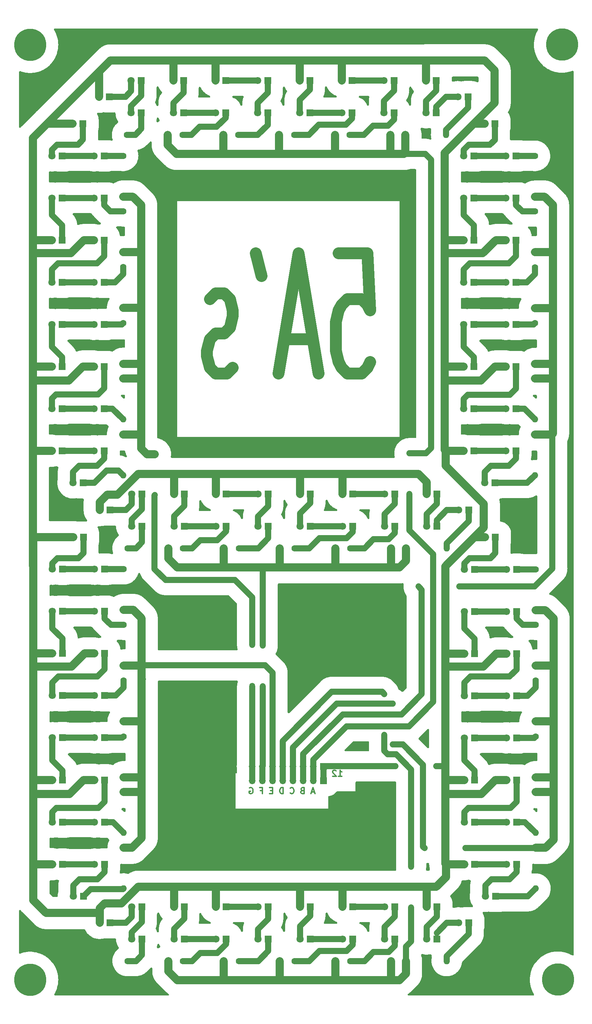
<source format=gbl>
%TF.GenerationSoftware,KiCad,Pcbnew,(6.0.6)*%
%TF.CreationDate,2022-10-07T01:39:02+08:00*%
%TF.ProjectId,7SegmentDisplay_DualLine_NoDriver_8Inches,37536567-6d65-46e7-9444-6973706c6179,rev?*%
%TF.SameCoordinates,Original*%
%TF.FileFunction,Copper,L2,Bot*%
%TF.FilePolarity,Positive*%
%FSLAX46Y46*%
G04 Gerber Fmt 4.6, Leading zero omitted, Abs format (unit mm)*
G04 Created by KiCad (PCBNEW (6.0.6)) date 2022-10-07 01:39:02*
%MOMM*%
%LPD*%
G01*
G04 APERTURE LIST*
%ADD10C,0.300000*%
%TA.AperFunction,NonConductor*%
%ADD11C,0.300000*%
%TD*%
%ADD12C,3.000000*%
%TA.AperFunction,NonConductor*%
%ADD13C,3.000000*%
%TD*%
%TA.AperFunction,ComponentPad*%
%ADD14R,1.800000X1.800000*%
%TD*%
%TA.AperFunction,ComponentPad*%
%ADD15C,1.800000*%
%TD*%
%TA.AperFunction,ComponentPad*%
%ADD16C,1.600000*%
%TD*%
%TA.AperFunction,ComponentPad*%
%ADD17O,1.600000X1.600000*%
%TD*%
%TA.AperFunction,ComponentPad*%
%ADD18C,1.400000*%
%TD*%
%TA.AperFunction,ComponentPad*%
%ADD19O,1.400000X1.400000*%
%TD*%
%TA.AperFunction,ComponentPad*%
%ADD20C,0.900000*%
%TD*%
%TA.AperFunction,ComponentPad*%
%ADD21C,8.000000*%
%TD*%
%TA.AperFunction,ComponentPad*%
%ADD22R,1.700000X1.700000*%
%TD*%
%TA.AperFunction,ComponentPad*%
%ADD23O,1.700000X1.700000*%
%TD*%
%TA.AperFunction,Conductor*%
%ADD24C,2.032000*%
%TD*%
%TA.AperFunction,Conductor*%
%ADD25C,1.524000*%
%TD*%
%TA.AperFunction,Conductor*%
%ADD26C,1.016000*%
%TD*%
G04 APERTURE END LIST*
D10*
D11*
X393563214Y-153558571D02*
X394420357Y-153558571D01*
X393991785Y-153558571D02*
X393991785Y-152058571D01*
X394134642Y-152272857D01*
X394277500Y-152415714D01*
X394420357Y-152487142D01*
X392991785Y-152201428D02*
X392920357Y-152130000D01*
X392777500Y-152058571D01*
X392420357Y-152058571D01*
X392277500Y-152130000D01*
X392206071Y-152201428D01*
X392134642Y-152344285D01*
X392134642Y-152487142D01*
X392206071Y-152701428D01*
X393063214Y-153558571D01*
X392134642Y-153558571D01*
D12*
D13*
X393620000Y-23171428D02*
X400762857Y-23171428D01*
X401477142Y-37457142D01*
X400762857Y-36028571D01*
X399334285Y-34600000D01*
X395762857Y-34600000D01*
X394334285Y-36028571D01*
X393620000Y-37457142D01*
X392905714Y-40314285D01*
X392905714Y-47457142D01*
X393620000Y-50314285D01*
X394334285Y-51742857D01*
X395762857Y-53171428D01*
X399334285Y-53171428D01*
X400762857Y-51742857D01*
X401477142Y-50314285D01*
X387191428Y-44600000D02*
X380048571Y-44600000D01*
X388620000Y-53171428D02*
X383620000Y-23171428D01*
X378620000Y-53171428D01*
X372905714Y-23171428D02*
X374334285Y-28885714D01*
X367191428Y-51742857D02*
X365762857Y-53171428D01*
X362905714Y-53171428D01*
X361477142Y-51742857D01*
X360762857Y-48885714D01*
X360762857Y-47457142D01*
X361477142Y-44600000D01*
X362905714Y-43171428D01*
X365048571Y-43171428D01*
X366477142Y-41742857D01*
X367191428Y-38885714D01*
X367191428Y-37457142D01*
X366477142Y-34600000D01*
X365048571Y-33171428D01*
X362905714Y-33171428D01*
X361477142Y-34600000D01*
D10*
D11*
X387584642Y-157480000D02*
X386870357Y-157480000D01*
X387727500Y-157908571D02*
X387227500Y-156408571D01*
X386727500Y-157908571D01*
X384584642Y-157122857D02*
X384370357Y-157194285D01*
X384298928Y-157265714D01*
X384227500Y-157408571D01*
X384227500Y-157622857D01*
X384298928Y-157765714D01*
X384370357Y-157837142D01*
X384513214Y-157908571D01*
X385084642Y-157908571D01*
X385084642Y-156408571D01*
X384584642Y-156408571D01*
X384441785Y-156480000D01*
X384370357Y-156551428D01*
X384298928Y-156694285D01*
X384298928Y-156837142D01*
X384370357Y-156980000D01*
X384441785Y-157051428D01*
X384584642Y-157122857D01*
X385084642Y-157122857D01*
X381584642Y-157765714D02*
X381656071Y-157837142D01*
X381870357Y-157908571D01*
X382013214Y-157908571D01*
X382227500Y-157837142D01*
X382370357Y-157694285D01*
X382441785Y-157551428D01*
X382513214Y-157265714D01*
X382513214Y-157051428D01*
X382441785Y-156765714D01*
X382370357Y-156622857D01*
X382227500Y-156480000D01*
X382013214Y-156408571D01*
X381870357Y-156408571D01*
X381656071Y-156480000D01*
X381584642Y-156551428D01*
X379798928Y-157908571D02*
X379798928Y-156408571D01*
X379441785Y-156408571D01*
X379227500Y-156480000D01*
X379084642Y-156622857D01*
X379013214Y-156765714D01*
X378941785Y-157051428D01*
X378941785Y-157265714D01*
X379013214Y-157551428D01*
X379084642Y-157694285D01*
X379227500Y-157837142D01*
X379441785Y-157908571D01*
X379798928Y-157908571D01*
X377156071Y-157122857D02*
X376656071Y-157122857D01*
X376441785Y-157908571D02*
X377156071Y-157908571D01*
X377156071Y-156408571D01*
X376441785Y-156408571D01*
X374156071Y-157122857D02*
X374656071Y-157122857D01*
X374656071Y-157908571D02*
X374656071Y-156408571D01*
X373941785Y-156408571D01*
X371441785Y-156480000D02*
X371584642Y-156408571D01*
X371798928Y-156408571D01*
X372013214Y-156480000D01*
X372156071Y-156622857D01*
X372227500Y-156765714D01*
X372298928Y-157051428D01*
X372298928Y-157265714D01*
X372227500Y-157551428D01*
X372156071Y-157694285D01*
X372013214Y-157837142D01*
X371798928Y-157908571D01*
X371656071Y-157908571D01*
X371441785Y-157837142D01*
X371370357Y-157765714D01*
X371370357Y-157265714D01*
X371656071Y-157265714D01*
D14*
%TO.P,REF\u002A\u002A,1*%
%TO.N,N/C*%
X407617500Y-83230000D03*
D15*
%TO.P,REF\u002A\u002A,2*%
X405077500Y-83230000D03*
%TD*%
D14*
%TO.P,REF\u002A\u002A,1*%
%TO.N,N/C*%
X324772500Y-175470000D03*
D15*
%TO.P,REF\u002A\u002A,2*%
X322232500Y-175470000D03*
%TD*%
D14*
%TO.P,REF\u002A\u002A,1*%
%TO.N,N/C*%
X324655000Y-19950000D03*
D15*
%TO.P,REF\u002A\u002A,2*%
X322115000Y-19950000D03*
%TD*%
D14*
%TO.P,REF\u002A\u002A,1*%
%TO.N,N/C*%
X324787500Y-154470000D03*
D15*
%TO.P,REF\u002A\u002A,2*%
X322247500Y-154470000D03*
%TD*%
D14*
%TO.P,REF\u002A\u002A,1*%
%TO.N,N/C*%
X418115000Y-194100000D03*
D15*
%TO.P,REF\u002A\u002A,2*%
X415575000Y-194100000D03*
%TD*%
D14*
%TO.P,REF\u002A\u002A,1*%
%TO.N,N/C*%
X426075000Y-190100000D03*
D15*
%TO.P,REF\u002A\u002A,2*%
X423535000Y-190100000D03*
%TD*%
D16*
%TO.P,REF\u002A\u002A,1*%
%TO.N,N/C*%
X340012500Y-129720000D03*
D17*
%TO.P,REF\u002A\u002A,2*%
X340012500Y-139880000D03*
%TD*%
D14*
%TO.P,REF\u002A\u002A,1*%
%TO.N,N/C*%
X324655000Y-30450000D03*
D15*
%TO.P,REF\u002A\u002A,2*%
X322115000Y-30450000D03*
%TD*%
D14*
%TO.P,REF\u002A\u002A,1*%
%TO.N,N/C*%
X427390000Y1040000D03*
D15*
%TO.P,REF\u002A\u002A,2*%
X424850000Y1040000D03*
%TD*%
D14*
%TO.P,REF\u002A\u002A,1*%
%TO.N,N/C*%
X437875000Y-40960000D03*
D15*
%TO.P,REF\u002A\u002A,2*%
X435335000Y-40960000D03*
%TD*%
D14*
%TO.P,REF\u002A\u002A,1*%
%TO.N,N/C*%
X354985000Y19790000D03*
D15*
%TO.P,REF\u002A\u002A,2*%
X352445000Y19790000D03*
%TD*%
D14*
%TO.P,REF\u002A\u002A,1*%
%TO.N,N/C*%
X407485000Y19790000D03*
D15*
%TO.P,REF\u002A\u002A,2*%
X404945000Y19790000D03*
%TD*%
D14*
%TO.P,REF\u002A\u002A,1*%
%TO.N,N/C*%
X335155000Y-30450000D03*
D15*
%TO.P,REF\u002A\u002A,2*%
X332615000Y-30450000D03*
%TD*%
D14*
%TO.P,REF\u002A\u002A,1*%
%TO.N,N/C*%
X397115000Y-194100000D03*
D15*
%TO.P,REF\u002A\u002A,2*%
X394575000Y-194100000D03*
%TD*%
D14*
%TO.P,REF\u002A\u002A,1*%
%TO.N,N/C*%
X418115000Y-186100000D03*
D15*
%TO.P,REF\u002A\u002A,2*%
X415575000Y-186100000D03*
%TD*%
D16*
%TO.P,REF\u002A\u002A,1*%
%TO.N,N/C*%
X442615000Y-40630000D03*
D17*
%TO.P,REF\u002A\u002A,2*%
X442615000Y-50790000D03*
%TD*%
D14*
%TO.P,REF\u002A\u002A,1*%
%TO.N,N/C*%
X427507500Y-175480000D03*
D15*
%TO.P,REF\u002A\u002A,2*%
X424967500Y-175480000D03*
%TD*%
D14*
%TO.P,REF\u002A\u002A,1*%
%TO.N,N/C*%
X427375000Y-40960000D03*
D15*
%TO.P,REF\u002A\u002A,2*%
X424835000Y-40960000D03*
%TD*%
D14*
%TO.P,REF\u002A\u002A,1*%
%TO.N,N/C*%
X427522500Y-164980000D03*
D15*
%TO.P,REF\u002A\u002A,2*%
X424982500Y-164980000D03*
%TD*%
D14*
%TO.P,REF\u002A\u002A,1*%
%TO.N,N/C*%
X329880000Y9050000D03*
D15*
%TO.P,REF\u002A\u002A,2*%
X327340000Y9050000D03*
%TD*%
D14*
%TO.P,REF\u002A\u002A,1*%
%TO.N,N/C*%
X397117500Y-83230000D03*
D15*
%TO.P,REF\u002A\u002A,2*%
X394577500Y-83230000D03*
%TD*%
D16*
%TO.P,REF\u002A\u002A,1*%
%TO.N,N/C*%
X442615000Y-26710000D03*
D17*
%TO.P,REF\u002A\u002A,2*%
X442615000Y-36870000D03*
%TD*%
D14*
%TO.P,REF\u002A\u002A,1*%
%TO.N,N/C*%
X375945000Y19790000D03*
D15*
%TO.P,REF\u002A\u002A,2*%
X373405000Y19790000D03*
%TD*%
D16*
%TO.P,REF\u002A\u002A,1*%
%TO.N,N/C*%
X442615000Y-68380000D03*
D17*
%TO.P,REF\u002A\u002A,2*%
X442615000Y-78540000D03*
%TD*%
D14*
%TO.P,REF\u002A\u002A,1*%
%TO.N,N/C*%
X386445000Y19790000D03*
D15*
%TO.P,REF\u002A\u002A,2*%
X383905000Y19790000D03*
%TD*%
D18*
%TO.P,REF\u002A\u002A,1*%
%TO.N,N/C*%
X347830000Y-83480000D03*
D19*
%TO.P,REF\u002A\u002A,2*%
X347830000Y-73320000D03*
%TD*%
D14*
%TO.P,REF\u002A\u002A,1*%
%TO.N,N/C*%
X354985000Y11790000D03*
D15*
%TO.P,REF\u002A\u002A,2*%
X352445000Y11790000D03*
%TD*%
D14*
%TO.P,REF\u002A\u002A,1*%
%TO.N,N/C*%
X427522500Y-122980000D03*
D15*
%TO.P,REF\u002A\u002A,2*%
X424982500Y-122980000D03*
%TD*%
D16*
%TO.P,REF\u002A\u002A,1*%
%TO.N,N/C*%
X339880000Y-68370000D03*
D17*
%TO.P,REF\u002A\u002A,2*%
X339880000Y-78530000D03*
%TD*%
D14*
%TO.P,REF\u002A\u002A,1*%
%TO.N,N/C*%
X336600000Y-190100000D03*
D15*
%TO.P,REF\u002A\u002A,2*%
X334060000Y-190100000D03*
%TD*%
D16*
%TO.P,REF\u002A\u002A,1*%
%TO.N,N/C*%
X340012500Y-101970000D03*
D17*
%TO.P,REF\u002A\u002A,2*%
X340012500Y-112130000D03*
%TD*%
D16*
%TO.P,REF\u002A\u002A,1*%
%TO.N,N/C*%
X340012500Y-115800000D03*
D17*
%TO.P,REF\u002A\u002A,2*%
X340012500Y-125960000D03*
%TD*%
D14*
%TO.P,REF\u002A\u002A,1*%
%TO.N,N/C*%
X336602500Y-87230000D03*
D15*
%TO.P,REF\u002A\u002A,2*%
X334062500Y-87230000D03*
%TD*%
D14*
%TO.P,REF\u002A\u002A,1*%
%TO.N,N/C*%
X324772500Y-143970000D03*
D15*
%TO.P,REF\u002A\u002A,2*%
X322232500Y-143970000D03*
%TD*%
D18*
%TO.P,REF\u002A\u002A,1*%
%TO.N,N/C*%
X411730000Y-186270000D03*
D19*
%TO.P,REF\u002A\u002A,2*%
X411730000Y-176110000D03*
%TD*%
D16*
%TO.P,REF\u002A\u002A,1*%
%TO.N,N/C*%
X442747500Y-143650000D03*
D17*
%TO.P,REF\u002A\u002A,2*%
X442747500Y-153810000D03*
%TD*%
D14*
%TO.P,REF\u002A\u002A,1*%
%TO.N,N/C*%
X386577500Y-83230000D03*
D15*
%TO.P,REF\u002A\u002A,2*%
X384037500Y-83230000D03*
%TD*%
D14*
%TO.P,REF\u002A\u002A,1*%
%TO.N,N/C*%
X407485000Y11790000D03*
D15*
%TO.P,REF\u002A\u002A,2*%
X404945000Y11790000D03*
%TD*%
D14*
%TO.P,REF\u002A\u002A,1*%
%TO.N,N/C*%
X376075000Y-194100000D03*
D15*
%TO.P,REF\u002A\u002A,2*%
X373535000Y-194100000D03*
%TD*%
D14*
%TO.P,REF\u002A\u002A,1*%
%TO.N,N/C*%
X396985000Y19790000D03*
D15*
%TO.P,REF\u002A\u002A,2*%
X394445000Y19790000D03*
%TD*%
D14*
%TO.P,REF\u002A\u002A,1*%
%TO.N,N/C*%
X427390000Y-61960000D03*
D15*
%TO.P,REF\u002A\u002A,2*%
X424850000Y-61960000D03*
%TD*%
D16*
%TO.P,REF\u002A\u002A,1*%
%TO.N,N/C*%
X340012500Y-157470000D03*
D17*
%TO.P,REF\u002A\u002A,2*%
X340012500Y-167630000D03*
%TD*%
D14*
%TO.P,REF\u002A\u002A,1*%
%TO.N,N/C*%
X355117500Y-83230000D03*
D15*
%TO.P,REF\u002A\u002A,2*%
X352577500Y-83230000D03*
%TD*%
D14*
%TO.P,REF\u002A\u002A,1*%
%TO.N,N/C*%
X407615000Y-186100000D03*
D15*
%TO.P,REF\u002A\u002A,2*%
X405075000Y-186100000D03*
%TD*%
D16*
%TO.P,REF\u002A\u002A,1*%
%TO.N,N/C*%
X354720000Y6290000D03*
D17*
%TO.P,REF\u002A\u002A,2*%
X364880000Y6290000D03*
%TD*%
D16*
%TO.P,REF\u002A\u002A,1*%
%TO.N,N/C*%
X396520000Y-199600000D03*
D17*
%TO.P,REF\u002A\u002A,2*%
X406680000Y-199600000D03*
%TD*%
D14*
%TO.P,REF\u002A\u002A,1*%
%TO.N,N/C*%
X418117500Y-83230000D03*
D15*
%TO.P,REF\u002A\u002A,2*%
X415577500Y-83230000D03*
%TD*%
D14*
%TO.P,REF\u002A\u002A,1*%
%TO.N,N/C*%
X324640000Y-40950000D03*
D15*
%TO.P,REF\u002A\u002A,2*%
X322100000Y-40950000D03*
%TD*%
D16*
%TO.P,REF\u002A\u002A,1*%
%TO.N,N/C*%
X339880000Y-26700000D03*
D17*
%TO.P,REF\u002A\u002A,2*%
X339880000Y-36860000D03*
%TD*%
D14*
%TO.P,REF\u002A\u002A,1*%
%TO.N,N/C*%
X329905000Y-80450000D03*
D15*
%TO.P,REF\u002A\u002A,2*%
X327365000Y-80450000D03*
%TD*%
D14*
%TO.P,REF\u002A\u002A,1*%
%TO.N,N/C*%
X335287500Y-154470000D03*
D15*
%TO.P,REF\u002A\u002A,2*%
X332747500Y-154470000D03*
%TD*%
D16*
%TO.P,REF\u002A\u002A,1*%
%TO.N,N/C*%
X410310000Y6290000D03*
D17*
%TO.P,REF\u002A\u002A,2*%
X420470000Y6290000D03*
%TD*%
D14*
%TO.P,REF\u002A\u002A,1*%
%TO.N,N/C*%
X427390000Y-19960000D03*
D15*
%TO.P,REF\u002A\u002A,2*%
X424850000Y-19960000D03*
%TD*%
D14*
%TO.P,REF\u002A\u002A,1*%
%TO.N,N/C*%
X432772500Y-183480000D03*
D15*
%TO.P,REF\u002A\u002A,2*%
X430232500Y-183480000D03*
%TD*%
D14*
%TO.P,REF\u002A\u002A,1*%
%TO.N,N/C*%
X335155000Y1050000D03*
D15*
%TO.P,REF\u002A\u002A,2*%
X332615000Y1050000D03*
%TD*%
D16*
%TO.P,REF\u002A\u002A,1*%
%TO.N,N/C*%
X442615000Y-12790000D03*
D17*
%TO.P,REF\u002A\u002A,2*%
X442615000Y-22950000D03*
%TD*%
D14*
%TO.P,REF\u002A\u002A,1*%
%TO.N,N/C*%
X427507500Y-143980000D03*
D15*
%TO.P,REF\u002A\u002A,2*%
X424967500Y-143980000D03*
%TD*%
D14*
%TO.P,REF\u002A\u002A,1*%
%TO.N,N/C*%
X344577500Y-91230000D03*
D15*
%TO.P,REF\u002A\u002A,2*%
X342037500Y-91230000D03*
%TD*%
D16*
%TO.P,REF\u002A\u002A,1*%
%TO.N,N/C*%
X442747500Y-129730000D03*
D17*
%TO.P,REF\u002A\u002A,2*%
X442747500Y-139890000D03*
%TD*%
D14*
%TO.P,REF\u002A\u002A,1*%
%TO.N,N/C*%
X437890000Y1040000D03*
D15*
%TO.P,REF\u002A\u002A,2*%
X435350000Y1040000D03*
%TD*%
D16*
%TO.P,REF\u002A\u002A,1*%
%TO.N,N/C*%
X354852500Y-96730000D03*
D17*
%TO.P,REF\u002A\u002A,2*%
X365012500Y-96730000D03*
%TD*%
D14*
%TO.P,REF\u002A\u002A,1*%
%TO.N,N/C*%
X324787500Y-101970000D03*
D15*
%TO.P,REF\u002A\u002A,2*%
X322247500Y-101970000D03*
%TD*%
D14*
%TO.P,REF\u002A\u002A,1*%
%TO.N,N/C*%
X427522500Y-101980000D03*
D15*
%TO.P,REF\u002A\u002A,2*%
X424982500Y-101980000D03*
%TD*%
D14*
%TO.P,REF\u002A\u002A,1*%
%TO.N,N/C*%
X335155000Y-61950000D03*
D15*
%TO.P,REF\u002A\u002A,2*%
X332615000Y-61950000D03*
%TD*%
D14*
%TO.P,REF\u002A\u002A,1*%
%TO.N,N/C*%
X335287500Y-164970000D03*
D15*
%TO.P,REF\u002A\u002A,2*%
X332747500Y-164970000D03*
%TD*%
D20*
%TO.P,REF\u002A\u002A,1*%
%TO.N,N/C*%
X445350000Y-204240000D03*
X450471320Y-202118680D03*
X450471320Y-206361320D03*
X448350000Y-201240000D03*
X448350000Y-207240000D03*
D21*
X448350000Y-204240000D03*
D20*
X446228680Y-202118680D03*
X446228680Y-206361320D03*
X451350000Y-204240000D03*
%TD*%
D14*
%TO.P,REF\u002A\u002A,1*%
%TO.N,N/C*%
X437890000Y-61960000D03*
D15*
%TO.P,REF\u002A\u002A,2*%
X435350000Y-61960000D03*
%TD*%
D16*
%TO.P,REF\u002A\u002A,1*%
%TO.N,N/C*%
X339880000Y-54450000D03*
D17*
%TO.P,REF\u002A\u002A,2*%
X339880000Y-64610000D03*
%TD*%
D14*
%TO.P,REF\u002A\u002A,1*%
%TO.N,N/C*%
X386445000Y11790000D03*
D15*
%TO.P,REF\u002A\u002A,2*%
X383905000Y11790000D03*
%TD*%
D14*
%TO.P,REF\u002A\u002A,1*%
%TO.N,N/C*%
X365445000Y11790000D03*
D15*
%TO.P,REF\u002A\u002A,2*%
X362905000Y11790000D03*
%TD*%
D16*
%TO.P,REF\u002A\u002A,1*%
%TO.N,N/C*%
X354850000Y-199600000D03*
D17*
%TO.P,REF\u002A\u002A,2*%
X365010000Y-199600000D03*
%TD*%
D14*
%TO.P,REF\u002A\u002A,1*%
%TO.N,N/C*%
X335140000Y-40950000D03*
D15*
%TO.P,REF\u002A\u002A,2*%
X332600000Y-40950000D03*
%TD*%
D14*
%TO.P,REF\u002A\u002A,1*%
%TO.N,N/C*%
X335140000Y-72450000D03*
D15*
%TO.P,REF\u002A\u002A,2*%
X332600000Y-72450000D03*
%TD*%
D14*
%TO.P,REF\u002A\u002A,1*%
%TO.N,N/C*%
X418117500Y-91230000D03*
D15*
%TO.P,REF\u002A\u002A,2*%
X415577500Y-91230000D03*
%TD*%
D14*
%TO.P,REF\u002A\u002A,1*%
%TO.N,N/C*%
X425945000Y15790000D03*
D15*
%TO.P,REF\u002A\u002A,2*%
X423405000Y15790000D03*
%TD*%
D18*
%TO.P,REF\u002A\u002A,1*%
%TO.N,N/C*%
X405010000Y-143230000D03*
D19*
%TO.P,REF\u002A\u002A,2*%
X405010000Y-133070000D03*
%TD*%
D16*
%TO.P,REF\u002A\u002A,1*%
%TO.N,N/C*%
X368772500Y-96730000D03*
D17*
%TO.P,REF\u002A\u002A,2*%
X378932500Y-96730000D03*
%TD*%
D18*
%TO.P,REF\u002A\u002A,1*%
%TO.N,N/C*%
X411290000Y-83210000D03*
D19*
%TO.P,REF\u002A\u002A,2*%
X411290000Y-73050000D03*
%TD*%
D16*
%TO.P,REF\u002A\u002A,1*%
%TO.N,N/C*%
X410442500Y-96730000D03*
D17*
%TO.P,REF\u002A\u002A,2*%
X420602500Y-96730000D03*
%TD*%
D14*
%TO.P,REF\u002A\u002A,1*%
%TO.N,N/C*%
X397115000Y-186100000D03*
D15*
%TO.P,REF\u002A\u002A,2*%
X394575000Y-186100000D03*
%TD*%
D14*
%TO.P,REF\u002A\u002A,1*%
%TO.N,N/C*%
X335155000Y-19950000D03*
D15*
%TO.P,REF\u002A\u002A,2*%
X332615000Y-19950000D03*
%TD*%
D20*
%TO.P,REF\u002A\u002A,1*%
%TO.N,N/C*%
X451471320Y26638680D03*
X452350000Y28760000D03*
X449350000Y25760000D03*
X449350000Y31760000D03*
X447228680Y26638680D03*
D21*
X449350000Y28760000D03*
D20*
X446350000Y28760000D03*
X451471320Y30881320D03*
X447228680Y30881320D03*
%TD*%
D16*
%TO.P,REF\u002A\u002A,1*%
%TO.N,N/C*%
X382692500Y-96730000D03*
D17*
%TO.P,REF\u002A\u002A,2*%
X392852500Y-96730000D03*
%TD*%
D14*
%TO.P,REF\u002A\u002A,1*%
%TO.N,N/C*%
X438022500Y-164980000D03*
D15*
%TO.P,REF\u002A\u002A,2*%
X435482500Y-164980000D03*
%TD*%
D20*
%TO.P,REF\u002A\u002A,1*%
%TO.N,N/C*%
X316700000Y31700000D03*
X316700000Y25700000D03*
X313700000Y28700000D03*
D21*
X316700000Y28700000D03*
D20*
X319700000Y28700000D03*
X314578680Y30821320D03*
X318821320Y26578680D03*
X318821320Y30821320D03*
X314578680Y26578680D03*
%TD*%
D16*
%TO.P,REF\u002A\u002A,1*%
%TO.N,N/C*%
X339880000Y-40620000D03*
D17*
%TO.P,REF\u002A\u002A,2*%
X339880000Y-50780000D03*
%TD*%
D16*
%TO.P,REF\u002A\u002A,1*%
%TO.N,N/C*%
X339880000Y-12780000D03*
D17*
%TO.P,REF\u002A\u002A,2*%
X339880000Y-22940000D03*
%TD*%
D14*
%TO.P,REF\u002A\u002A,1*%
%TO.N,N/C*%
X376075000Y-186100000D03*
D15*
%TO.P,REF\u002A\u002A,2*%
X373535000Y-186100000D03*
%TD*%
D14*
%TO.P,REF\u002A\u002A,1*%
%TO.N,N/C*%
X438022500Y-122980000D03*
D15*
%TO.P,REF\u002A\u002A,2*%
X435482500Y-122980000D03*
%TD*%
D16*
%TO.P,REF\u002A\u002A,1*%
%TO.N,N/C*%
X442615000Y1040000D03*
D17*
%TO.P,REF\u002A\u002A,2*%
X442615000Y-9120000D03*
%TD*%
D16*
%TO.P,REF\u002A\u002A,1*%
%TO.N,N/C*%
X341020000Y-199600000D03*
D17*
%TO.P,REF\u002A\u002A,2*%
X351180000Y-199600000D03*
%TD*%
D14*
%TO.P,REF\u002A\u002A,1*%
%TO.N,N/C*%
X437890000Y-19960000D03*
D15*
%TO.P,REF\u002A\u002A,2*%
X435350000Y-19960000D03*
%TD*%
D16*
%TO.P,REF\u002A\u002A,1*%
%TO.N,N/C*%
X382560000Y6290000D03*
D17*
%TO.P,REF\u002A\u002A,2*%
X392720000Y6290000D03*
%TD*%
D14*
%TO.P,REF\u002A\u002A,1*%
%TO.N,N/C*%
X335287500Y-101970000D03*
D15*
%TO.P,REF\u002A\u002A,2*%
X332747500Y-101970000D03*
%TD*%
D14*
%TO.P,REF\u002A\u002A,1*%
%TO.N,N/C*%
X324655000Y-51450000D03*
D15*
%TO.P,REF\u002A\u002A,2*%
X322115000Y-51450000D03*
%TD*%
D14*
%TO.P,REF\u002A\u002A,1*%
%TO.N,N/C*%
X376077500Y-83230000D03*
D15*
%TO.P,REF\u002A\u002A,2*%
X373537500Y-83230000D03*
%TD*%
D16*
%TO.P,REF\u002A\u002A,1*%
%TO.N,N/C*%
X442747500Y-101980000D03*
D17*
%TO.P,REF\u002A\u002A,2*%
X442747500Y-112140000D03*
%TD*%
D14*
%TO.P,REF\u002A\u002A,1*%
%TO.N,N/C*%
X426077500Y-87230000D03*
D15*
%TO.P,REF\u002A\u002A,2*%
X423537500Y-87230000D03*
%TD*%
D14*
%TO.P,REF\u002A\u002A,1*%
%TO.N,N/C*%
X427522500Y-133480000D03*
D15*
%TO.P,REF\u002A\u002A,2*%
X424982500Y-133480000D03*
%TD*%
D14*
%TO.P,REF\u002A\u002A,1*%
%TO.N,N/C*%
X437875000Y-72460000D03*
D15*
%TO.P,REF\u002A\u002A,2*%
X435335000Y-72460000D03*
%TD*%
D18*
%TO.P,REF\u002A\u002A,1*%
%TO.N,N/C*%
X423760000Y-106290000D03*
D19*
%TO.P,REF\u002A\u002A,2*%
X413600000Y-106290000D03*
%TD*%
D14*
%TO.P,REF\u002A\u002A,1*%
%TO.N,N/C*%
X335287500Y-122970000D03*
D15*
%TO.P,REF\u002A\u002A,2*%
X332747500Y-122970000D03*
%TD*%
D14*
%TO.P,REF\u002A\u002A,1*%
%TO.N,N/C*%
X437890000Y-30460000D03*
D15*
%TO.P,REF\u002A\u002A,2*%
X435350000Y-30460000D03*
%TD*%
D20*
%TO.P,REF\u002A\u002A,1*%
%TO.N,N/C*%
X313700000Y-204300000D03*
X318821320Y-202178680D03*
X319700000Y-204300000D03*
D21*
X316700000Y-204300000D03*
D20*
X314578680Y-202178680D03*
X318821320Y-206421320D03*
X316700000Y-201300000D03*
X316700000Y-207300000D03*
X314578680Y-206421320D03*
%TD*%
D14*
%TO.P,REF\u002A\u002A,1*%
%TO.N,N/C*%
X438007500Y-175480000D03*
D15*
%TO.P,REF\u002A\u002A,2*%
X435467500Y-175480000D03*
%TD*%
D14*
%TO.P,REF\u002A\u002A,1*%
%TO.N,N/C*%
X427390000Y-51460000D03*
D15*
%TO.P,REF\u002A\u002A,2*%
X424850000Y-51460000D03*
%TD*%
D14*
%TO.P,REF\u002A\u002A,1*%
%TO.N,N/C*%
X365577500Y-91230000D03*
D15*
%TO.P,REF\u002A\u002A,2*%
X363037500Y-91230000D03*
%TD*%
D14*
%TO.P,REF\u002A\u002A,1*%
%TO.N,N/C*%
X438022500Y-154480000D03*
D15*
%TO.P,REF\u002A\u002A,2*%
X435482500Y-154480000D03*
%TD*%
D14*
%TO.P,REF\u002A\u002A,1*%
%TO.N,N/C*%
X355115000Y-194100000D03*
D15*
%TO.P,REF\u002A\u002A,2*%
X352575000Y-194100000D03*
%TD*%
D14*
%TO.P,REF\u002A\u002A,1*%
%TO.N,N/C*%
X427390000Y-30460000D03*
D15*
%TO.P,REF\u002A\u002A,2*%
X424850000Y-30460000D03*
%TD*%
D16*
%TO.P,REF\u002A\u002A,1*%
%TO.N,N/C*%
X382690000Y-199600000D03*
D17*
%TO.P,REF\u002A\u002A,2*%
X392850000Y-199600000D03*
%TD*%
D14*
%TO.P,REF\u002A\u002A,1*%
%TO.N,N/C*%
X407615000Y-194100000D03*
D15*
%TO.P,REF\u002A\u002A,2*%
X405075000Y-194100000D03*
%TD*%
D16*
%TO.P,REF\u002A\u002A,1*%
%TO.N,N/C*%
X410440000Y-199600000D03*
D17*
%TO.P,REF\u002A\u002A,2*%
X420600000Y-199600000D03*
%TD*%
D22*
%TO.P,REF\u002A\u002A,1*%
%TO.N,N/C*%
X389865000Y-154710000D03*
D23*
%TO.P,REF\u002A\u002A,2*%
X387325000Y-154710000D03*
%TO.P,REF\u002A\u002A,3*%
X384785000Y-154710000D03*
%TO.P,REF\u002A\u002A,4*%
X382245000Y-154710000D03*
%TO.P,REF\u002A\u002A,5*%
X379705000Y-154710000D03*
%TO.P,REF\u002A\u002A,6*%
X377165000Y-154710000D03*
%TO.P,REF\u002A\u002A,7*%
X374625000Y-154710000D03*
%TO.P,REF\u002A\u002A,8*%
X372085000Y-154710000D03*
%TD*%
D16*
%TO.P,REF\u002A\u002A,1*%
%TO.N,N/C*%
X396390000Y6290000D03*
D17*
%TO.P,REF\u002A\u002A,2*%
X406550000Y6290000D03*
%TD*%
D14*
%TO.P,REF\u002A\u002A,1*%
%TO.N,N/C*%
X335287500Y-133470000D03*
D15*
%TO.P,REF\u002A\u002A,2*%
X332747500Y-133470000D03*
%TD*%
D16*
%TO.P,REF\u002A\u002A,1*%
%TO.N,N/C*%
X442747500Y-115810000D03*
D17*
%TO.P,REF\u002A\u002A,2*%
X442747500Y-125970000D03*
%TD*%
D18*
%TO.P,REF\u002A\u002A,1*%
%TO.N,N/C*%
X425230000Y-171480000D03*
D19*
%TO.P,REF\u002A\u002A,2*%
X415070000Y-171480000D03*
%TD*%
D16*
%TO.P,REF\u002A\u002A,1*%
%TO.N,N/C*%
X442747500Y-157480000D03*
D17*
%TO.P,REF\u002A\u002A,2*%
X442747500Y-167640000D03*
%TD*%
D16*
%TO.P,REF\u002A\u002A,1*%
%TO.N,N/C*%
X442747500Y-171400000D03*
D17*
%TO.P,REF\u002A\u002A,2*%
X442747500Y-181560000D03*
%TD*%
D14*
%TO.P,REF\u002A\u002A,1*%
%TO.N,N/C*%
X432747500Y-93980000D03*
D15*
%TO.P,REF\u002A\u002A,2*%
X430207500Y-93980000D03*
%TD*%
D14*
%TO.P,REF\u002A\u002A,1*%
%TO.N,N/C*%
X344445000Y11790000D03*
D15*
%TO.P,REF\u002A\u002A,2*%
X341905000Y11790000D03*
%TD*%
D14*
%TO.P,REF\u002A\u002A,1*%
%TO.N,N/C*%
X324787500Y-164970000D03*
D15*
%TO.P,REF\u002A\u002A,2*%
X322247500Y-164970000D03*
%TD*%
D22*
%TO.P,REF\u002A\u002A,1*%
%TO.N,N/C*%
X389860000Y-151100000D03*
D23*
%TO.P,REF\u002A\u002A,2*%
X387320000Y-151100000D03*
%TO.P,REF\u002A\u002A,3*%
X384780000Y-151100000D03*
%TO.P,REF\u002A\u002A,4*%
X382240000Y-151100000D03*
%TO.P,REF\u002A\u002A,5*%
X379700000Y-151100000D03*
%TO.P,REF\u002A\u002A,6*%
X377160000Y-151100000D03*
%TO.P,REF\u002A\u002A,7*%
X374620000Y-151100000D03*
%TO.P,REF\u002A\u002A,8*%
X372080000Y-151100000D03*
%TD*%
D18*
%TO.P,REF\u002A\u002A,1*%
%TO.N,N/C*%
X407130000Y-145640000D03*
D19*
%TO.P,REF\u002A\u002A,2*%
X407130000Y-135480000D03*
%TD*%
D14*
%TO.P,REF\u002A\u002A,1*%
%TO.N,N/C*%
X438022500Y-101980000D03*
D15*
%TO.P,REF\u002A\u002A,2*%
X435482500Y-101980000D03*
%TD*%
D14*
%TO.P,REF\u002A\u002A,1*%
%TO.N,N/C*%
X344575000Y-186100000D03*
D15*
%TO.P,REF\u002A\u002A,2*%
X342035000Y-186100000D03*
%TD*%
D16*
%TO.P,REF\u002A\u002A,1*%
%TO.N,N/C*%
X368770000Y-199600000D03*
D17*
%TO.P,REF\u002A\u002A,2*%
X378930000Y-199600000D03*
%TD*%
D14*
%TO.P,REF\u002A\u002A,1*%
%TO.N,N/C*%
X438007500Y-143980000D03*
D15*
%TO.P,REF\u002A\u002A,2*%
X435467500Y-143980000D03*
%TD*%
D14*
%TO.P,REF\u002A\u002A,1*%
%TO.N,N/C*%
X324787500Y-122970000D03*
D15*
%TO.P,REF\u002A\u002A,2*%
X322247500Y-122970000D03*
%TD*%
D16*
%TO.P,REF\u002A\u002A,1*%
%TO.N,N/C*%
X339880000Y1050000D03*
D17*
%TO.P,REF\u002A\u002A,2*%
X339880000Y-9110000D03*
%TD*%
D14*
%TO.P,REF\u002A\u002A,1*%
%TO.N,N/C*%
X427522500Y-154480000D03*
D15*
%TO.P,REF\u002A\u002A,2*%
X424982500Y-154480000D03*
%TD*%
D14*
%TO.P,REF\u002A\u002A,1*%
%TO.N,N/C*%
X335272500Y-143970000D03*
D15*
%TO.P,REF\u002A\u002A,2*%
X332732500Y-143970000D03*
%TD*%
D14*
%TO.P,REF\u002A\u002A,1*%
%TO.N,N/C*%
X365577500Y-83230000D03*
D15*
%TO.P,REF\u002A\u002A,2*%
X363037500Y-83230000D03*
%TD*%
D14*
%TO.P,REF\u002A\u002A,1*%
%TO.N,N/C*%
X344577500Y-83230000D03*
D15*
%TO.P,REF\u002A\u002A,2*%
X342037500Y-83230000D03*
%TD*%
D14*
%TO.P,REF\u002A\u002A,1*%
%TO.N,N/C*%
X324640000Y-72450000D03*
D15*
%TO.P,REF\u002A\u002A,2*%
X322100000Y-72450000D03*
%TD*%
D14*
%TO.P,REF\u002A\u002A,1*%
%TO.N,N/C*%
X335272500Y-175470000D03*
D15*
%TO.P,REF\u002A\u002A,2*%
X332732500Y-175470000D03*
%TD*%
D14*
%TO.P,REF\u002A\u002A,1*%
%TO.N,N/C*%
X386577500Y-91230000D03*
D15*
%TO.P,REF\u002A\u002A,2*%
X384037500Y-91230000D03*
%TD*%
D14*
%TO.P,REF\u002A\u002A,1*%
%TO.N,N/C*%
X335170000Y-9450000D03*
D15*
%TO.P,REF\u002A\u002A,2*%
X332630000Y-9450000D03*
%TD*%
D14*
%TO.P,REF\u002A\u002A,1*%
%TO.N,N/C*%
X438022500Y-133480000D03*
D15*
%TO.P,REF\u002A\u002A,2*%
X435482500Y-133480000D03*
%TD*%
D14*
%TO.P,REF\u002A\u002A,1*%
%TO.N,N/C*%
X396985000Y11790000D03*
D15*
%TO.P,REF\u002A\u002A,2*%
X394445000Y11790000D03*
%TD*%
D14*
%TO.P,REF\u002A\u002A,1*%
%TO.N,N/C*%
X386575000Y-186100000D03*
D15*
%TO.P,REF\u002A\u002A,2*%
X384035000Y-186100000D03*
%TD*%
D14*
%TO.P,REF\u002A\u002A,1*%
%TO.N,N/C*%
X335302500Y-112470000D03*
D15*
%TO.P,REF\u002A\u002A,2*%
X332762500Y-112470000D03*
%TD*%
D16*
%TO.P,REF\u002A\u002A,1*%
%TO.N,N/C*%
X442615000Y-54460000D03*
D17*
%TO.P,REF\u002A\u002A,2*%
X442615000Y-64620000D03*
%TD*%
D18*
%TO.P,REF\u002A\u002A,1*%
%TO.N,N/C*%
X372080000Y-131010000D03*
D19*
%TO.P,REF\u002A\u002A,2*%
X372080000Y-120850000D03*
%TD*%
D14*
%TO.P,REF\u002A\u002A,1*%
%TO.N,N/C*%
X407617500Y-91230000D03*
D15*
%TO.P,REF\u002A\u002A,2*%
X405077500Y-91230000D03*
%TD*%
D14*
%TO.P,REF\u002A\u002A,1*%
%TO.N,N/C*%
X427375000Y-72460000D03*
D15*
%TO.P,REF\u002A\u002A,2*%
X424835000Y-72460000D03*
%TD*%
D14*
%TO.P,REF\u002A\u002A,1*%
%TO.N,N/C*%
X324802500Y-112470000D03*
D15*
%TO.P,REF\u002A\u002A,2*%
X322262500Y-112470000D03*
%TD*%
D14*
%TO.P,REF\u002A\u002A,1*%
%TO.N,N/C*%
X335155000Y-51450000D03*
D15*
%TO.P,REF\u002A\u002A,2*%
X332615000Y-51450000D03*
%TD*%
D14*
%TO.P,REF\u002A\u002A,1*%
%TO.N,N/C*%
X324655000Y1050000D03*
D15*
%TO.P,REF\u002A\u002A,2*%
X322115000Y1050000D03*
%TD*%
D16*
%TO.P,REF\u002A\u002A,1*%
%TO.N,N/C*%
X340890000Y6290000D03*
D17*
%TO.P,REF\u002A\u002A,2*%
X351050000Y6290000D03*
%TD*%
D14*
%TO.P,REF\u002A\u002A,1*%
%TO.N,N/C*%
X417985000Y19790000D03*
D15*
%TO.P,REF\u002A\u002A,2*%
X415445000Y19790000D03*
%TD*%
D14*
%TO.P,REF\u002A\u002A,1*%
%TO.N,N/C*%
X437890000Y-51460000D03*
D15*
%TO.P,REF\u002A\u002A,2*%
X435350000Y-51460000D03*
%TD*%
D16*
%TO.P,REF\u002A\u002A,1*%
%TO.N,N/C*%
X396522500Y-96730000D03*
D17*
%TO.P,REF\u002A\u002A,2*%
X406682500Y-96730000D03*
%TD*%
D14*
%TO.P,REF\u002A\u002A,1*%
%TO.N,N/C*%
X432615000Y9040000D03*
D15*
%TO.P,REF\u002A\u002A,2*%
X430075000Y9040000D03*
%TD*%
D16*
%TO.P,REF\u002A\u002A,1*%
%TO.N,N/C*%
X341022500Y-96730000D03*
D17*
%TO.P,REF\u002A\u002A,2*%
X351182500Y-96730000D03*
%TD*%
D14*
%TO.P,REF\u002A\u002A,1*%
%TO.N,N/C*%
X386575000Y-194100000D03*
D15*
%TO.P,REF\u002A\u002A,2*%
X384035000Y-194100000D03*
%TD*%
D14*
%TO.P,REF\u002A\u002A,1*%
%TO.N,N/C*%
X438037500Y-112480000D03*
D15*
%TO.P,REF\u002A\u002A,2*%
X435497500Y-112480000D03*
%TD*%
D14*
%TO.P,REF\u002A\u002A,1*%
%TO.N,N/C*%
X330037500Y-183470000D03*
D15*
%TO.P,REF\u002A\u002A,2*%
X327497500Y-183470000D03*
%TD*%
D14*
%TO.P,REF\u002A\u002A,1*%
%TO.N,N/C*%
X336470000Y15790000D03*
D15*
%TO.P,REF\u002A\u002A,2*%
X333930000Y15790000D03*
%TD*%
D14*
%TO.P,REF\u002A\u002A,1*%
%TO.N,N/C*%
X397117500Y-91230000D03*
D15*
%TO.P,REF\u002A\u002A,2*%
X394577500Y-91230000D03*
%TD*%
D14*
%TO.P,REF\u002A\u002A,1*%
%TO.N,N/C*%
X365575000Y-194100000D03*
D15*
%TO.P,REF\u002A\u002A,2*%
X363035000Y-194100000D03*
%TD*%
D14*
%TO.P,REF\u002A\u002A,1*%
%TO.N,N/C*%
X330012500Y-93970000D03*
D15*
%TO.P,REF\u002A\u002A,2*%
X327472500Y-93970000D03*
%TD*%
D14*
%TO.P,REF\u002A\u002A,1*%
%TO.N,N/C*%
X375945000Y11790000D03*
D15*
%TO.P,REF\u002A\u002A,2*%
X373405000Y11790000D03*
%TD*%
D16*
%TO.P,REF\u002A\u002A,1*%
%TO.N,N/C*%
X340012500Y-171390000D03*
D17*
%TO.P,REF\u002A\u002A,2*%
X340012500Y-181550000D03*
%TD*%
D14*
%TO.P,REF\u002A\u002A,1*%
%TO.N,N/C*%
X365445000Y19790000D03*
D15*
%TO.P,REF\u002A\u002A,2*%
X362905000Y19790000D03*
%TD*%
D14*
%TO.P,REF\u002A\u002A,1*%
%TO.N,N/C*%
X365575000Y-186100000D03*
D15*
%TO.P,REF\u002A\u002A,2*%
X363035000Y-186100000D03*
%TD*%
D16*
%TO.P,REF\u002A\u002A,1*%
%TO.N,N/C*%
X340012500Y-143640000D03*
D17*
%TO.P,REF\u002A\u002A,2*%
X340012500Y-153800000D03*
%TD*%
D14*
%TO.P,REF\u002A\u002A,1*%
%TO.N,N/C*%
X437905000Y-9460000D03*
D15*
%TO.P,REF\u002A\u002A,2*%
X435365000Y-9460000D03*
%TD*%
D14*
%TO.P,REF\u002A\u002A,1*%
%TO.N,N/C*%
X427405000Y-9460000D03*
D15*
%TO.P,REF\u002A\u002A,2*%
X424865000Y-9460000D03*
%TD*%
D16*
%TO.P,REF\u002A\u002A,1*%
%TO.N,N/C*%
X368640000Y6290000D03*
D17*
%TO.P,REF\u002A\u002A,2*%
X378800000Y6290000D03*
%TD*%
D14*
%TO.P,REF\u002A\u002A,1*%
%TO.N,N/C*%
X324655000Y-61950000D03*
D15*
%TO.P,REF\u002A\u002A,2*%
X322115000Y-61950000D03*
%TD*%
D14*
%TO.P,REF\u002A\u002A,1*%
%TO.N,N/C*%
X355117500Y-91230000D03*
D15*
%TO.P,REF\u002A\u002A,2*%
X352577500Y-91230000D03*
%TD*%
D14*
%TO.P,REF\u002A\u002A,1*%
%TO.N,N/C*%
X324787500Y-133470000D03*
D15*
%TO.P,REF\u002A\u002A,2*%
X322247500Y-133470000D03*
%TD*%
D14*
%TO.P,REF\u002A\u002A,1*%
%TO.N,N/C*%
X344445000Y19790000D03*
D15*
%TO.P,REF\u002A\u002A,2*%
X341905000Y19790000D03*
%TD*%
D14*
%TO.P,REF\u002A\u002A,1*%
%TO.N,N/C*%
X427537500Y-112480000D03*
D15*
%TO.P,REF\u002A\u002A,2*%
X424997500Y-112480000D03*
%TD*%
D14*
%TO.P,REF\u002A\u002A,1*%
%TO.N,N/C*%
X376077500Y-91230000D03*
D15*
%TO.P,REF\u002A\u002A,2*%
X373537500Y-91230000D03*
%TD*%
D14*
%TO.P,REF\u002A\u002A,1*%
%TO.N,N/C*%
X432640000Y-80460000D03*
D15*
%TO.P,REF\u002A\u002A,2*%
X430100000Y-80460000D03*
%TD*%
D14*
%TO.P,REF\u002A\u002A,1*%
%TO.N,N/C*%
X355115000Y-186100000D03*
D15*
%TO.P,REF\u002A\u002A,2*%
X352575000Y-186100000D03*
%TD*%
D14*
%TO.P,REF\u002A\u002A,1*%
%TO.N,N/C*%
X324670000Y-9450000D03*
D15*
%TO.P,REF\u002A\u002A,2*%
X322130000Y-9450000D03*
%TD*%
D14*
%TO.P,REF\u002A\u002A,1*%
%TO.N,N/C*%
X417985000Y11790000D03*
D15*
%TO.P,REF\u002A\u002A,2*%
X415445000Y11790000D03*
%TD*%
D14*
%TO.P,REF\u002A\u002A,1*%
%TO.N,N/C*%
X344575000Y-194100000D03*
D15*
%TO.P,REF\u002A\u002A,2*%
X342035000Y-194100000D03*
%TD*%
D18*
%TO.P,REF\u002A\u002A,1*%
%TO.N,N/C*%
X374710000Y-131150000D03*
D19*
%TO.P,REF\u002A\u002A,2*%
X374710000Y-120990000D03*
%TD*%
D18*
%TO.P,REF\u002A\u002A,1*%
%TO.N,N/C*%
X417940000Y-151080000D03*
D19*
%TO.P,REF\u002A\u002A,2*%
X407780000Y-151080000D03*
%TD*%
D24*
%TO.N,*%
X363352500Y-78230000D02*
X383852500Y-78230000D01*
X420115000Y-23210000D02*
X420115000Y-51710000D01*
X352445000Y19790000D02*
X352445000Y24315000D01*
D25*
X324655000Y1050000D02*
X332615000Y1050000D01*
X426077500Y-87230000D02*
X426077500Y-90005000D01*
X388720000Y8790000D02*
X386220000Y6290000D01*
X339682500Y-143970000D02*
X340012500Y-143640000D01*
D24*
X429115000Y-54960000D02*
X420615000Y-54960000D01*
D25*
X427375000Y-72460000D02*
X435335000Y-72460000D01*
X393210000Y-135440000D02*
X382240000Y-146410000D01*
X322115000Y-27215000D02*
X323630000Y-25700000D01*
X335155000Y-61950000D02*
X337220000Y-61950000D01*
X424850000Y-59475000D02*
X424850000Y-61960000D01*
D24*
X447077500Y-153810000D02*
X447247500Y-153980000D01*
X318012500Y-157970000D02*
X317512500Y-157470000D01*
X363220000Y24790000D02*
X383720000Y24790000D01*
X363035000Y-181415000D02*
X363350000Y-181100000D01*
X317880000Y-54950000D02*
X317380000Y-54450000D01*
X442747500Y-139890000D02*
X446907500Y-139890000D01*
D25*
X333630000Y-58450000D02*
X323130000Y-58450000D01*
D24*
X344380000Y-26345000D02*
X344400000Y-26325000D01*
X445025000Y-9120000D02*
X447115000Y-11210000D01*
D25*
X332615000Y-30450000D02*
X324655000Y-30450000D01*
X329012500Y-179220000D02*
X327497500Y-180735000D01*
X344532500Y-125930000D02*
X344502500Y-125960000D01*
X335287500Y-133470000D02*
X338012500Y-133470000D01*
D24*
X445157500Y-112140000D02*
X447247500Y-114230000D01*
X351050000Y3710000D02*
X353220000Y1540000D01*
X343640000Y-181100000D02*
X352100000Y-181100000D01*
X418000000Y-181100000D02*
X415600000Y-181100000D01*
D25*
X436497500Y-161480000D02*
X425997500Y-161480000D01*
X344575000Y-194100000D02*
X344575000Y-198125000D01*
X344577500Y-83230000D02*
X344577500Y-87005000D01*
D24*
X435350000Y-51460000D02*
X432615000Y-51460000D01*
D25*
X343102500Y-96730000D02*
X341022500Y-96730000D01*
D24*
X317512500Y-126220000D02*
X317512500Y-154720000D01*
X435482500Y-122980000D02*
X432997500Y-122980000D01*
X394445000Y19790000D02*
X394445000Y24565000D01*
X394577500Y-78455000D02*
X394352500Y-78230000D01*
D25*
X414670000Y-150670000D02*
X409660000Y-145660000D01*
D24*
X339880000Y-22940000D02*
X344370000Y-22940000D01*
X332615000Y-19950000D02*
X330130000Y-19950000D01*
D25*
X365445000Y11790000D02*
X365445000Y10515000D01*
X405075000Y-191125000D02*
X405075000Y-194100000D01*
X407615000Y-195835000D02*
X406100000Y-197350000D01*
D24*
X383720000Y24790000D02*
X394220000Y24790000D01*
X447247500Y-140230000D02*
X447247500Y-153980000D01*
X317380000Y-69950000D02*
X317380000Y-72220000D01*
D25*
X376077500Y-91230000D02*
X376077500Y-94255000D01*
D24*
X392852500Y-101230000D02*
X393102500Y-101480000D01*
X393102500Y-101480000D02*
X406852500Y-101480000D01*
D25*
X375340000Y-125930000D02*
X344532500Y-125930000D01*
D24*
X326512500Y-157970000D02*
X318012500Y-157970000D01*
X428852500Y-93980000D02*
X427497500Y-93980000D01*
X383905000Y24605000D02*
X383720000Y24790000D01*
X406550000Y6290000D02*
X406550000Y1710000D01*
X415602500Y-80260000D02*
X415602500Y-83205000D01*
D25*
X432615000Y5040000D02*
X431365000Y3790000D01*
X355117500Y-91230000D02*
X363037500Y-91230000D01*
X373470000Y6290000D02*
X368640000Y6290000D01*
X337220000Y-61950000D02*
X339880000Y-64610000D01*
D26*
X339852500Y-139720000D02*
X340012500Y-139880000D01*
D25*
X344445000Y16015000D02*
X341905000Y13475000D01*
X427390000Y-49130000D02*
X427390000Y-51460000D01*
X396985000Y10305000D02*
X395470000Y8790000D01*
X330012500Y-97970000D02*
X328762500Y-99220000D01*
X373600000Y-199600000D02*
X368770000Y-199600000D01*
X322262500Y-112470000D02*
X322262500Y-116720000D01*
X431497500Y-99230000D02*
X426247500Y-99230000D01*
X335155000Y-30450000D02*
X337880000Y-30450000D01*
X430100000Y-77725000D02*
X430100000Y-80460000D01*
X365577500Y-91230000D02*
X365577500Y-92505000D01*
X374710000Y-101580000D02*
X374810000Y-101480000D01*
D24*
X344210000Y-50780000D02*
X344380000Y-50950000D01*
X392970000Y1540000D02*
X406720000Y1540000D01*
D25*
X440747500Y-133480000D02*
X442747500Y-131480000D01*
D24*
X424850000Y-19960000D02*
X420365000Y-19960000D01*
D25*
X376075000Y-197125000D02*
X373600000Y-199600000D01*
X407780000Y-151080000D02*
X389880000Y-151080000D01*
D24*
X420340000Y-72460000D02*
X424835000Y-72460000D01*
D25*
X402350000Y-197350000D02*
X400100000Y-199600000D01*
X402220000Y8540000D02*
X399970000Y6290000D01*
D24*
X429840000Y-91637500D02*
X427497500Y-93980000D01*
D25*
X411730000Y-194710000D02*
X410440000Y-196000000D01*
X332700000Y-80450000D02*
X335810000Y-77340000D01*
D24*
X442747500Y-157480000D02*
X446997500Y-157480000D01*
D25*
X418117500Y-91230000D02*
X418117500Y-89715000D01*
X427390000Y1040000D02*
X435350000Y1040000D01*
D24*
X351970000Y24790000D02*
X363220000Y24790000D01*
D25*
X328880000Y-76200000D02*
X327365000Y-77715000D01*
D24*
X352445000Y24315000D02*
X351970000Y24790000D01*
D25*
X323512500Y-99220000D02*
X322247500Y-100485000D01*
X382240000Y-146410000D02*
X382240000Y-151100000D01*
D24*
X330012500Y-154470000D02*
X326512500Y-157970000D01*
D25*
X363350000Y-197600000D02*
X359100000Y-197600000D01*
D24*
X317380000Y-19700000D02*
X317380000Y-23200000D01*
D25*
X405077500Y-88255000D02*
X405077500Y-91230000D01*
X411290000Y-73050000D02*
X415440000Y-73050000D01*
X342035000Y-192415000D02*
X342035000Y-194100000D01*
X407130000Y-135480000D02*
X407090000Y-135440000D01*
X335287500Y-159945000D02*
X333762500Y-161470000D01*
D24*
X420615000Y-54960000D02*
X420115000Y-54460000D01*
X317610000Y-72450000D02*
X322100000Y-72450000D01*
X447247500Y-129375000D02*
X447267500Y-129355000D01*
D25*
X344445000Y19790000D02*
X344445000Y16015000D01*
D24*
X406680000Y-199600000D02*
X406680000Y-204180000D01*
D25*
X323762500Y-128720000D02*
X333512500Y-128720000D01*
X333512500Y-179220000D02*
X329012500Y-179220000D01*
X377160000Y-151100000D02*
X377160000Y-154705000D01*
D24*
X344210000Y-68370000D02*
X339880000Y-68370000D01*
X394575000Y-186100000D02*
X394575000Y-181325000D01*
D25*
X324787500Y-101970000D02*
X332747500Y-101970000D01*
X407150000Y-145660000D02*
X407130000Y-145640000D01*
X410440000Y-196000000D02*
X410440000Y-199600000D01*
X406102500Y-94480000D02*
X402352500Y-94480000D01*
X446940000Y-68460000D02*
X446860000Y-68380000D01*
D24*
X429615000Y-23210000D02*
X420115000Y-23210000D01*
D25*
X322100000Y-40950000D02*
X322100000Y-46565000D01*
X340602500Y-87230000D02*
X342037500Y-85795000D01*
X437875000Y-72460000D02*
X437875000Y-74450000D01*
D24*
X334062500Y-87230000D02*
X334062500Y-85267500D01*
D25*
X323130000Y-58450000D02*
X322115000Y-59465000D01*
D24*
X340012500Y-112130000D02*
X342422500Y-112130000D01*
D25*
X426077500Y-90005000D02*
X420602500Y-95480000D01*
X407485000Y10055000D02*
X405970000Y8540000D01*
X344577500Y-87005000D02*
X342037500Y-89545000D01*
D24*
X408852500Y-101480000D02*
X410442500Y-99890000D01*
X362905000Y19790000D02*
X362905000Y24475000D01*
X430075000Y9040000D02*
X428720000Y9040000D01*
D25*
X438007500Y-143980000D02*
X442417500Y-143980000D01*
D24*
X339880000Y-9110000D02*
X342290000Y-9110000D01*
D25*
X407485000Y17305000D02*
X404945000Y14765000D01*
X330037500Y-183470000D02*
X331817500Y-181690000D01*
X336602500Y-87230000D02*
X340602500Y-87230000D01*
X333380000Y-76200000D02*
X328880000Y-76200000D01*
X374710000Y-131150000D02*
X374710000Y-151010000D01*
D24*
X344380000Y-22950000D02*
X344380000Y-26345000D01*
D25*
X329880000Y9050000D02*
X329880000Y5050000D01*
X420600000Y-190100000D02*
X423535000Y-190100000D01*
D24*
X447115000Y-11210000D02*
X447115000Y-22960000D01*
D26*
X339720000Y-36700000D02*
X339880000Y-36860000D01*
D25*
X442667500Y-171480000D02*
X442747500Y-171400000D01*
X374620000Y-151100000D02*
X374620000Y-154705000D01*
D24*
X353220000Y1540000D02*
X364970000Y1540000D01*
D25*
X437905000Y-9460000D02*
X437905000Y-11250000D01*
X375945000Y11790000D02*
X375945000Y8765000D01*
X435350000Y-61960000D02*
X427390000Y-61960000D01*
X418115000Y-188585000D02*
X415575000Y-191125000D01*
D24*
X415190000Y24820000D02*
X430090000Y24820000D01*
X447115000Y-37210000D02*
X447115000Y-50960000D01*
D25*
X405970000Y8540000D02*
X402220000Y8540000D01*
D24*
X420115000Y-54460000D02*
X420115000Y-72235000D01*
D25*
X365445000Y19790000D02*
X373405000Y19790000D01*
D24*
X335230000Y-185240000D02*
X339500000Y-185240000D01*
D25*
X437890000Y1040000D02*
X442615000Y1040000D01*
X324772500Y-175470000D02*
X332732500Y-175470000D01*
X420602500Y-95480000D02*
X420602500Y-96730000D01*
D24*
X420365000Y-19960000D02*
X420115000Y-19710000D01*
X394577500Y-83230000D02*
X394577500Y-78455000D01*
X408850000Y-204350000D02*
X410440000Y-202760000D01*
D25*
X426075000Y-190100000D02*
X426075000Y-192875000D01*
D24*
X344512500Y-140220000D02*
X344512500Y-153970000D01*
D25*
X431615000Y-76210000D02*
X430100000Y-77725000D01*
D24*
X344380000Y-50950000D02*
X344380000Y-54700000D01*
X317630000Y-19950000D02*
X317380000Y-19700000D01*
D25*
X442520000Y-106290000D02*
X446940000Y-101870000D01*
D24*
X427497500Y-93980000D02*
X420247500Y-101230000D01*
X415160000Y24790000D02*
X415190000Y24820000D01*
D25*
X386352500Y-96730000D02*
X382692500Y-96730000D01*
X322130000Y-9450000D02*
X322130000Y-13700000D01*
D24*
X317380000Y-68345000D02*
X317380000Y-69950000D01*
D25*
X417940000Y-151080000D02*
X420130000Y-151080000D01*
X437890000Y-23935000D02*
X437890000Y-19960000D01*
X373405000Y14225000D02*
X373405000Y11790000D01*
X396985000Y11790000D02*
X396985000Y10305000D01*
X350480000Y-104670000D02*
X347730000Y-101920000D01*
X424982500Y-130245000D02*
X426497500Y-128730000D01*
D24*
X344512500Y-168970000D02*
X342092500Y-171390000D01*
X322247500Y-154470000D02*
X317762500Y-154470000D01*
D25*
X415070000Y-171480000D02*
X414670000Y-171080000D01*
D24*
X415602500Y-83205000D02*
X415577500Y-83230000D01*
X378930000Y-199600000D02*
X378930000Y-204270000D01*
D25*
X377160000Y-154705000D02*
X377165000Y-154710000D01*
D24*
X344380000Y-68200000D02*
X344210000Y-68370000D01*
X344380000Y-71860000D02*
X345840000Y-73320000D01*
D25*
X386575000Y-186100000D02*
X386575000Y-188375000D01*
D24*
X340012500Y-153800000D02*
X344342500Y-153800000D01*
X383850000Y-181100000D02*
X394350000Y-181100000D01*
D25*
X431747500Y-179230000D02*
X430232500Y-180745000D01*
X397115000Y-186100000D02*
X405075000Y-186100000D01*
X424997500Y-116730000D02*
X427522500Y-119255000D01*
D24*
X392852500Y-96730000D02*
X392852500Y-100480000D01*
X430207500Y-93980000D02*
X428852500Y-93980000D01*
X394352500Y-78230000D02*
X413572500Y-78230000D01*
D25*
X407617500Y-92965000D02*
X406102500Y-94480000D01*
D24*
X420400000Y-175480000D02*
X424967500Y-175480000D01*
X362905000Y24475000D02*
X363220000Y24790000D01*
X344502500Y-125960000D02*
X344512500Y-125970000D01*
D25*
X324772500Y-143970000D02*
X332732500Y-143970000D01*
D24*
X432615000Y-51460000D02*
X429115000Y-54960000D01*
D25*
X347730000Y-101920000D02*
X347730000Y-83580000D01*
X372080000Y-120850000D02*
X372080000Y-108970000D01*
D24*
X420247500Y-122730000D02*
X420247500Y-126230000D01*
D25*
X347730000Y-83580000D02*
X347830000Y-83480000D01*
D24*
X344380000Y-68200000D02*
X344380000Y-71860000D01*
D25*
X446940000Y-101870000D02*
X446940000Y-68460000D01*
D24*
X317380000Y-54450000D02*
X317380000Y-67055000D01*
D25*
X432615000Y9040000D02*
X432615000Y5040000D01*
X427390000Y-16235000D02*
X427390000Y-19960000D01*
D26*
X442455000Y-36710000D02*
X442615000Y-36870000D01*
D25*
X372080000Y-131170000D02*
X372080000Y-151100000D01*
X322262500Y-116720000D02*
X324787500Y-119245000D01*
D24*
X420747500Y-157980000D02*
X420247500Y-157480000D01*
D25*
X374710000Y-120990000D02*
X374710000Y-101580000D01*
D24*
X447115000Y-54710000D02*
X447115000Y-62855000D01*
X333930000Y22030000D02*
X336690000Y24790000D01*
X432550000Y22360000D02*
X432550000Y14225000D01*
D25*
X344575000Y-198125000D02*
X343100000Y-199600000D01*
X427507500Y-143980000D02*
X435467500Y-143980000D01*
D24*
X415600000Y-186075000D02*
X415575000Y-186100000D01*
X392850000Y-203350000D02*
X392850000Y-204100000D01*
D25*
X415260000Y1540000D02*
X409970000Y1540000D01*
X424982500Y-162495000D02*
X424982500Y-164980000D01*
D24*
X353352500Y-101480000D02*
X365102500Y-101480000D01*
D25*
X418117500Y-83230000D02*
X418117500Y-85715000D01*
D24*
X392720000Y2540000D02*
X392720000Y1790000D01*
X392852500Y-100480000D02*
X392852500Y-101230000D01*
X344172500Y-139880000D02*
X344512500Y-140220000D01*
D25*
X357100000Y-199600000D02*
X354850000Y-199600000D01*
D24*
X420497500Y-154480000D02*
X420247500Y-154730000D01*
X353350000Y-204350000D02*
X365100000Y-204350000D01*
D25*
X396985000Y19790000D02*
X404945000Y19790000D01*
D24*
X446997500Y-157480000D02*
X447247500Y-157730000D01*
X344342500Y-153800000D02*
X344512500Y-153970000D01*
D25*
X332747500Y-133470000D02*
X324787500Y-133470000D01*
X367780000Y-104670000D02*
X350480000Y-104670000D01*
D24*
X365012500Y-96730000D02*
X365012500Y-101390000D01*
X447115000Y-68125000D02*
X446860000Y-68380000D01*
D25*
X358970000Y8290000D02*
X356970000Y6290000D01*
D24*
X392720000Y6290000D02*
X392720000Y2540000D01*
D25*
X365445000Y10515000D02*
X363220000Y8290000D01*
D24*
X447247500Y-114230000D02*
X447247500Y-125980000D01*
D25*
X407090000Y-135440000D02*
X393210000Y-135440000D01*
X420470000Y15790000D02*
X423405000Y15790000D01*
X324655000Y-16225000D02*
X324655000Y-19950000D01*
X357102500Y-96730000D02*
X354852500Y-96730000D01*
X384780000Y-148010000D02*
X384780000Y-151100000D01*
X354985000Y11790000D02*
X362905000Y11790000D01*
D24*
X420340000Y-72460000D02*
X420340000Y-76200000D01*
D25*
X418117500Y-85715000D02*
X415577500Y-88255000D01*
X426497500Y-128730000D02*
X436247500Y-128730000D01*
X420130000Y-151080000D02*
X420247500Y-150962500D01*
D24*
X317762500Y-122970000D02*
X317512500Y-122720000D01*
D25*
X386577500Y-85505000D02*
X384037500Y-88045000D01*
D24*
X351180000Y-202180000D02*
X353350000Y-204350000D01*
X442615000Y-50790000D02*
X446945000Y-50790000D01*
D25*
X413600000Y-106290000D02*
X414380000Y-107070000D01*
X335302500Y-112470000D02*
X335302500Y-114260000D01*
X425230000Y-171480000D02*
X442667500Y-171480000D01*
X341905000Y13475000D02*
X341905000Y11790000D01*
X335272500Y-143970000D02*
X339682500Y-143970000D01*
D24*
X415470000Y19815000D02*
X415445000Y19790000D01*
D25*
X432747500Y-97980000D02*
X431497500Y-99230000D01*
D24*
X432997500Y-122980000D02*
X429747500Y-126230000D01*
D25*
X322247500Y-100485000D02*
X322247500Y-101970000D01*
D24*
X378852500Y-101480000D02*
X393102500Y-101480000D01*
D25*
X388850000Y-197100000D02*
X386350000Y-199600000D01*
X335170000Y-9450000D02*
X335170000Y-11240000D01*
D24*
X352577500Y-78705000D02*
X352102500Y-78230000D01*
X406720000Y1540000D02*
X409970000Y1540000D01*
D25*
X411190000Y-141120000D02*
X417260000Y-135050000D01*
D24*
X317512500Y-93970000D02*
X317512500Y-101220000D01*
X378932500Y-96730000D02*
X378932500Y-101400000D01*
D25*
X373535000Y-191665000D02*
X373535000Y-194100000D01*
X324670000Y-9450000D02*
X332630000Y-9450000D01*
X376077500Y-94255000D02*
X373602500Y-96730000D01*
D24*
X427365000Y9040000D02*
X420115000Y1790000D01*
D25*
X335140000Y-40950000D02*
X339550000Y-40950000D01*
X363220000Y8290000D02*
X358970000Y8290000D01*
D24*
X409970000Y1540000D02*
X410020000Y1590000D01*
D25*
X405880000Y-148110000D02*
X405010000Y-147240000D01*
D24*
X363035000Y-186100000D02*
X363035000Y-181415000D01*
X344130000Y-54450000D02*
X344380000Y-54700000D01*
D25*
X407485000Y19790000D02*
X407485000Y17305000D01*
D24*
X415470000Y24480000D02*
X415470000Y19815000D01*
X420400000Y-178700000D02*
X418000000Y-181100000D01*
X447115000Y-50960000D02*
X447115000Y-54710000D01*
X429840000Y-85700000D02*
X429840000Y-91637500D01*
D25*
X352577500Y-88755000D02*
X352577500Y-91230000D01*
D24*
X394575000Y-181325000D02*
X394350000Y-181100000D01*
D25*
X365575000Y-194100000D02*
X365575000Y-195375000D01*
X405010000Y-147240000D02*
X405010000Y-143230000D01*
D24*
X340012500Y-157470000D02*
X344262500Y-157470000D01*
D25*
X427537500Y-112480000D02*
X435497500Y-112480000D01*
D24*
X344380000Y-37200000D02*
X344380000Y-50950000D01*
D25*
X342035000Y-188665000D02*
X342035000Y-186100000D01*
D24*
X317380000Y-51700000D02*
X317380000Y-54450000D01*
D25*
X322232500Y-149585000D02*
X324787500Y-152140000D01*
X439955000Y-61960000D02*
X442615000Y-64620000D01*
D24*
X447105000Y-22950000D02*
X447115000Y-22960000D01*
D25*
X323630000Y-25700000D02*
X333380000Y-25700000D01*
X411730000Y-151880000D02*
X407960000Y-148110000D01*
D24*
X326380000Y-54950000D02*
X317880000Y-54950000D01*
D25*
X405010000Y-133070000D02*
X404480000Y-132540000D01*
X388852500Y-94230000D02*
X386352500Y-96730000D01*
D24*
X420115000Y-51710000D02*
X420115000Y-54460000D01*
X435350000Y-19960000D02*
X432865000Y-19960000D01*
X432865000Y-19960000D02*
X429615000Y-23210000D01*
D25*
X374620000Y-154705000D02*
X374625000Y-154710000D01*
X417985000Y19790000D02*
X417985000Y17305000D01*
D24*
X442615000Y-22950000D02*
X447105000Y-22950000D01*
X420115000Y-72235000D02*
X420340000Y-72460000D01*
D25*
X436365000Y-58460000D02*
X425865000Y-58460000D01*
X344575000Y-189875000D02*
X342035000Y-192415000D01*
X336600000Y-190100000D02*
X340600000Y-190100000D01*
X407617500Y-91230000D02*
X407617500Y-92965000D01*
X384780000Y-151100000D02*
X384780000Y-154705000D01*
X407960000Y-148110000D02*
X405880000Y-148110000D01*
D24*
X334060000Y-186410000D02*
X335230000Y-185240000D01*
X447247500Y-153980000D02*
X447247500Y-157730000D01*
D25*
X417985000Y17305000D02*
X415445000Y14765000D01*
D24*
X410442500Y-99890000D02*
X410442500Y-96730000D01*
D25*
X425997500Y-161480000D02*
X424982500Y-162495000D01*
X426115000Y3790000D02*
X424850000Y2525000D01*
D26*
X447260000Y-62710000D02*
X447115000Y-62855000D01*
D25*
X424865000Y-13710000D02*
X427390000Y-16235000D01*
D24*
X394350000Y-181100000D02*
X415600000Y-181100000D01*
X378850000Y-204350000D02*
X393100000Y-204350000D01*
X329880000Y-51450000D02*
X326380000Y-54950000D01*
D25*
X363352500Y-94730000D02*
X359102500Y-94730000D01*
D24*
X322247500Y-122970000D02*
X317762500Y-122970000D01*
X317512500Y-157470000D02*
X317512500Y-175470000D01*
X363037500Y-78545000D02*
X363352500Y-78230000D01*
D25*
X438022500Y-164980000D02*
X440087500Y-164980000D01*
D24*
X415160000Y24790000D02*
X415470000Y24480000D01*
D25*
X436247500Y-128730000D02*
X438022500Y-126955000D01*
D24*
X445240000Y-171400000D02*
X442747500Y-171400000D01*
D25*
X324787500Y-119245000D02*
X324787500Y-122970000D01*
X427522500Y-101980000D02*
X435482500Y-101980000D01*
D24*
X352102500Y-78230000D02*
X363352500Y-78230000D01*
D25*
X355115000Y-189085000D02*
X352575000Y-191625000D01*
D24*
X446945000Y-50790000D02*
X447115000Y-50960000D01*
D25*
X424982500Y-100495000D02*
X424982500Y-101980000D01*
D24*
X317380000Y-69950000D02*
X317380000Y-101087500D01*
D25*
X426075000Y-192875000D02*
X420600000Y-198350000D01*
X411290000Y-92270000D02*
X411290000Y-83210000D01*
D24*
X344512500Y-125970000D02*
X344512500Y-129365000D01*
X446860000Y-68380000D02*
X442615000Y-68380000D01*
D25*
X431365000Y3790000D02*
X426115000Y3790000D01*
X438022500Y-101980000D02*
X442747500Y-101980000D01*
D24*
X322115000Y-19950000D02*
X317630000Y-19950000D01*
X378800000Y6290000D02*
X378800000Y1620000D01*
D25*
X423760000Y-106290000D02*
X442520000Y-106290000D01*
D24*
X415600000Y-181100000D02*
X415600000Y-186075000D01*
X344512500Y-157720000D02*
X344512500Y-165865000D01*
X344512500Y-165865000D02*
X344512500Y-168970000D01*
X363037500Y-83230000D02*
X363037500Y-78545000D01*
X364970000Y1540000D02*
X378720000Y1540000D01*
D25*
X344445000Y7765000D02*
X342970000Y6290000D01*
D24*
X406850000Y-204350000D02*
X408850000Y-204350000D01*
D25*
X437890000Y-61960000D02*
X439955000Y-61960000D01*
X397117500Y-92715000D02*
X395602500Y-94230000D01*
X372080000Y-154705000D02*
X372085000Y-154710000D01*
X442285000Y-40960000D02*
X442615000Y-40630000D01*
X322115000Y-30450000D02*
X322115000Y-27215000D01*
X365577500Y-92505000D02*
X363352500Y-94730000D01*
X386445000Y19790000D02*
X386445000Y17515000D01*
D24*
X442615000Y-36870000D02*
X446775000Y-36870000D01*
X342290000Y-9110000D02*
X344380000Y-11200000D01*
X344380000Y-62845000D02*
X344380000Y-68200000D01*
D25*
X425865000Y-58460000D02*
X424850000Y-59475000D01*
D24*
X447247500Y-125980000D02*
X447247500Y-129375000D01*
D25*
X418115000Y-186100000D02*
X418115000Y-188585000D01*
X442747500Y-131480000D02*
X442747500Y-129730000D01*
X418115000Y-192585000D02*
X420600000Y-190100000D01*
D24*
X394445000Y24565000D02*
X394220000Y24790000D01*
D25*
X322115000Y-59465000D02*
X322115000Y-61950000D01*
D24*
X384037500Y-83230000D02*
X384037500Y-78415000D01*
D25*
X377160000Y-127750000D02*
X375340000Y-125930000D01*
D24*
X317380000Y5520000D02*
X317380000Y-19700000D01*
D25*
X427522500Y-152150000D02*
X427522500Y-154480000D01*
D24*
X317512500Y-122720000D02*
X317512500Y-126220000D01*
D26*
X447392500Y-165730000D02*
X447247500Y-165875000D01*
D24*
X351050000Y6290000D02*
X351050000Y3710000D01*
D25*
X442417500Y-143980000D02*
X442747500Y-143650000D01*
X394660000Y-138130000D02*
X384780000Y-148010000D01*
X335272500Y-175470000D02*
X335272500Y-177460000D01*
X335155000Y-51450000D02*
X335155000Y-56925000D01*
X359102500Y-94730000D02*
X357102500Y-96730000D01*
X386445000Y17515000D02*
X383905000Y14975000D01*
D24*
X442615000Y-9120000D02*
X445025000Y-9120000D01*
X363350000Y-181100000D02*
X383850000Y-181100000D01*
X447247500Y-169392500D02*
X445240000Y-171400000D01*
X428720000Y9040000D02*
X427365000Y9040000D01*
D25*
X336842500Y-115800000D02*
X340012500Y-115800000D01*
X387320000Y-151100000D02*
X387320000Y-154705000D01*
D26*
X344657500Y-165720000D02*
X344512500Y-165865000D01*
D25*
X341905000Y17225000D02*
X341905000Y19790000D01*
D24*
X365100000Y-204350000D02*
X378850000Y-204350000D01*
D25*
X404945000Y14765000D02*
X404945000Y11790000D01*
X324640000Y-72450000D02*
X332600000Y-72450000D01*
X333380000Y-25700000D02*
X335155000Y-23925000D01*
D24*
X334062500Y-85267500D02*
X335940000Y-83390000D01*
D25*
X437890000Y-56935000D02*
X436365000Y-58460000D01*
D24*
X442747500Y-153810000D02*
X447077500Y-153810000D01*
D25*
X425945000Y15790000D02*
X425945000Y13015000D01*
D24*
X342092500Y-171390000D02*
X340012500Y-171390000D01*
X446907500Y-139890000D02*
X447247500Y-140230000D01*
D25*
X386350000Y-199600000D02*
X382690000Y-199600000D01*
X342037500Y-89545000D02*
X342037500Y-91230000D01*
X352575000Y-191625000D02*
X352575000Y-194100000D01*
X322247500Y-133470000D02*
X322247500Y-130235000D01*
D24*
X339880000Y-50780000D02*
X344210000Y-50780000D01*
X406682500Y-101310000D02*
X406852500Y-101480000D01*
D25*
X377160000Y-151100000D02*
X377160000Y-127750000D01*
X437905000Y-11250000D02*
X439445000Y-12790000D01*
X417985000Y13305000D02*
X420470000Y15790000D01*
X407617500Y-83230000D02*
X407617500Y-85715000D01*
X322247500Y-130235000D02*
X323762500Y-128720000D01*
D24*
X432747500Y-154480000D02*
X429247500Y-157980000D01*
D25*
X387320000Y-149450000D02*
X395650000Y-141120000D01*
X376075000Y-186100000D02*
X376075000Y-189125000D01*
D24*
X446775000Y-36870000D02*
X447115000Y-37210000D01*
X332747500Y-154470000D02*
X330012500Y-154470000D01*
D26*
X442587500Y-139730000D02*
X442747500Y-139890000D01*
D24*
X317512500Y-175470000D02*
X322232500Y-175470000D01*
D25*
X324655000Y-49120000D02*
X324655000Y-51450000D01*
X322232500Y-143970000D02*
X322232500Y-149585000D01*
X344445000Y11790000D02*
X344445000Y7765000D01*
D24*
X394220000Y24790000D02*
X415160000Y24790000D01*
D25*
X439445000Y-12790000D02*
X442615000Y-12790000D01*
X399970000Y6290000D02*
X396390000Y6290000D01*
X407485000Y11790000D02*
X407485000Y10055000D01*
X426365000Y-25710000D02*
X436115000Y-25710000D01*
X335170000Y-11240000D02*
X336710000Y-12780000D01*
X391920000Y-132540000D02*
X379670000Y-144790000D01*
X335287500Y-126945000D02*
X335287500Y-122970000D01*
X384037500Y-88045000D02*
X384037500Y-91230000D01*
X387320000Y-151100000D02*
X387320000Y-149450000D01*
D24*
X409970000Y1540000D02*
X410310000Y1880000D01*
D25*
X336470000Y15790000D02*
X340470000Y15790000D01*
X333762500Y-161470000D02*
X323262500Y-161470000D01*
X355115000Y-194100000D02*
X363035000Y-194100000D01*
X397117500Y-83230000D02*
X405077500Y-83230000D01*
X329905000Y-80450000D02*
X332700000Y-80450000D01*
X415445000Y14765000D02*
X415445000Y11790000D01*
X414380000Y-107070000D02*
X414380000Y-133110000D01*
D24*
X335940000Y-83390000D02*
X338450000Y-83390000D01*
X384035000Y-181285000D02*
X383850000Y-181100000D01*
X424850000Y-51460000D02*
X420365000Y-51460000D01*
X344380000Y-54700000D02*
X344380000Y-62845000D01*
X352100000Y-181100000D02*
X363350000Y-181100000D01*
X420247500Y-120375000D02*
X420247500Y-122730000D01*
D25*
X375945000Y8765000D02*
X373470000Y6290000D01*
X335287500Y-101970000D02*
X340012500Y-101970000D01*
D24*
X339880000Y-54450000D02*
X344130000Y-54450000D01*
D25*
X379670000Y-151070000D02*
X379700000Y-151100000D01*
X323262500Y-161470000D02*
X322247500Y-162485000D01*
X332615000Y-61950000D02*
X324655000Y-61950000D01*
X440615000Y-30460000D02*
X442615000Y-28460000D01*
D24*
X442747500Y-125970000D02*
X447237500Y-125970000D01*
D25*
X324640000Y-40950000D02*
X332600000Y-40950000D01*
X342037500Y-85795000D02*
X342037500Y-83230000D01*
X383905000Y14975000D02*
X383905000Y11790000D01*
X338690000Y-77340000D02*
X339880000Y-78530000D01*
D24*
X393100000Y-204350000D02*
X406850000Y-204350000D01*
X317380000Y-101087500D02*
X317512500Y-101220000D01*
X406852500Y-101480000D02*
X408852500Y-101480000D01*
D25*
X440087500Y-164980000D02*
X442747500Y-167640000D01*
D24*
X410440000Y-202760000D02*
X410440000Y-199600000D01*
X420400000Y-175480000D02*
X420400000Y-178700000D01*
D25*
X438037500Y-112480000D02*
X438037500Y-114270000D01*
X438037500Y-114270000D02*
X439577500Y-115810000D01*
X375945000Y16765000D02*
X373405000Y14225000D01*
D24*
X447237500Y-125970000D02*
X447247500Y-125980000D01*
D25*
X438007500Y-175480000D02*
X438007500Y-177470000D01*
X336710000Y-12780000D02*
X339880000Y-12780000D01*
X337352500Y-164970000D02*
X340012500Y-167630000D01*
D24*
X340012500Y-125960000D02*
X344502500Y-125960000D01*
X378930000Y-204270000D02*
X378850000Y-204350000D01*
D25*
X437875000Y-74450000D02*
X436115000Y-76210000D01*
X335287500Y-154470000D02*
X335287500Y-159945000D01*
X415440000Y-73050000D02*
X416730000Y-71760000D01*
D24*
X429247500Y-157980000D02*
X420747500Y-157980000D01*
D25*
X406100000Y-197350000D02*
X402350000Y-197350000D01*
X438022500Y-154480000D02*
X438022500Y-159955000D01*
D24*
X406680000Y-204180000D02*
X406850000Y-204350000D01*
D25*
X424850000Y-30460000D02*
X424850000Y-27225000D01*
X335272500Y-177460000D02*
X333512500Y-179220000D01*
X424997500Y-112480000D02*
X424997500Y-116730000D01*
X339872500Y-181690000D02*
X340012500Y-181550000D01*
X365577500Y-83230000D02*
X373537500Y-83230000D01*
X417260000Y-135050000D02*
X417260000Y-98240000D01*
X427375000Y-40960000D02*
X435335000Y-40960000D01*
X327365000Y-77715000D02*
X327365000Y-80450000D01*
D24*
X344512500Y-129365000D02*
X344532500Y-129345000D01*
X364880000Y6290000D02*
X364880000Y1630000D01*
X392720000Y1790000D02*
X392970000Y1540000D01*
D25*
X407617500Y-85715000D02*
X405077500Y-88255000D01*
X440695000Y-80460000D02*
X442615000Y-78540000D01*
X435350000Y-30460000D02*
X427390000Y-30460000D01*
X395600000Y-197100000D02*
X388850000Y-197100000D01*
X409660000Y-145660000D02*
X407150000Y-145660000D01*
X407615000Y-188585000D02*
X405075000Y-191125000D01*
D24*
X447115000Y-22960000D02*
X447115000Y-26355000D01*
X384037500Y-78415000D02*
X383852500Y-78230000D01*
X339880000Y-36860000D02*
X344040000Y-36860000D01*
D25*
X373602500Y-96730000D02*
X368772500Y-96730000D01*
X432772500Y-183480000D02*
X440827500Y-183480000D01*
D24*
X447247500Y-157730000D02*
X447247500Y-165875000D01*
D25*
X335140000Y-72450000D02*
X335140000Y-74440000D01*
D24*
X378720000Y1540000D02*
X392970000Y1540000D01*
D25*
X330012500Y-93970000D02*
X330012500Y-97970000D01*
X407615000Y-194100000D02*
X407615000Y-195835000D01*
D24*
X340012500Y-139880000D02*
X344172500Y-139880000D01*
D25*
X335155000Y-56925000D02*
X333630000Y-58450000D01*
X343100000Y-199600000D02*
X341020000Y-199600000D01*
X411730000Y-186270000D02*
X411730000Y-194710000D01*
D24*
X447247500Y-165875000D02*
X447247500Y-169392500D01*
D25*
X355117500Y-86215000D02*
X352577500Y-88755000D01*
D24*
X326880000Y-23200000D02*
X317380000Y-23200000D01*
X424982500Y-154480000D02*
X420497500Y-154480000D01*
D25*
X374710000Y-151010000D02*
X374620000Y-151100000D01*
D24*
X420247500Y-101230000D02*
X420247500Y-120375000D01*
D25*
X365575000Y-186100000D02*
X373535000Y-186100000D01*
D24*
X317512500Y-154720000D02*
X317512500Y-157470000D01*
D25*
X440827500Y-183480000D02*
X442747500Y-181560000D01*
X424967500Y-143980000D02*
X424967500Y-149595000D01*
X324787500Y-152140000D02*
X324787500Y-154470000D01*
X438022500Y-126955000D02*
X438022500Y-122980000D01*
X432640000Y-80460000D02*
X440695000Y-80460000D01*
X338012500Y-133470000D02*
X340012500Y-131470000D01*
X356970000Y6290000D02*
X354720000Y6290000D01*
D24*
X420247500Y-126230000D02*
X420247500Y-150962500D01*
D25*
X359100000Y-197600000D02*
X357100000Y-199600000D01*
D24*
X413572500Y-78230000D02*
X415602500Y-80260000D01*
D25*
X376077500Y-83230000D02*
X376077500Y-86255000D01*
X333512500Y-128720000D02*
X335287500Y-126945000D01*
X437890000Y-51460000D02*
X437890000Y-56935000D01*
X395470000Y8790000D02*
X388720000Y8790000D01*
D24*
X420247500Y-150962500D02*
X420247500Y-154730000D01*
D26*
X344525000Y-62700000D02*
X344380000Y-62845000D01*
D25*
X386220000Y6290000D02*
X382560000Y6290000D01*
D24*
X327472500Y-93970000D02*
X317512500Y-93970000D01*
D25*
X427522500Y-119255000D02*
X427522500Y-122980000D01*
X344577500Y-91230000D02*
X344577500Y-95255000D01*
X415577500Y-88255000D02*
X415577500Y-91230000D01*
D24*
X344512500Y-114220000D02*
X344512500Y-125970000D01*
X320910000Y9050000D02*
X320950000Y9050000D01*
X365010000Y-199600000D02*
X365010000Y-204260000D01*
X378800000Y1620000D02*
X378720000Y1540000D01*
X317380000Y-67055000D02*
X317380000Y-68345000D01*
X432550000Y14225000D02*
X427365000Y9040000D01*
X365102500Y-101480000D02*
X374810000Y-101480000D01*
D25*
X424835000Y-46575000D02*
X427390000Y-49130000D01*
D24*
X317380000Y-23200000D02*
X317380000Y-51700000D01*
D25*
X379700000Y-154705000D02*
X379705000Y-154710000D01*
X389880000Y-151080000D02*
X389860000Y-151100000D01*
X424982500Y-133480000D02*
X424982500Y-130245000D01*
D24*
X447115000Y-62855000D02*
X447115000Y-68125000D01*
D25*
X376075000Y-189125000D02*
X373535000Y-191665000D01*
X322130000Y-13700000D02*
X324655000Y-16225000D01*
X439577500Y-115810000D02*
X442747500Y-115810000D01*
X386575000Y-188375000D02*
X384035000Y-190915000D01*
D24*
X344380000Y-11200000D02*
X344380000Y-22950000D01*
X344262500Y-157470000D02*
X344512500Y-157720000D01*
D25*
X420600000Y-198350000D02*
X420600000Y-199600000D01*
X442615000Y-28460000D02*
X442615000Y-26710000D01*
X424850000Y2525000D02*
X424850000Y1040000D01*
X379700000Y-151100000D02*
X379700000Y-154705000D01*
D24*
X420340000Y-76200000D02*
X429840000Y-85700000D01*
D25*
X373537500Y-88795000D02*
X373537500Y-91230000D01*
D24*
X317512500Y-184462500D02*
X320690000Y-187640000D01*
D25*
X395602500Y-94230000D02*
X388852500Y-94230000D01*
X395650000Y-141120000D02*
X411190000Y-141120000D01*
D24*
X352577500Y-83230000D02*
X352577500Y-78705000D01*
D25*
X384035000Y-190915000D02*
X384035000Y-194100000D01*
X365575000Y-195375000D02*
X363350000Y-197600000D01*
X438022500Y-133480000D02*
X440747500Y-133480000D01*
X397117500Y-91230000D02*
X397117500Y-92715000D01*
D24*
X429747500Y-126230000D02*
X420247500Y-126230000D01*
X420247500Y-154730000D02*
X420247500Y-157480000D01*
X351182500Y-99310000D02*
X353352500Y-101480000D01*
D25*
X340600000Y-190100000D02*
X342035000Y-188665000D01*
X435482500Y-164980000D02*
X427522500Y-164980000D01*
D24*
X320690000Y-187640000D02*
X334060000Y-187640000D01*
D25*
X382240000Y-154705000D02*
X382245000Y-154710000D01*
X372080000Y-151100000D02*
X372080000Y-154705000D01*
X376077500Y-86255000D02*
X373537500Y-88795000D01*
D24*
X342422500Y-112130000D02*
X344512500Y-114220000D01*
D25*
X384780000Y-154705000D02*
X384785000Y-154710000D01*
D24*
X447115000Y-26355000D02*
X447135000Y-26335000D01*
X392850000Y-204100000D02*
X393100000Y-204350000D01*
X374810000Y-101480000D02*
X378852500Y-101480000D01*
D25*
X324802500Y-112470000D02*
X332762500Y-112470000D01*
X322115000Y2535000D02*
X322115000Y1050000D01*
X328762500Y-99220000D02*
X323512500Y-99220000D01*
D24*
X351180000Y-199600000D02*
X351180000Y-202180000D01*
D25*
X416730000Y-71760000D02*
X416730000Y70000D01*
X418117500Y-89715000D02*
X420602500Y-87230000D01*
D24*
X320910000Y9050000D02*
X317380000Y5520000D01*
D25*
X354985000Y19790000D02*
X354985000Y16805000D01*
X335140000Y-74440000D02*
X333380000Y-76200000D01*
D24*
X447247500Y-129375000D02*
X447247500Y-140230000D01*
D25*
X424850000Y-27225000D02*
X426365000Y-25710000D01*
D24*
X351182500Y-96730000D02*
X351182500Y-99310000D01*
X334060000Y-187640000D02*
X334060000Y-186410000D01*
D25*
X340012500Y-131470000D02*
X340012500Y-129720000D01*
X379670000Y-144790000D02*
X379670000Y-151070000D01*
D24*
X344380000Y-26345000D02*
X344380000Y-37200000D01*
D25*
X426247500Y-99230000D02*
X424982500Y-100495000D01*
X407615000Y-186100000D02*
X407615000Y-188585000D01*
X375945000Y19790000D02*
X375945000Y16765000D01*
D24*
X334060000Y-190100000D02*
X334060000Y-187640000D01*
X336690000Y24790000D02*
X351970000Y24790000D01*
D25*
X323380000Y3800000D02*
X322115000Y2535000D01*
D24*
X344040000Y-36860000D02*
X344380000Y-37200000D01*
D25*
X328630000Y3800000D02*
X323380000Y3800000D01*
D24*
X317762500Y-154470000D02*
X317512500Y-154720000D01*
X333930000Y15790000D02*
X333930000Y22030000D01*
D25*
X414670000Y-171080000D02*
X414670000Y-150670000D01*
X400102500Y-96730000D02*
X396522500Y-96730000D01*
X335302500Y-114260000D02*
X336842500Y-115800000D01*
X386577500Y-91230000D02*
X394577500Y-91230000D01*
X386445000Y11790000D02*
X394445000Y11790000D01*
D24*
X378932500Y-101400000D02*
X378852500Y-101480000D01*
D25*
X436247500Y-179230000D02*
X431747500Y-179230000D01*
D24*
X406682500Y-96730000D02*
X406682500Y-101310000D01*
D25*
X340470000Y15790000D02*
X341905000Y17225000D01*
X438022500Y-159955000D02*
X436497500Y-161480000D01*
X420470000Y7540000D02*
X420470000Y6290000D01*
X344577500Y-95255000D02*
X343102500Y-96730000D01*
X335287500Y-164970000D02*
X337352500Y-164970000D01*
D24*
X392850000Y-199600000D02*
X392850000Y-203350000D01*
D25*
X402352500Y-94480000D02*
X400102500Y-96730000D01*
X322247500Y-162485000D02*
X322247500Y-164970000D01*
D24*
X320950000Y9050000D02*
X333930000Y22030000D01*
D25*
X430232500Y-180745000D02*
X430232500Y-183480000D01*
X382240000Y-151100000D02*
X382240000Y-154705000D01*
D24*
X420247500Y-157480000D02*
X420247500Y-175327500D01*
D25*
X437875000Y-40960000D02*
X442285000Y-40960000D01*
X389860000Y-154705000D02*
X389865000Y-154710000D01*
D24*
X384035000Y-186100000D02*
X384035000Y-181285000D01*
X364880000Y1630000D02*
X364970000Y1540000D01*
D25*
X415575000Y-191125000D02*
X415575000Y-194100000D01*
D24*
X322115000Y-51450000D02*
X317630000Y-51450000D01*
X330262500Y-122970000D02*
X327012500Y-126220000D01*
D25*
X438007500Y-177470000D02*
X436247500Y-179230000D01*
X424835000Y-40960000D02*
X424835000Y-46575000D01*
X397115000Y-194100000D02*
X397115000Y-195585000D01*
X417260000Y-98240000D02*
X411290000Y-92270000D01*
X331817500Y-181690000D02*
X339872500Y-181690000D01*
D24*
X339500000Y-185240000D02*
X343640000Y-181100000D01*
X344370000Y-22940000D02*
X344380000Y-22950000D01*
X442615000Y-54460000D02*
X446865000Y-54460000D01*
D25*
X355117500Y-83230000D02*
X355117500Y-86215000D01*
D24*
X420115000Y-19710000D02*
X420115000Y-23210000D01*
D25*
X425945000Y13015000D02*
X420470000Y7540000D01*
X354985000Y16805000D02*
X352445000Y14265000D01*
D24*
X330130000Y-19950000D02*
X326880000Y-23200000D01*
X420247500Y-175327500D02*
X420400000Y-175480000D01*
X332747500Y-122970000D02*
X330262500Y-122970000D01*
D25*
X355115000Y-186100000D02*
X355115000Y-189085000D01*
D24*
X352575000Y-181575000D02*
X352100000Y-181100000D01*
D25*
X386577500Y-83230000D02*
X386577500Y-85505000D01*
D24*
X344512500Y-129365000D02*
X344512500Y-140220000D01*
X420365000Y-51460000D02*
X420115000Y-51710000D01*
D25*
X352445000Y14265000D02*
X352445000Y11790000D01*
D24*
X447115000Y-26355000D02*
X447115000Y-37210000D01*
D25*
X420602500Y-87230000D02*
X423537500Y-87230000D01*
X436115000Y-25710000D02*
X437890000Y-23935000D01*
X424865000Y-9460000D02*
X424865000Y-13710000D01*
X376075000Y-194100000D02*
X376075000Y-197125000D01*
D24*
X317630000Y-51450000D02*
X317380000Y-51700000D01*
X345840000Y-73320000D02*
X347830000Y-73320000D01*
X430090000Y24820000D02*
X432550000Y22360000D01*
X365012500Y-101390000D02*
X365102500Y-101480000D01*
X410310000Y1880000D02*
X410310000Y6290000D01*
D25*
X372080000Y-108970000D02*
X367780000Y-104670000D01*
X387320000Y-154705000D02*
X387325000Y-154710000D01*
D24*
X424982500Y-122980000D02*
X420497500Y-122980000D01*
X332615000Y-51450000D02*
X329880000Y-51450000D01*
D25*
X427405000Y-9460000D02*
X435365000Y-9460000D01*
D24*
X383905000Y19790000D02*
X383905000Y24605000D01*
X317512500Y-120365000D02*
X317512500Y-122720000D01*
D25*
X337880000Y-30450000D02*
X339880000Y-28450000D01*
X335155000Y1050000D02*
X339880000Y1050000D01*
D24*
X420115000Y1790000D02*
X420115000Y-17355000D01*
X327012500Y-126220000D02*
X317512500Y-126220000D01*
X352575000Y-186100000D02*
X352575000Y-181575000D01*
X383852500Y-78230000D02*
X394352500Y-78230000D01*
D25*
X417985000Y11790000D02*
X417985000Y13305000D01*
X409360000Y-138130000D02*
X394660000Y-138130000D01*
X327497500Y-180735000D02*
X327497500Y-183470000D01*
D24*
X338450000Y-83390000D02*
X343610000Y-78230000D01*
D25*
X397115000Y-195585000D02*
X395600000Y-197100000D01*
D24*
X406550000Y1710000D02*
X406720000Y1540000D01*
D25*
X404480000Y-132540000D02*
X391920000Y-132540000D01*
D24*
X442747500Y-112140000D02*
X445157500Y-112140000D01*
D25*
X437890000Y-30460000D02*
X440615000Y-30460000D01*
X436115000Y-76210000D02*
X431615000Y-76210000D01*
X342970000Y6290000D02*
X340890000Y6290000D01*
X411730000Y-176110000D02*
X411730000Y-151880000D01*
D24*
X327340000Y9050000D02*
X320910000Y9050000D01*
D25*
X322100000Y-46565000D02*
X324655000Y-49120000D01*
X389860000Y-151100000D02*
X389860000Y-154705000D01*
X332747500Y-164970000D02*
X324787500Y-164970000D01*
X329880000Y5050000D02*
X328630000Y3800000D01*
D24*
X317380000Y-72220000D02*
X317610000Y-72450000D01*
X365010000Y-204260000D02*
X365100000Y-204350000D01*
D25*
X435482500Y-133480000D02*
X427522500Y-133480000D01*
D24*
X435482500Y-154480000D02*
X432747500Y-154480000D01*
X446865000Y-54460000D02*
X447115000Y-54710000D01*
D25*
X335810000Y-77340000D02*
X338690000Y-77340000D01*
X344575000Y-186100000D02*
X344575000Y-189875000D01*
X339880000Y-28450000D02*
X339880000Y-26700000D01*
X424967500Y-149595000D02*
X427522500Y-152150000D01*
X414380000Y-133110000D02*
X409360000Y-138130000D01*
X427507500Y-175480000D02*
X435467500Y-175480000D01*
D24*
X317512500Y-175470000D02*
X317512500Y-184462500D01*
D25*
X432747500Y-93980000D02*
X432747500Y-97980000D01*
X400100000Y-199600000D02*
X396520000Y-199600000D01*
D24*
X343610000Y-78230000D02*
X352102500Y-78230000D01*
D25*
X335155000Y-23925000D02*
X335155000Y-19950000D01*
X386575000Y-194100000D02*
X394575000Y-194100000D01*
D24*
X420115000Y-17355000D02*
X420115000Y-19710000D01*
X344512500Y-153970000D02*
X344512500Y-157720000D01*
X317512500Y-101220000D02*
X317512500Y-120365000D01*
D25*
X339550000Y-40950000D02*
X339880000Y-40620000D01*
X416730000Y70000D02*
X415260000Y1540000D01*
D24*
X420497500Y-122980000D02*
X420247500Y-122730000D01*
%TD*%
%TA.AperFunction,NonConductor*%
G36*
X428379788Y20784546D02*
G01*
X428460570Y20730570D01*
X428514546Y20649788D01*
X428533500Y20554500D01*
X428533500Y19606115D01*
X428514546Y19510827D01*
X428460570Y19430045D01*
X428379788Y19376069D01*
X428284500Y19357115D01*
X428189212Y19376069D01*
X428165689Y19387289D01*
X428146760Y19397566D01*
X428124716Y19409535D01*
X427803659Y19538599D01*
X427608980Y19591857D01*
X427476813Y19628014D01*
X427476809Y19628015D01*
X427469896Y19629906D01*
X427462807Y19630991D01*
X427462806Y19630991D01*
X427393942Y19641528D01*
X427127851Y19682246D01*
X427022327Y19687222D01*
X426955738Y19690363D01*
X426955724Y19690363D01*
X426952826Y19690500D01*
X424937174Y19690500D01*
X424934276Y19690363D01*
X424934262Y19690363D01*
X424867673Y19687222D01*
X424762149Y19682246D01*
X424420104Y19629906D01*
X424353905Y19611796D01*
X424338681Y19607631D01*
X424241769Y19600769D01*
X424222485Y19603979D01*
X424002488Y19649539D01*
X423996222Y19650187D01*
X423996219Y19650187D01*
X423894573Y19660691D01*
X423609399Y19690161D01*
X423603093Y19690172D01*
X423457938Y19690425D01*
X423214217Y19690850D01*
X423207949Y19690224D01*
X423207941Y19690224D01*
X422912377Y19660723D01*
X422820988Y19651601D01*
X422814814Y19650345D01*
X422814808Y19650344D01*
X422439920Y19574072D01*
X422439915Y19574071D01*
X422433738Y19572814D01*
X422427729Y19570942D01*
X422427708Y19570937D01*
X422404683Y19563765D01*
X422330636Y19552500D01*
X422134500Y19552500D01*
X422039212Y19571454D01*
X421958430Y19625430D01*
X421904454Y19706212D01*
X421885500Y19801500D01*
X421885500Y20554500D01*
X421904454Y20649788D01*
X421958430Y20730570D01*
X422039212Y20784546D01*
X422134500Y20803500D01*
X428284500Y20803500D01*
X428379788Y20784546D01*
G37*
%TD.AperFunction*%
%TA.AperFunction,NonConductor*%
G36*
X359084291Y18269617D02*
G01*
X359171200Y18226190D01*
X359234876Y18152811D01*
X359243047Y18137230D01*
X359370838Y17871107D01*
X359374053Y17865830D01*
X359374056Y17865824D01*
X359503570Y17653229D01*
X359578896Y17529582D01*
X359582622Y17524646D01*
X359582625Y17524642D01*
X359804932Y17230167D01*
X359819846Y17210411D01*
X359824047Y17205866D01*
X359824049Y17205864D01*
X359963039Y17055506D01*
X360091305Y16916749D01*
X360095939Y16912642D01*
X360095941Y16912640D01*
X360385957Y16655603D01*
X360385963Y16655598D01*
X360390587Y16651500D01*
X360395594Y16647882D01*
X360395598Y16647879D01*
X360674896Y16446073D01*
X360714735Y16417287D01*
X361060541Y16216427D01*
X361066178Y16213864D01*
X361066180Y16213863D01*
X361203424Y16151462D01*
X361424587Y16050905D01*
X361430436Y16048920D01*
X361430460Y16048910D01*
X361464707Y16037285D01*
X361548846Y15988708D01*
X361607990Y15911629D01*
X361633135Y15817785D01*
X361620453Y15721461D01*
X361571876Y15637322D01*
X361494797Y15578178D01*
X361400953Y15553033D01*
X361384668Y15552500D01*
X358873298Y15552500D01*
X358778010Y15571454D01*
X358697228Y15625430D01*
X358643252Y15706212D01*
X358624298Y15801500D01*
X358629603Y15852622D01*
X358662319Y16008546D01*
X358662910Y16011273D01*
X358698340Y16170427D01*
X358698344Y16170450D01*
X358699735Y16176699D01*
X358700614Y16184236D01*
X358701095Y16188358D01*
X358704723Y16210635D01*
X358705815Y16215838D01*
X358705818Y16215855D01*
X358707134Y16222129D01*
X358714764Y16295340D01*
X358724695Y16390624D01*
X358725029Y16393647D01*
X358743900Y16555506D01*
X358743901Y16555515D01*
X358744642Y16561874D01*
X358744796Y16573614D01*
X358746116Y16596151D01*
X358746830Y16603004D01*
X358746831Y16603013D01*
X358747332Y16607825D01*
X358747500Y16614241D01*
X358747500Y16778540D01*
X358747521Y16781799D01*
X358747992Y16817805D01*
X358749718Y16949626D01*
X358748505Y16963085D01*
X358747500Y16985436D01*
X358747500Y17948710D01*
X358756325Y18014415D01*
X358778411Y18095147D01*
X358821838Y18182056D01*
X358895217Y18245732D01*
X358987379Y18276479D01*
X359084291Y18269617D01*
G37*
%TD.AperFunction*%
%TA.AperFunction,NonConductor*%
G36*
X390573603Y18376764D02*
G01*
X390660512Y18333338D01*
X390724187Y18259958D01*
X390736497Y18234996D01*
X390737728Y18231606D01*
X390910838Y17871107D01*
X390914053Y17865830D01*
X390914056Y17865824D01*
X391043570Y17653229D01*
X391118896Y17529582D01*
X391122622Y17524646D01*
X391122625Y17524642D01*
X391344932Y17230167D01*
X391359846Y17210411D01*
X391364047Y17205866D01*
X391364049Y17205864D01*
X391503039Y17055506D01*
X391631305Y16916749D01*
X391635939Y16912642D01*
X391635941Y16912640D01*
X391925957Y16655603D01*
X391925963Y16655598D01*
X391930587Y16651500D01*
X391935594Y16647882D01*
X391935598Y16647879D01*
X392214896Y16446073D01*
X392254735Y16417287D01*
X392600541Y16216427D01*
X392606178Y16213864D01*
X392606180Y16213863D01*
X392743424Y16151462D01*
X392964587Y16050905D01*
X392970436Y16048920D01*
X392970460Y16048910D01*
X393004707Y16037285D01*
X393088846Y15988708D01*
X393147990Y15911629D01*
X393173135Y15817785D01*
X393160453Y15721461D01*
X393111876Y15637322D01*
X393034797Y15578178D01*
X392940953Y15553033D01*
X392924668Y15552500D01*
X390073916Y15552500D01*
X389978628Y15571454D01*
X389897846Y15625430D01*
X389843870Y15706212D01*
X389824916Y15801500D01*
X389845827Y15901382D01*
X389881739Y15983385D01*
X389882908Y15986009D01*
X389950097Y16134468D01*
X389950104Y16134486D01*
X389952748Y16140328D01*
X389956463Y16151462D01*
X389964571Y16172529D01*
X389966709Y16177411D01*
X389966712Y16177418D01*
X389969281Y16183285D01*
X390003208Y16289274D01*
X390020937Y16344659D01*
X390021883Y16347552D01*
X390023412Y16352134D01*
X390075473Y16508180D01*
X390078024Y16519639D01*
X390083925Y16541432D01*
X390085542Y16546482D01*
X390085548Y16546504D01*
X390087502Y16552609D01*
X390122305Y16718479D01*
X390122910Y16721273D01*
X390158340Y16880427D01*
X390158344Y16880450D01*
X390159735Y16886699D01*
X390160545Y16893647D01*
X390161095Y16898358D01*
X390164723Y16920635D01*
X390165815Y16925838D01*
X390165818Y16925855D01*
X390167134Y16932129D01*
X390167799Y16938508D01*
X390184695Y17100624D01*
X390185029Y17103647D01*
X390203900Y17265506D01*
X390203901Y17265515D01*
X390204642Y17271874D01*
X390204796Y17283614D01*
X390206116Y17306151D01*
X390206830Y17313004D01*
X390206831Y17313013D01*
X390207332Y17317825D01*
X390207500Y17324241D01*
X390207500Y17488540D01*
X390207521Y17491799D01*
X390209634Y17653229D01*
X390209718Y17659626D01*
X390208505Y17673085D01*
X390207500Y17695436D01*
X390207500Y17948710D01*
X390216325Y18014415D01*
X390262187Y18182056D01*
X390267723Y18202295D01*
X390311149Y18289203D01*
X390384529Y18352878D01*
X390476690Y18383626D01*
X390573603Y18376764D01*
G37*
%TD.AperFunction*%
%TA.AperFunction,NonConductor*%
G36*
X411598072Y18319997D02*
G01*
X411684982Y18276571D01*
X411748657Y18203191D01*
X411755689Y18189952D01*
X411910175Y17876685D01*
X411931125Y17834203D01*
X411934400Y17828952D01*
X412031608Y17673085D01*
X412142749Y17494876D01*
X412146531Y17489973D01*
X412146533Y17489971D01*
X412355720Y17218826D01*
X412398918Y17131803D01*
X412405526Y17034873D01*
X412374537Y16942793D01*
X412359636Y16919846D01*
X412292495Y16827942D01*
X412289266Y16822405D01*
X412289264Y16822402D01*
X412286583Y16817805D01*
X412274339Y16798841D01*
X412267527Y16789274D01*
X412189419Y16651500D01*
X412183990Y16641923D01*
X412182478Y16639293D01*
X412097139Y16492960D01*
X412094494Y16487116D01*
X412094492Y16487112D01*
X412092304Y16482277D01*
X412082070Y16462148D01*
X412079438Y16457505D01*
X412076278Y16451930D01*
X412008276Y16296647D01*
X412007125Y16294062D01*
X411937252Y16139671D01*
X411935229Y16133609D01*
X411935224Y16133595D01*
X411933536Y16128535D01*
X411925429Y16107469D01*
X411920719Y16096715D01*
X411869041Y15935275D01*
X411868146Y15932538D01*
X411816558Y15777911D01*
X411816553Y15777892D01*
X411814527Y15771820D01*
X411811978Y15760368D01*
X411806075Y15738568D01*
X411804453Y15733502D01*
X411804448Y15733482D01*
X411802498Y15727391D01*
X411801183Y15721126D01*
X411801179Y15721109D01*
X411767713Y15561613D01*
X411767071Y15558640D01*
X411740997Y15441509D01*
X411730265Y15393300D01*
X411729523Y15386935D01*
X411728908Y15381660D01*
X411725277Y15359360D01*
X411722866Y15347871D01*
X411722203Y15341514D01*
X411722203Y15341511D01*
X411705304Y15179367D01*
X411704970Y15176344D01*
X411686100Y15014493D01*
X411685358Y15008125D01*
X411685274Y15001718D01*
X411685204Y14996386D01*
X411683884Y14973849D01*
X411682668Y14962175D01*
X411682500Y14955759D01*
X411682500Y14791504D01*
X411682479Y14788244D01*
X411680281Y14620374D01*
X411680855Y14614008D01*
X411680855Y14614002D01*
X411681495Y14606905D01*
X411682500Y14584553D01*
X411682500Y13818971D01*
X411663546Y13723683D01*
X411609570Y13642901D01*
X411528788Y13588925D01*
X411433500Y13569971D01*
X411338212Y13588925D01*
X411257430Y13642901D01*
X411202469Y13726097D01*
X411107212Y13963057D01*
X411107211Y13963058D01*
X411104535Y13969716D01*
X411006438Y14150388D01*
X410942852Y14267499D01*
X410942849Y14267504D01*
X410939425Y14273810D01*
X410740457Y14556912D01*
X410542782Y14778779D01*
X410493545Y14862534D01*
X410480108Y14958755D01*
X410504516Y15052794D01*
X410525853Y15088837D01*
X410535787Y15102790D01*
X410537567Y15105259D01*
X410592979Y15181109D01*
X410637505Y15242058D01*
X410643417Y15252195D01*
X410655664Y15271163D01*
X410656132Y15271820D01*
X410662473Y15280726D01*
X410746037Y15428124D01*
X410747530Y15430721D01*
X410748590Y15432538D01*
X410832860Y15577040D01*
X410837693Y15587719D01*
X410847931Y15607856D01*
X410850565Y15612501D01*
X410850567Y15612504D01*
X410853722Y15618070D01*
X410921739Y15773385D01*
X410922908Y15776009D01*
X410990097Y15924468D01*
X410990104Y15924486D01*
X410992748Y15930328D01*
X410996463Y15941462D01*
X411004571Y15962529D01*
X411006709Y15967411D01*
X411006712Y15967418D01*
X411009281Y15973285D01*
X411055548Y16117824D01*
X411060937Y16134659D01*
X411061883Y16137552D01*
X411063341Y16141923D01*
X411115473Y16298180D01*
X411118024Y16309639D01*
X411123925Y16331432D01*
X411125542Y16336482D01*
X411125548Y16336504D01*
X411127502Y16342609D01*
X411162305Y16508479D01*
X411162910Y16511273D01*
X411198340Y16670427D01*
X411198344Y16670450D01*
X411199735Y16676699D01*
X411200479Y16683077D01*
X411201095Y16688358D01*
X411204723Y16710635D01*
X411205815Y16715838D01*
X411205818Y16715855D01*
X411207134Y16722129D01*
X411208429Y16734552D01*
X411224695Y16890624D01*
X411225029Y16893647D01*
X411243900Y17055506D01*
X411243901Y17055515D01*
X411244642Y17061874D01*
X411244796Y17073614D01*
X411246116Y17096151D01*
X411246830Y17103004D01*
X411246831Y17103013D01*
X411247332Y17107825D01*
X411247500Y17114241D01*
X411247500Y17278540D01*
X411247521Y17281799D01*
X411249634Y17443229D01*
X411249718Y17449626D01*
X411248505Y17463085D01*
X411247500Y17485436D01*
X411247500Y17948710D01*
X411256325Y18014414D01*
X411292193Y18145526D01*
X411335619Y18232436D01*
X411408999Y18296111D01*
X411501160Y18326859D01*
X411598072Y18319997D01*
G37*
%TD.AperFunction*%
%TA.AperFunction,NonConductor*%
G36*
X369800159Y16008546D02*
G01*
X369880941Y15954570D01*
X369934917Y15873788D01*
X369953871Y15778500D01*
X369931721Y15675836D01*
X369908231Y15623931D01*
X369897252Y15599671D01*
X369895229Y15593609D01*
X369895224Y15593595D01*
X369893536Y15588535D01*
X369885429Y15567469D01*
X369880719Y15556715D01*
X369829041Y15395275D01*
X369828146Y15392538D01*
X369776558Y15237911D01*
X369776553Y15237892D01*
X369774527Y15231820D01*
X369772143Y15221109D01*
X369771978Y15220368D01*
X369766075Y15198568D01*
X369764453Y15193502D01*
X369764448Y15193482D01*
X369762498Y15187391D01*
X369761183Y15181126D01*
X369761179Y15181109D01*
X369727713Y15021613D01*
X369727071Y15018640D01*
X369700997Y14901509D01*
X369690265Y14853300D01*
X369689523Y14846935D01*
X369688908Y14841660D01*
X369685277Y14819360D01*
X369682866Y14807871D01*
X369682203Y14801514D01*
X369682203Y14801511D01*
X369665304Y14639367D01*
X369664970Y14636344D01*
X369647336Y14485092D01*
X369645358Y14468125D01*
X369645274Y14461718D01*
X369645204Y14456386D01*
X369643884Y14433849D01*
X369642668Y14422175D01*
X369642500Y14415759D01*
X369642500Y14251504D01*
X369642479Y14248244D01*
X369640281Y14080374D01*
X369640855Y14074008D01*
X369640855Y14074002D01*
X369641495Y14066905D01*
X369642500Y14044553D01*
X369642500Y13818971D01*
X369623546Y13723683D01*
X369569570Y13642901D01*
X369488788Y13588925D01*
X369393500Y13569971D01*
X369298212Y13588925D01*
X369217430Y13642901D01*
X369162469Y13726097D01*
X369067212Y13963057D01*
X369067211Y13963058D01*
X369064535Y13969716D01*
X368966438Y14150388D01*
X368902852Y14267499D01*
X368902849Y14267504D01*
X368899425Y14273810D01*
X368700457Y14556912D01*
X368470270Y14815270D01*
X368211912Y15045457D01*
X367928810Y15244425D01*
X367922504Y15247849D01*
X367922499Y15247852D01*
X367750000Y15341511D01*
X367624716Y15409535D01*
X367592393Y15422529D01*
X367550442Y15439393D01*
X367303659Y15538599D01*
X367296732Y15540494D01*
X367290754Y15542506D01*
X367206489Y15590864D01*
X367147144Y15667788D01*
X367121753Y15761566D01*
X367134183Y15857923D01*
X367182541Y15942188D01*
X367259465Y16001533D01*
X367353243Y16026924D01*
X367370177Y16027500D01*
X369704871Y16027500D01*
X369800159Y16008546D01*
G37*
%TD.AperFunction*%
%TA.AperFunction,NonConductor*%
G36*
X401154087Y16008546D02*
G01*
X401234869Y15954570D01*
X401288845Y15873788D01*
X401307799Y15778500D01*
X401302492Y15727368D01*
X401267713Y15561613D01*
X401267071Y15558640D01*
X401240997Y15441509D01*
X401230265Y15393300D01*
X401229523Y15386935D01*
X401228908Y15381660D01*
X401225277Y15359360D01*
X401222866Y15347871D01*
X401222203Y15341514D01*
X401222203Y15341511D01*
X401205304Y15179367D01*
X401204970Y15176344D01*
X401186100Y15014493D01*
X401185358Y15008125D01*
X401185274Y15001718D01*
X401185204Y14996386D01*
X401183884Y14973849D01*
X401182668Y14962175D01*
X401182500Y14955759D01*
X401182500Y14791504D01*
X401182479Y14788244D01*
X401180281Y14620374D01*
X401180855Y14614008D01*
X401180855Y14614002D01*
X401181495Y14606905D01*
X401182500Y14584553D01*
X401182500Y13818971D01*
X401163546Y13723683D01*
X401109570Y13642901D01*
X401028788Y13588925D01*
X400933500Y13569971D01*
X400838212Y13588925D01*
X400757430Y13642901D01*
X400702469Y13726097D01*
X400607212Y13963057D01*
X400607211Y13963058D01*
X400604535Y13969716D01*
X400506438Y14150388D01*
X400442852Y14267499D01*
X400442849Y14267504D01*
X400439425Y14273810D01*
X400240457Y14556912D01*
X400010270Y14815270D01*
X399751912Y15045457D01*
X399468810Y15244425D01*
X399462504Y15247849D01*
X399462499Y15247852D01*
X399290000Y15341511D01*
X399164716Y15409535D01*
X399132393Y15422529D01*
X399090442Y15439393D01*
X398843659Y15538599D01*
X398836732Y15540494D01*
X398830754Y15542506D01*
X398746489Y15590864D01*
X398687144Y15667788D01*
X398661753Y15761566D01*
X398674183Y15857923D01*
X398722541Y15942188D01*
X398799465Y16001533D01*
X398893243Y16026924D01*
X398910177Y16027500D01*
X401058799Y16027500D01*
X401154087Y16008546D01*
G37*
%TD.AperFunction*%
%TA.AperFunction,NonConductor*%
G36*
X380058807Y18322684D02*
G01*
X380145716Y18279258D01*
X380209392Y18205879D01*
X380217565Y18190295D01*
X380235565Y18152811D01*
X380370838Y17871107D01*
X380374053Y17865830D01*
X380374056Y17865824D01*
X380503570Y17653229D01*
X380578896Y17529582D01*
X380582622Y17524646D01*
X380582623Y17524645D01*
X380738898Y17317637D01*
X380781182Y17230167D01*
X380786775Y17133173D01*
X380754824Y17041422D01*
X380753620Y17039482D01*
X380752495Y17037942D01*
X380749861Y17033425D01*
X380746583Y17027805D01*
X380734339Y17008841D01*
X380727527Y16999274D01*
X380680317Y16916000D01*
X380643990Y16851923D01*
X380642478Y16849293D01*
X380557139Y16702960D01*
X380554494Y16697116D01*
X380554492Y16697112D01*
X380552304Y16692277D01*
X380542070Y16672148D01*
X380539438Y16667505D01*
X380536278Y16661930D01*
X380468276Y16506647D01*
X380467125Y16504062D01*
X380397252Y16349671D01*
X380395229Y16343609D01*
X380395224Y16343595D01*
X380393536Y16338535D01*
X380385429Y16317469D01*
X380380719Y16306715D01*
X380329041Y16145275D01*
X380328146Y16142538D01*
X380276558Y15987911D01*
X380276553Y15987892D01*
X380274527Y15981820D01*
X380271978Y15970368D01*
X380266075Y15948568D01*
X380264453Y15943502D01*
X380264448Y15943482D01*
X380262498Y15937391D01*
X380261183Y15931126D01*
X380261179Y15931109D01*
X380227713Y15771613D01*
X380227071Y15768640D01*
X380209677Y15690500D01*
X380190265Y15603300D01*
X380189523Y15596935D01*
X380188908Y15591660D01*
X380185277Y15569360D01*
X380182866Y15557871D01*
X380182203Y15551514D01*
X380182203Y15551511D01*
X380165304Y15389367D01*
X380164970Y15386344D01*
X380146438Y15227391D01*
X380145358Y15218125D01*
X380145274Y15211718D01*
X380145204Y15206386D01*
X380143884Y15183849D01*
X380142668Y15172175D01*
X380142500Y15165759D01*
X380142500Y15001504D01*
X380142479Y14998244D01*
X380140281Y14830374D01*
X380140855Y14824008D01*
X380140855Y14824002D01*
X380141495Y14816905D01*
X380142500Y14794553D01*
X380142500Y13818971D01*
X380123546Y13723683D01*
X380069570Y13642901D01*
X379988788Y13588925D01*
X379893500Y13569971D01*
X379798212Y13588925D01*
X379717430Y13642901D01*
X379662469Y13726097D01*
X379567212Y13963057D01*
X379567211Y13963058D01*
X379564535Y13969716D01*
X379466438Y14150388D01*
X379402852Y14267499D01*
X379402849Y14267504D01*
X379399425Y14273810D01*
X379200457Y14556912D01*
X379197815Y14559877D01*
X379153911Y14645489D01*
X379146035Y14742325D01*
X379176774Y14836507D01*
X379179611Y14841511D01*
X379206037Y14888124D01*
X379207530Y14890721D01*
X379212680Y14899552D01*
X379292860Y15037040D01*
X379297693Y15047719D01*
X379307931Y15067856D01*
X379310565Y15072501D01*
X379310567Y15072504D01*
X379313722Y15078070D01*
X379381739Y15233385D01*
X379382908Y15236009D01*
X379450097Y15384468D01*
X379450104Y15384486D01*
X379452748Y15390328D01*
X379455427Y15398358D01*
X379456463Y15401462D01*
X379464571Y15422529D01*
X379466709Y15427411D01*
X379466712Y15427418D01*
X379469281Y15433285D01*
X379492910Y15507101D01*
X379520937Y15594659D01*
X379521883Y15597552D01*
X379575473Y15758180D01*
X379578024Y15769639D01*
X379583925Y15791432D01*
X379585542Y15796482D01*
X379585548Y15796504D01*
X379587502Y15802609D01*
X379622305Y15968479D01*
X379622910Y15971273D01*
X379658340Y16130427D01*
X379658344Y16130450D01*
X379659735Y16136699D01*
X379660761Y16145496D01*
X379661095Y16148358D01*
X379664723Y16170635D01*
X379665815Y16175838D01*
X379665818Y16175855D01*
X379667134Y16182129D01*
X379670105Y16210635D01*
X379684695Y16350624D01*
X379685029Y16353647D01*
X379703900Y16515506D01*
X379703901Y16515515D01*
X379704642Y16521874D01*
X379704796Y16533614D01*
X379706116Y16556151D01*
X379706830Y16563004D01*
X379706831Y16563013D01*
X379707332Y16567825D01*
X379707500Y16574241D01*
X379707500Y16738540D01*
X379707521Y16741799D01*
X379708945Y16850579D01*
X379709718Y16909626D01*
X379708505Y16923085D01*
X379707500Y16945436D01*
X379707500Y17948710D01*
X379716325Y18014414D01*
X379752928Y18148213D01*
X379796354Y18235122D01*
X379869733Y18298798D01*
X379961895Y18329546D01*
X380058807Y18322684D01*
G37*
%TD.AperFunction*%
%TA.AperFunction,NonConductor*%
G36*
X348573603Y18376764D02*
G01*
X348660512Y18333338D01*
X348724187Y18259958D01*
X348736497Y18234996D01*
X348737728Y18231606D01*
X348910838Y17871107D01*
X348914053Y17865830D01*
X348914056Y17865824D01*
X349043570Y17653229D01*
X349118896Y17529582D01*
X349122622Y17524646D01*
X349122625Y17524642D01*
X349344932Y17230167D01*
X349359846Y17210411D01*
X349364045Y17205869D01*
X349364058Y17205853D01*
X349547119Y17007819D01*
X349597883Y16924981D01*
X349613081Y16829022D01*
X349590401Y16734552D01*
X349549170Y16672023D01*
X349521249Y16641068D01*
X349517471Y16635896D01*
X349514327Y16631593D01*
X349500187Y16613975D01*
X349492439Y16605171D01*
X349488729Y16599960D01*
X349488717Y16599945D01*
X349394196Y16467185D01*
X349392459Y16464776D01*
X349383075Y16451930D01*
X349300234Y16338535D01*
X349292495Y16327942D01*
X349289266Y16322405D01*
X349289264Y16322402D01*
X349286583Y16317805D01*
X349274339Y16298841D01*
X349267527Y16289274D01*
X349201341Y16172529D01*
X349183990Y16141923D01*
X349182478Y16139293D01*
X349097139Y15992960D01*
X349094494Y15987116D01*
X349094492Y15987112D01*
X349092304Y15982277D01*
X349082070Y15962148D01*
X349079438Y15957505D01*
X349076278Y15951930D01*
X349008276Y15796647D01*
X349007125Y15794062D01*
X348937252Y15639671D01*
X348935229Y15633609D01*
X348935224Y15633595D01*
X348933536Y15628535D01*
X348925429Y15607469D01*
X348920719Y15596715D01*
X348869041Y15435275D01*
X348868146Y15432538D01*
X348816558Y15277911D01*
X348816553Y15277892D01*
X348814527Y15271820D01*
X348811978Y15260368D01*
X348806075Y15238568D01*
X348804453Y15233502D01*
X348804448Y15233482D01*
X348802498Y15227391D01*
X348801183Y15221126D01*
X348801179Y15221109D01*
X348767713Y15061613D01*
X348767071Y15058640D01*
X348746188Y14964829D01*
X348730265Y14893300D01*
X348729523Y14886935D01*
X348728908Y14881660D01*
X348725277Y14859360D01*
X348722866Y14847871D01*
X348722203Y14841514D01*
X348722203Y14841511D01*
X348705304Y14679367D01*
X348704970Y14676344D01*
X348686100Y14514493D01*
X348685358Y14508125D01*
X348685274Y14501718D01*
X348685204Y14496386D01*
X348683884Y14473849D01*
X348682668Y14462175D01*
X348682500Y14455759D01*
X348682500Y14291504D01*
X348682479Y14288244D01*
X348680281Y14120374D01*
X348680855Y14114008D01*
X348680855Y14114002D01*
X348681495Y14106905D01*
X348682500Y14084553D01*
X348682500Y13715177D01*
X348663546Y13619889D01*
X348609570Y13539107D01*
X348528788Y13485131D01*
X348433500Y13466177D01*
X348338212Y13485131D01*
X348257430Y13539107D01*
X348203454Y13619889D01*
X348197506Y13635754D01*
X348195494Y13641732D01*
X348193599Y13648659D01*
X348064535Y13969716D01*
X347899425Y14273810D01*
X347900730Y14274519D01*
X347870039Y14356401D01*
X347873351Y14453499D01*
X347888919Y14499290D01*
X347950100Y14634476D01*
X347950103Y14634483D01*
X347952748Y14640328D01*
X347956463Y14651462D01*
X347964571Y14672529D01*
X347966709Y14677411D01*
X347966712Y14677418D01*
X347969281Y14683285D01*
X348011164Y14814129D01*
X348020937Y14844659D01*
X348021883Y14847552D01*
X348075473Y15008180D01*
X348078024Y15019639D01*
X348083925Y15041432D01*
X348085542Y15046482D01*
X348085548Y15046504D01*
X348087502Y15052609D01*
X348122305Y15218479D01*
X348122910Y15221273D01*
X348158340Y15380427D01*
X348158344Y15380450D01*
X348159735Y15386699D01*
X348160753Y15395430D01*
X348161095Y15398358D01*
X348164723Y15420635D01*
X348165815Y15425838D01*
X348165818Y15425855D01*
X348167134Y15432129D01*
X348177951Y15535920D01*
X348184695Y15600624D01*
X348185029Y15603647D01*
X348203900Y15765506D01*
X348203901Y15765515D01*
X348204642Y15771874D01*
X348204796Y15783614D01*
X348206116Y15806151D01*
X348206830Y15813004D01*
X348206831Y15813013D01*
X348207332Y15817825D01*
X348207500Y15824241D01*
X348207500Y15988540D01*
X348207521Y15991799D01*
X348207740Y16008546D01*
X348209718Y16159626D01*
X348208505Y16173085D01*
X348207500Y16195436D01*
X348207500Y17948710D01*
X348216325Y18014415D01*
X348262187Y18182056D01*
X348267723Y18202295D01*
X348311149Y18289203D01*
X348384529Y18352878D01*
X348476690Y18383626D01*
X348573603Y18376764D01*
G37*
%TD.AperFunction*%
%TA.AperFunction,NonConductor*%
G36*
X348679826Y10569803D02*
G01*
X348751514Y10504229D01*
X348784672Y10442388D01*
X348847787Y10269918D01*
X348847794Y10269901D01*
X348849956Y10263994D01*
X348852701Y10258340D01*
X348852704Y10258334D01*
X348980468Y9995216D01*
X349005040Y9901220D01*
X348991770Y9804975D01*
X348942680Y9721135D01*
X348890448Y9676564D01*
X348725646Y9571372D01*
X348725634Y9571363D01*
X348720421Y9568036D01*
X348715565Y9564208D01*
X348715561Y9564205D01*
X348610655Y9481503D01*
X348524089Y9437396D01*
X348427234Y9429773D01*
X348334834Y9459795D01*
X348260956Y9522892D01*
X348216849Y9609458D01*
X348207500Y9677047D01*
X348207500Y9948710D01*
X348216325Y10014414D01*
X348283014Y10258187D01*
X348283015Y10258192D01*
X348284906Y10265104D01*
X348304703Y10394481D01*
X348337852Y10485805D01*
X348403426Y10557493D01*
X348491442Y10598629D01*
X348588501Y10602952D01*
X348679826Y10569803D01*
G37*
%TD.AperFunction*%
%TA.AperFunction,NonConductor*%
G36*
X414375522Y8036983D02*
G01*
X414441348Y8015975D01*
X414441356Y8015973D01*
X414447353Y8014059D01*
X414453513Y8012761D01*
X414453520Y8012759D01*
X414827883Y7933868D01*
X414827885Y7933868D01*
X414834043Y7932570D01*
X414840299Y7931901D01*
X414840308Y7931900D01*
X415212713Y7892103D01*
X415226988Y7890577D01*
X415233277Y7890544D01*
X415233278Y7890544D01*
X415615864Y7888540D01*
X415622166Y7888507D01*
X416015529Y7926384D01*
X416264810Y7976196D01*
X416361965Y7976281D01*
X416379306Y7972198D01*
X416453183Y7951987D01*
X416453189Y7951986D01*
X416460104Y7950094D01*
X416496165Y7944576D01*
X416587490Y7911426D01*
X416659177Y7845851D01*
X416700313Y7757835D01*
X416707500Y7698441D01*
X416707500Y7566504D01*
X416707479Y7563244D01*
X416705281Y7395374D01*
X416705855Y7389008D01*
X416705855Y7389002D01*
X416706495Y7381905D01*
X416707500Y7359553D01*
X416707500Y6847879D01*
X416704502Y6809357D01*
X416685462Y6687771D01*
X416664639Y6303283D01*
X416682778Y5918660D01*
X416739692Y5537838D01*
X416741248Y5531732D01*
X416741250Y5531724D01*
X416773202Y5406370D01*
X416778371Y5309352D01*
X416746020Y5217742D01*
X416681073Y5145485D01*
X416593419Y5103583D01*
X416496401Y5098414D01*
X416456010Y5107721D01*
X416430369Y5115928D01*
X416427538Y5116854D01*
X416272911Y5168442D01*
X416272892Y5168447D01*
X416266820Y5170473D01*
X416255361Y5173024D01*
X416233568Y5178925D01*
X416228502Y5180547D01*
X416228482Y5180552D01*
X416222391Y5182502D01*
X416216126Y5183817D01*
X416216109Y5183821D01*
X416056613Y5217287D01*
X416053640Y5217929D01*
X415936509Y5244003D01*
X415888300Y5254735D01*
X415881935Y5255477D01*
X415876660Y5256092D01*
X415854360Y5259723D01*
X415851096Y5260408D01*
X415849129Y5260821D01*
X415849126Y5260821D01*
X415842871Y5262134D01*
X415836514Y5262797D01*
X415836511Y5262797D01*
X415674367Y5279696D01*
X415671344Y5280030D01*
X415509493Y5298900D01*
X415509484Y5298901D01*
X415503125Y5299642D01*
X415496348Y5299731D01*
X415491386Y5299796D01*
X415468849Y5301116D01*
X415461996Y5301830D01*
X415461987Y5301831D01*
X415457175Y5302332D01*
X415450759Y5302500D01*
X415286504Y5302500D01*
X415283244Y5302521D01*
X415115374Y5304719D01*
X415109008Y5304145D01*
X415109002Y5304145D01*
X415101905Y5303505D01*
X415079553Y5302500D01*
X414575500Y5302500D01*
X414480212Y5321454D01*
X414399430Y5375430D01*
X414345454Y5456212D01*
X414326500Y5551500D01*
X414326500Y6390416D01*
X414311615Y6689414D01*
X414290705Y6828501D01*
X414253080Y7078759D01*
X414252160Y7084879D01*
X414206564Y7264414D01*
X414155248Y7466472D01*
X414155246Y7466479D01*
X414153721Y7472483D01*
X414065760Y7714812D01*
X414051065Y7810848D01*
X414074239Y7905199D01*
X414131756Y7983499D01*
X414214859Y8033828D01*
X414310896Y8048523D01*
X414375522Y8036983D01*
G37*
%TD.AperFunction*%
%TA.AperFunction,NonConductor*%
G36*
X335287149Y11897754D02*
G01*
X335392673Y11892778D01*
X335459262Y11889637D01*
X335459276Y11889637D01*
X335462174Y11889500D01*
X337477826Y11889500D01*
X337480724Y11889637D01*
X337480738Y11889637D01*
X337547327Y11892778D01*
X337652851Y11897754D01*
X337719260Y11907916D01*
X337816317Y11903594D01*
X337904334Y11862457D01*
X337969908Y11790770D01*
X338003058Y11699445D01*
X338005647Y11673510D01*
X338018126Y11408889D01*
X338019056Y11402669D01*
X338019056Y11402665D01*
X338045456Y11226023D01*
X338076538Y11018047D01*
X338174148Y10635108D01*
X338176308Y10629204D01*
X338176311Y10629196D01*
X338307788Y10269918D01*
X338309956Y10263994D01*
X338312701Y10258340D01*
X338312704Y10258334D01*
X338325078Y10232851D01*
X338482573Y9908505D01*
X338485886Y9903141D01*
X338645141Y9645284D01*
X338679086Y9554252D01*
X338675610Y9457159D01*
X338635244Y9368787D01*
X338578096Y9312726D01*
X338578344Y9312404D01*
X338575663Y9310339D01*
X338575042Y9309730D01*
X338573357Y9308563D01*
X338573351Y9308558D01*
X338568163Y9304966D01*
X338563367Y9300870D01*
X338563362Y9300866D01*
X338302718Y9078255D01*
X338275368Y9054896D01*
X338271017Y9050343D01*
X338271016Y9050342D01*
X338013701Y8781077D01*
X338013696Y8781071D01*
X338009343Y8776516D01*
X337772812Y8472679D01*
X337568196Y8146493D01*
X337397591Y7801300D01*
X337262743Y7440634D01*
X337261148Y7434555D01*
X337261146Y7434548D01*
X337167808Y7078759D01*
X337165034Y7068186D01*
X337105462Y6687771D01*
X337084639Y6303283D01*
X337102778Y5918660D01*
X337159692Y5537838D01*
X337161248Y5531732D01*
X337161249Y5531729D01*
X337252056Y5175480D01*
X337254799Y5164717D01*
X337256966Y5158796D01*
X337261257Y5147069D01*
X337276204Y5051071D01*
X337253275Y4956660D01*
X337195963Y4878211D01*
X337112991Y4827665D01*
X337027422Y4812500D01*
X336996290Y4812500D01*
X336930586Y4821325D01*
X336686813Y4888014D01*
X336686808Y4888015D01*
X336679896Y4889906D01*
X336672807Y4890991D01*
X336672806Y4890991D01*
X336603942Y4901528D01*
X336337851Y4942246D01*
X336232327Y4947222D01*
X336165738Y4950363D01*
X336165724Y4950363D01*
X336162826Y4950500D01*
X334147174Y4950500D01*
X334144276Y4950363D01*
X334144262Y4950363D01*
X334077673Y4947222D01*
X333972149Y4942246D01*
X333965721Y4941262D01*
X333965717Y4941262D01*
X333953187Y4939344D01*
X333931240Y4935986D01*
X333834183Y4940308D01*
X333746167Y4981444D01*
X333680592Y5053131D01*
X333647442Y5144456D01*
X333644598Y5185380D01*
X333644635Y5188229D01*
X333644719Y5194626D01*
X333643505Y5208096D01*
X333642500Y5230447D01*
X333642500Y7208710D01*
X333651325Y7274414D01*
X333718014Y7518187D01*
X333718015Y7518192D01*
X333719906Y7525104D01*
X333772246Y7867149D01*
X333777733Y7983499D01*
X333780363Y8039262D01*
X333780363Y8039276D01*
X333780500Y8042174D01*
X333780500Y10057826D01*
X333772246Y10232851D01*
X333719906Y10574896D01*
X333713414Y10598629D01*
X333630493Y10901735D01*
X333628599Y10908659D01*
X333499535Y11229716D01*
X333400098Y11412855D01*
X333371288Y11505638D01*
X333380178Y11602385D01*
X333425414Y11688366D01*
X333500111Y11750491D01*
X333592896Y11779302D01*
X333626093Y11780563D01*
X334008036Y11769561D01*
X334008039Y11769561D01*
X334014220Y11769383D01*
X334020391Y11769820D01*
X334020395Y11769820D01*
X334406950Y11797189D01*
X334406959Y11797190D01*
X334413130Y11797627D01*
X334807263Y11865352D01*
X335002390Y11919282D01*
X335106384Y11925415D01*
X335287149Y11897754D01*
G37*
%TD.AperFunction*%
%TA.AperFunction,NonConductor*%
G36*
X331620050Y-13223178D02*
G01*
X331620252Y-13222415D01*
X331626365Y-13224030D01*
X331632353Y-13225941D01*
X331924397Y-13287485D01*
X332013727Y-13325680D01*
X332083170Y-13397527D01*
X332099010Y-13422439D01*
X332102992Y-13427472D01*
X332106294Y-13431646D01*
X332119483Y-13449966D01*
X332125902Y-13459794D01*
X332129941Y-13464773D01*
X332129944Y-13464777D01*
X332232616Y-13591341D01*
X332234517Y-13593714D01*
X332335637Y-13721524D01*
X332339616Y-13726553D01*
X332344087Y-13731143D01*
X332344089Y-13731145D01*
X332347798Y-13734952D01*
X332362815Y-13751837D01*
X332364145Y-13753476D01*
X332370206Y-13760947D01*
X332374624Y-13765602D01*
X332490809Y-13881787D01*
X332493098Y-13884107D01*
X332610208Y-14004324D01*
X332620584Y-14012984D01*
X332637101Y-14028079D01*
X333993778Y-15384756D01*
X334000554Y-15391805D01*
X334067810Y-15464562D01*
X334078724Y-15476369D01*
X334083534Y-15480602D01*
X334083538Y-15480606D01*
X334205917Y-15588308D01*
X334208188Y-15590332D01*
X334239776Y-15618824D01*
X334297838Y-15696720D01*
X334321671Y-15790907D01*
X334307646Y-15887044D01*
X334257898Y-15970496D01*
X334180002Y-16028558D01*
X334084731Y-16052445D01*
X334054495Y-16053871D01*
X333978648Y-16057447D01*
X333978638Y-16057448D01*
X333972149Y-16057754D01*
X333965714Y-16058739D01*
X333965711Y-16058739D01*
X333797582Y-16084466D01*
X333700524Y-16080143D01*
X333684836Y-16075741D01*
X333677911Y-16073551D01*
X333635487Y-16060134D01*
X333244101Y-15978012D01*
X332846494Y-15935169D01*
X332788551Y-15933500D01*
X330170440Y-15933500D01*
X330165877Y-15933458D01*
X330163492Y-15933414D01*
X330003682Y-15930485D01*
X329871172Y-15941263D01*
X329863391Y-15941773D01*
X329730586Y-15948385D01*
X329724455Y-15949307D01*
X329724452Y-15949307D01*
X329676457Y-15956522D01*
X329659631Y-15958469D01*
X329645534Y-15959616D01*
X329605088Y-15962906D01*
X329526009Y-15977348D01*
X329474318Y-15986788D01*
X329466604Y-15988072D01*
X329408632Y-15996788D01*
X329335121Y-16007840D01*
X329329132Y-16009361D01*
X329329117Y-16009364D01*
X329282066Y-16021313D01*
X329265515Y-16024922D01*
X329217775Y-16033641D01*
X329217773Y-16033642D01*
X329211687Y-16034753D01*
X329205732Y-16036466D01*
X329205733Y-16036466D01*
X329083935Y-16071506D01*
X329076384Y-16073551D01*
X328953509Y-16104757D01*
X328953505Y-16104758D01*
X328947517Y-16106279D01*
X328896055Y-16124959D01*
X328879956Y-16130189D01*
X328833328Y-16143603D01*
X328833314Y-16143608D01*
X328827366Y-16145319D01*
X328755918Y-16173824D01*
X328749667Y-16176318D01*
X328654139Y-16194024D01*
X328559107Y-16173824D01*
X328479039Y-16118795D01*
X328426125Y-16037314D01*
X328408728Y-15957858D01*
X328408288Y-15949307D01*
X328402538Y-15837730D01*
X328401552Y-15831397D01*
X328401551Y-15831387D01*
X328400733Y-15826132D01*
X328398276Y-15803700D01*
X328397937Y-15798383D01*
X328397935Y-15798361D01*
X328397527Y-15791975D01*
X328371117Y-15634998D01*
X328369435Y-15624998D01*
X328368949Y-15621996D01*
X328343868Y-15460916D01*
X328343865Y-15460903D01*
X328342878Y-15454562D01*
X328339886Y-15443198D01*
X328335140Y-15421153D01*
X328333190Y-15409565D01*
X328331478Y-15403369D01*
X328288063Y-15246284D01*
X328287271Y-15243350D01*
X328248412Y-15095757D01*
X328244147Y-15079557D01*
X328240012Y-15068585D01*
X328233014Y-15047109D01*
X328231597Y-15041983D01*
X328231596Y-15041980D01*
X328229886Y-15035793D01*
X328168191Y-14877960D01*
X328167101Y-14875120D01*
X328113424Y-14732693D01*
X328107392Y-14716687D01*
X328102149Y-14706193D01*
X328092978Y-14685547D01*
X328091044Y-14680598D01*
X328091043Y-14680596D01*
X328088708Y-14674622D01*
X328011163Y-14524059D01*
X328009787Y-14521346D01*
X327936932Y-14375541D01*
X327936924Y-14375528D01*
X327934061Y-14369797D01*
X327930628Y-14364398D01*
X327930623Y-14364389D01*
X327927767Y-14359898D01*
X327916519Y-14340296D01*
X327914094Y-14335588D01*
X327914089Y-14335579D01*
X327911151Y-14329875D01*
X327907649Y-14324513D01*
X327907639Y-14324496D01*
X327818513Y-14188038D01*
X327816865Y-14185481D01*
X327729435Y-14047979D01*
X327725990Y-14042561D01*
X327718706Y-14033354D01*
X327705513Y-14015028D01*
X327705054Y-14014324D01*
X327699098Y-14005206D01*
X327694656Y-13999730D01*
X327592384Y-13873659D01*
X327590483Y-13871286D01*
X327489363Y-13743476D01*
X327489361Y-13743474D01*
X327485384Y-13738447D01*
X327477199Y-13730044D01*
X327462185Y-13713163D01*
X327457843Y-13707811D01*
X327457839Y-13707807D01*
X327454794Y-13704053D01*
X327450376Y-13699398D01*
X327388548Y-13637570D01*
X327334572Y-13556788D01*
X327315618Y-13461500D01*
X327334572Y-13366212D01*
X327388548Y-13285430D01*
X327469330Y-13231454D01*
X327564618Y-13212500D01*
X331551465Y-13212500D01*
X331620050Y-13223178D01*
G37*
%TD.AperFunction*%
%TA.AperFunction,NonConductor*%
G36*
X434355050Y-13233178D02*
G01*
X434355252Y-13232415D01*
X434361365Y-13234030D01*
X434367353Y-13235941D01*
X434659397Y-13297485D01*
X434748727Y-13335680D01*
X434818170Y-13407527D01*
X434834010Y-13432439D01*
X434837992Y-13437472D01*
X434841294Y-13441646D01*
X434854483Y-13459966D01*
X434860902Y-13469794D01*
X434864941Y-13474773D01*
X434864944Y-13474777D01*
X434967616Y-13601341D01*
X434969517Y-13603714D01*
X435064022Y-13723163D01*
X435074616Y-13736553D01*
X435079087Y-13741143D01*
X435079089Y-13741145D01*
X435082798Y-13744952D01*
X435097815Y-13761837D01*
X435101794Y-13766741D01*
X435105206Y-13770947D01*
X435109624Y-13775602D01*
X435225809Y-13891787D01*
X435228098Y-13894107D01*
X435345208Y-14014324D01*
X435355584Y-14022984D01*
X435372101Y-14038079D01*
X436728778Y-15394756D01*
X436735554Y-15401805D01*
X436808397Y-15480606D01*
X436813724Y-15486369D01*
X436818534Y-15490602D01*
X436818538Y-15490606D01*
X436940917Y-15598308D01*
X436943188Y-15600332D01*
X436974776Y-15628824D01*
X437032838Y-15706720D01*
X437056671Y-15800907D01*
X437042646Y-15897044D01*
X436992898Y-15980496D01*
X436915002Y-16038558D01*
X436819731Y-16062445D01*
X436789495Y-16063871D01*
X436713648Y-16067447D01*
X436713638Y-16067448D01*
X436707149Y-16067754D01*
X436700714Y-16068739D01*
X436700711Y-16068739D01*
X436532582Y-16094466D01*
X436435524Y-16090143D01*
X436419836Y-16085741D01*
X436370487Y-16070134D01*
X435979101Y-15988012D01*
X435581494Y-15945169D01*
X435523551Y-15943500D01*
X432905440Y-15943500D01*
X432900877Y-15943458D01*
X432898492Y-15943414D01*
X432738682Y-15940485D01*
X432606172Y-15951263D01*
X432598391Y-15951773D01*
X432465586Y-15958385D01*
X432459455Y-15959307D01*
X432459452Y-15959307D01*
X432411457Y-15966522D01*
X432394631Y-15968469D01*
X432380534Y-15969616D01*
X432340088Y-15972906D01*
X432264076Y-15986788D01*
X432209318Y-15996788D01*
X432201604Y-15998072D01*
X432142747Y-16006921D01*
X432070121Y-16017840D01*
X432064132Y-16019361D01*
X432064117Y-16019364D01*
X432017066Y-16031313D01*
X432000515Y-16034922D01*
X431952775Y-16043641D01*
X431952773Y-16043642D01*
X431946687Y-16044753D01*
X431940732Y-16046466D01*
X431940733Y-16046466D01*
X431818935Y-16081506D01*
X431811384Y-16083551D01*
X431688509Y-16114757D01*
X431688505Y-16114758D01*
X431682517Y-16116279D01*
X431631055Y-16134959D01*
X431614956Y-16140189D01*
X431568328Y-16153603D01*
X431568314Y-16153608D01*
X431562366Y-16155319D01*
X431509732Y-16176318D01*
X431484667Y-16186318D01*
X431389139Y-16204024D01*
X431294107Y-16183824D01*
X431214039Y-16128795D01*
X431161125Y-16047314D01*
X431143728Y-15967858D01*
X431143288Y-15959307D01*
X431137538Y-15847730D01*
X431136552Y-15841397D01*
X431136551Y-15841387D01*
X431135733Y-15836132D01*
X431133276Y-15813700D01*
X431132937Y-15808383D01*
X431132935Y-15808361D01*
X431132527Y-15801975D01*
X431119971Y-15727343D01*
X431104435Y-15634998D01*
X431103949Y-15631996D01*
X431078868Y-15470916D01*
X431078865Y-15470903D01*
X431077878Y-15464562D01*
X431074886Y-15453198D01*
X431070140Y-15431153D01*
X431068190Y-15419565D01*
X431066478Y-15413369D01*
X431023063Y-15256284D01*
X431022271Y-15253350D01*
X430980779Y-15095757D01*
X430979147Y-15089557D01*
X430975012Y-15078585D01*
X430968014Y-15057109D01*
X430966597Y-15051983D01*
X430966596Y-15051980D01*
X430964886Y-15045793D01*
X430903191Y-14887960D01*
X430902101Y-14885120D01*
X430844655Y-14732693D01*
X430842392Y-14726687D01*
X430837149Y-14716193D01*
X430827978Y-14695547D01*
X430826044Y-14690598D01*
X430826043Y-14690596D01*
X430823708Y-14684622D01*
X430746163Y-14534059D01*
X430744787Y-14531346D01*
X430671932Y-14385541D01*
X430671924Y-14385528D01*
X430669061Y-14379797D01*
X430665628Y-14374398D01*
X430665623Y-14374389D01*
X430662767Y-14369898D01*
X430651519Y-14350296D01*
X430649094Y-14345588D01*
X430649089Y-14345579D01*
X430646151Y-14339875D01*
X430642649Y-14334513D01*
X430642639Y-14334496D01*
X430553513Y-14198038D01*
X430551865Y-14195481D01*
X430464435Y-14057979D01*
X430460990Y-14052561D01*
X430453706Y-14043354D01*
X430440513Y-14025028D01*
X430437604Y-14020574D01*
X430434098Y-14015206D01*
X430429656Y-14009730D01*
X430327384Y-13883659D01*
X430325483Y-13881286D01*
X430224363Y-13753476D01*
X430224361Y-13753474D01*
X430220384Y-13748447D01*
X430212199Y-13740044D01*
X430197185Y-13723163D01*
X430192843Y-13717811D01*
X430192839Y-13717807D01*
X430189794Y-13714053D01*
X430185376Y-13709398D01*
X430123548Y-13647570D01*
X430069572Y-13566788D01*
X430050618Y-13471500D01*
X430069572Y-13376212D01*
X430123548Y-13295430D01*
X430204330Y-13241454D01*
X430299618Y-13222500D01*
X434286465Y-13222500D01*
X434355050Y-13233178D01*
G37*
%TD.AperFunction*%
%TA.AperFunction,NonConductor*%
G36*
X339335020Y-16543910D02*
G01*
X339667578Y-16579451D01*
X339673864Y-16579484D01*
X339673866Y-16579484D01*
X340026447Y-16581330D01*
X340052624Y-16581467D01*
X340090634Y-16577807D01*
X340187300Y-16587541D01*
X340272883Y-16633526D01*
X340334354Y-16708762D01*
X340362354Y-16801795D01*
X340363500Y-16825661D01*
X340363500Y-18674500D01*
X340344546Y-18769788D01*
X340290570Y-18850570D01*
X340209788Y-18904546D01*
X340114500Y-18923500D01*
X339779584Y-18923500D01*
X339776490Y-18923654D01*
X339776491Y-18923654D01*
X339486771Y-18938077D01*
X339486769Y-18938077D01*
X339480586Y-18938385D01*
X339474472Y-18939304D01*
X339474464Y-18939305D01*
X339328193Y-18961296D01*
X339231146Y-18956719D01*
X339143238Y-18915352D01*
X339077851Y-18843493D01*
X339045039Y-18752727D01*
X338995991Y-18432194D01*
X338995991Y-18432193D01*
X338994906Y-18425104D01*
X338903599Y-18091341D01*
X338774535Y-17770284D01*
X338677923Y-17592347D01*
X338612852Y-17472501D01*
X338612849Y-17472496D01*
X338609425Y-17466190D01*
X338410457Y-17183088D01*
X338209145Y-16957139D01*
X338159911Y-16873387D01*
X338146474Y-16777166D01*
X338170882Y-16683127D01*
X338229419Y-16605586D01*
X338313174Y-16556350D01*
X338395061Y-16542500D01*
X339308559Y-16542500D01*
X339335020Y-16543910D01*
G37*
%TD.AperFunction*%
%TA.AperFunction,NonConductor*%
G36*
X442070019Y-16553910D02*
G01*
X442130938Y-16560420D01*
X442402578Y-16589451D01*
X442408864Y-16589484D01*
X442408866Y-16589484D01*
X442761447Y-16591330D01*
X442787624Y-16591467D01*
X442825634Y-16587807D01*
X442922300Y-16597541D01*
X443007883Y-16643526D01*
X443069354Y-16718762D01*
X443097354Y-16811795D01*
X443098500Y-16835661D01*
X443098500Y-18684500D01*
X443079546Y-18779788D01*
X443025570Y-18860570D01*
X442944788Y-18914546D01*
X442849500Y-18933500D01*
X442514584Y-18933500D01*
X442511490Y-18933654D01*
X442511491Y-18933654D01*
X442221771Y-18948077D01*
X442221769Y-18948077D01*
X442215586Y-18948385D01*
X442209472Y-18949304D01*
X442209464Y-18949305D01*
X442063193Y-18971296D01*
X441966146Y-18966719D01*
X441878238Y-18925352D01*
X441812851Y-18853493D01*
X441780039Y-18762727D01*
X441766539Y-18674500D01*
X441729906Y-18435104D01*
X441727171Y-18425104D01*
X441640493Y-18108265D01*
X441638599Y-18101341D01*
X441509535Y-17780284D01*
X441344425Y-17476190D01*
X441145457Y-17193088D01*
X440944145Y-16967139D01*
X440894911Y-16883387D01*
X440881474Y-16787166D01*
X440905882Y-16693127D01*
X440964419Y-16615586D01*
X441048174Y-16566350D01*
X441130061Y-16552500D01*
X442043559Y-16552500D01*
X442070019Y-16553910D01*
G37*
%TD.AperFunction*%
%TA.AperFunction,NonConductor*%
G36*
X331605050Y-34223178D02*
G01*
X331605252Y-34222415D01*
X331611365Y-34224030D01*
X331617353Y-34225941D01*
X331863449Y-34277802D01*
X331997883Y-34306132D01*
X331997885Y-34306132D01*
X332004043Y-34307430D01*
X332010299Y-34308099D01*
X332010308Y-34308100D01*
X332361093Y-34345587D01*
X332396988Y-34349423D01*
X332403277Y-34349456D01*
X332403278Y-34349456D01*
X332785864Y-34351460D01*
X332792166Y-34351493D01*
X332803902Y-34350363D01*
X332881209Y-34342919D01*
X333185529Y-34313616D01*
X333434810Y-34263804D01*
X333531965Y-34263719D01*
X333549306Y-34267802D01*
X333630104Y-34289906D01*
X333972149Y-34342246D01*
X334077673Y-34347222D01*
X334144262Y-34350363D01*
X334144276Y-34350363D01*
X334147174Y-34350500D01*
X336162826Y-34350500D01*
X336165724Y-34350363D01*
X336165738Y-34350363D01*
X336221595Y-34347729D01*
X336250972Y-34346343D01*
X336347046Y-34360788D01*
X336430281Y-34410899D01*
X336488003Y-34489047D01*
X336511425Y-34583337D01*
X336496980Y-34679412D01*
X336478016Y-34720128D01*
X336306427Y-35015541D01*
X336140905Y-35379587D01*
X336138920Y-35385433D01*
X336138917Y-35385442D01*
X336037667Y-35683716D01*
X336012358Y-35758273D01*
X335922058Y-36147854D01*
X335870898Y-36544477D01*
X335870720Y-36550663D01*
X335863316Y-36807670D01*
X335841626Y-36902373D01*
X335785346Y-36981567D01*
X335703043Y-37033195D01*
X335614419Y-37049500D01*
X334132174Y-37049500D01*
X334129276Y-37049637D01*
X334129262Y-37049637D01*
X334062673Y-37052778D01*
X333957149Y-37057754D01*
X333615104Y-37110094D01*
X333571635Y-37121986D01*
X333533681Y-37132369D01*
X333436769Y-37139231D01*
X333417485Y-37136021D01*
X333197488Y-37090461D01*
X333191222Y-37089813D01*
X333191219Y-37089813D01*
X333072087Y-37077502D01*
X332804399Y-37049839D01*
X332798093Y-37049828D01*
X332652938Y-37049575D01*
X332409217Y-37049150D01*
X332402949Y-37049776D01*
X332402941Y-37049776D01*
X332125163Y-37077502D01*
X332015988Y-37088399D01*
X332009814Y-37089655D01*
X332009808Y-37089656D01*
X331634920Y-37165928D01*
X331634915Y-37165929D01*
X331628738Y-37167186D01*
X331622729Y-37169058D01*
X331622708Y-37169063D01*
X331599683Y-37176235D01*
X331525636Y-37187500D01*
X326481290Y-37187500D01*
X326415586Y-37178675D01*
X326171813Y-37111986D01*
X326171808Y-37111985D01*
X326164896Y-37110094D01*
X326157807Y-37109009D01*
X326157806Y-37109009D01*
X326088468Y-37098399D01*
X325822851Y-37057754D01*
X325717327Y-37052778D01*
X325650738Y-37049637D01*
X325650724Y-37049637D01*
X325647826Y-37049500D01*
X323632174Y-37049500D01*
X323629276Y-37049637D01*
X323629262Y-37049637D01*
X323562673Y-37052778D01*
X323457149Y-37057754D01*
X323115104Y-37110094D01*
X323071635Y-37121986D01*
X323033681Y-37132369D01*
X322936769Y-37139231D01*
X322917485Y-37136021D01*
X322697488Y-37090461D01*
X322691222Y-37089813D01*
X322691219Y-37089813D01*
X322572087Y-37077502D01*
X322304399Y-37049839D01*
X322298093Y-37049828D01*
X322152938Y-37049575D01*
X321909217Y-37049150D01*
X321902946Y-37049776D01*
X321902944Y-37049776D01*
X321838011Y-37056257D01*
X321670229Y-37073004D01*
X321573531Y-37063608D01*
X321487788Y-37017921D01*
X321426055Y-36942900D01*
X321397731Y-36849966D01*
X321396500Y-36825235D01*
X321396500Y-34572965D01*
X321415454Y-34477677D01*
X321469430Y-34396895D01*
X321550212Y-34342919D01*
X321645500Y-34323965D01*
X321671959Y-34325375D01*
X321890727Y-34348754D01*
X321890729Y-34348754D01*
X321896988Y-34349423D01*
X321903277Y-34349456D01*
X321903278Y-34349456D01*
X322285864Y-34351460D01*
X322292166Y-34351493D01*
X322303902Y-34350363D01*
X322381209Y-34342919D01*
X322685529Y-34313616D01*
X322934810Y-34263804D01*
X323031965Y-34263719D01*
X323049306Y-34267802D01*
X323130104Y-34289906D01*
X323472149Y-34342246D01*
X323577673Y-34347222D01*
X323644262Y-34350363D01*
X323644276Y-34350363D01*
X323647174Y-34350500D01*
X325662826Y-34350500D01*
X325665724Y-34350363D01*
X325665738Y-34350363D01*
X325732327Y-34347222D01*
X325837851Y-34342246D01*
X326148129Y-34294767D01*
X326172806Y-34290991D01*
X326172807Y-34290991D01*
X326179896Y-34289906D01*
X326186808Y-34288015D01*
X326186813Y-34288014D01*
X326394032Y-34231325D01*
X326430586Y-34221325D01*
X326496290Y-34212500D01*
X331536465Y-34212500D01*
X331605050Y-34223178D01*
G37*
%TD.AperFunction*%
%TA.AperFunction,NonConductor*%
G36*
X434340050Y-34233178D02*
G01*
X434340252Y-34232415D01*
X434346365Y-34234030D01*
X434352353Y-34235941D01*
X434550996Y-34277802D01*
X434732883Y-34316132D01*
X434732885Y-34316132D01*
X434739043Y-34317430D01*
X434745299Y-34318099D01*
X434745308Y-34318100D01*
X435096093Y-34355587D01*
X435131988Y-34359423D01*
X435138277Y-34359456D01*
X435138278Y-34359456D01*
X435520864Y-34361460D01*
X435527166Y-34361493D01*
X435538902Y-34360363D01*
X435616209Y-34352919D01*
X435920529Y-34323616D01*
X436169810Y-34273804D01*
X436266965Y-34273719D01*
X436284306Y-34277802D01*
X436365104Y-34299906D01*
X436707149Y-34352246D01*
X436812673Y-34357222D01*
X436879262Y-34360363D01*
X436879276Y-34360363D01*
X436882174Y-34360500D01*
X438897826Y-34360500D01*
X438900724Y-34360363D01*
X438900738Y-34360363D01*
X438956595Y-34357729D01*
X438985972Y-34356343D01*
X439082046Y-34370788D01*
X439165281Y-34420899D01*
X439223003Y-34499047D01*
X439246425Y-34593337D01*
X439231980Y-34689412D01*
X439213016Y-34730128D01*
X439041427Y-35025541D01*
X438875905Y-35389587D01*
X438747358Y-35768273D01*
X438657058Y-36157854D01*
X438605898Y-36554477D01*
X438605720Y-36560663D01*
X438598316Y-36817670D01*
X438576626Y-36912373D01*
X438520346Y-36991567D01*
X438438043Y-37043195D01*
X438349419Y-37059500D01*
X436867174Y-37059500D01*
X436864276Y-37059637D01*
X436864262Y-37059637D01*
X436797673Y-37062778D01*
X436692149Y-37067754D01*
X436350104Y-37120094D01*
X436305235Y-37132369D01*
X436268681Y-37142369D01*
X436171769Y-37149231D01*
X436152485Y-37146021D01*
X435932488Y-37100461D01*
X435926222Y-37099813D01*
X435926219Y-37099813D01*
X435809709Y-37087773D01*
X435539399Y-37059839D01*
X435533093Y-37059828D01*
X435387938Y-37059575D01*
X435144217Y-37059150D01*
X435137949Y-37059776D01*
X435137941Y-37059776D01*
X434857448Y-37087773D01*
X434750988Y-37098399D01*
X434744814Y-37099655D01*
X434744808Y-37099656D01*
X434369920Y-37175928D01*
X434369915Y-37175929D01*
X434363738Y-37177186D01*
X434357729Y-37179058D01*
X434357708Y-37179063D01*
X434334683Y-37186235D01*
X434260636Y-37197500D01*
X429216290Y-37197500D01*
X429150586Y-37188675D01*
X428906813Y-37121986D01*
X428906808Y-37121985D01*
X428899896Y-37120094D01*
X428892807Y-37119009D01*
X428892806Y-37119009D01*
X428823942Y-37108472D01*
X428557851Y-37067754D01*
X428452327Y-37062778D01*
X428385738Y-37059637D01*
X428385724Y-37059637D01*
X428382826Y-37059500D01*
X426367174Y-37059500D01*
X426364276Y-37059637D01*
X426364262Y-37059637D01*
X426297673Y-37062778D01*
X426192149Y-37067754D01*
X425850104Y-37120094D01*
X425805235Y-37132369D01*
X425768681Y-37142369D01*
X425671769Y-37149231D01*
X425652485Y-37146021D01*
X425432488Y-37100461D01*
X425426222Y-37099813D01*
X425426219Y-37099813D01*
X425309709Y-37087773D01*
X425039399Y-37059839D01*
X425033093Y-37059828D01*
X424887938Y-37059575D01*
X424644217Y-37059150D01*
X424637946Y-37059776D01*
X424637944Y-37059776D01*
X424599553Y-37063608D01*
X424405229Y-37083004D01*
X424308531Y-37073608D01*
X424222788Y-37027921D01*
X424161055Y-36952900D01*
X424132731Y-36859966D01*
X424131500Y-36835235D01*
X424131500Y-34582965D01*
X424150454Y-34487677D01*
X424204430Y-34406895D01*
X424285212Y-34352919D01*
X424380500Y-34333965D01*
X424406959Y-34335375D01*
X424625727Y-34358754D01*
X424625729Y-34358754D01*
X424631988Y-34359423D01*
X424638277Y-34359456D01*
X424638278Y-34359456D01*
X425020864Y-34361460D01*
X425027166Y-34361493D01*
X425038902Y-34360363D01*
X425116209Y-34352919D01*
X425420529Y-34323616D01*
X425669810Y-34273804D01*
X425766965Y-34273719D01*
X425784306Y-34277802D01*
X425865104Y-34299906D01*
X426207149Y-34352246D01*
X426312673Y-34357222D01*
X426379262Y-34360363D01*
X426379276Y-34360363D01*
X426382174Y-34360500D01*
X428397826Y-34360500D01*
X428400724Y-34360363D01*
X428400738Y-34360363D01*
X428467327Y-34357222D01*
X428572851Y-34352246D01*
X428874209Y-34306132D01*
X428907806Y-34300991D01*
X428907807Y-34300991D01*
X428914896Y-34299906D01*
X428921808Y-34298015D01*
X428921813Y-34298014D01*
X429125677Y-34242243D01*
X429165586Y-34231325D01*
X429231290Y-34222500D01*
X434271465Y-34222500D01*
X434340050Y-34233178D01*
G37*
%TD.AperFunction*%
%TA.AperFunction,NonConductor*%
G36*
X340170302Y-44680240D02*
G01*
X340258919Y-44720067D01*
X340325549Y-44790774D01*
X340360049Y-44881597D01*
X340363500Y-44922907D01*
X340363500Y-46514500D01*
X340344546Y-46609788D01*
X340290570Y-46690570D01*
X340209788Y-46744546D01*
X340114500Y-46763500D01*
X339779584Y-46763500D01*
X339776490Y-46763654D01*
X339776491Y-46763654D01*
X339486771Y-46778077D01*
X339486769Y-46778077D01*
X339480586Y-46778385D01*
X339474472Y-46779304D01*
X339474464Y-46779305D01*
X339164497Y-46825906D01*
X339085121Y-46837840D01*
X339079121Y-46839364D01*
X339079115Y-46839365D01*
X338703528Y-46934752D01*
X338703521Y-46934754D01*
X338697517Y-46936279D01*
X338321606Y-47072728D01*
X338316033Y-47075404D01*
X338316031Y-47075405D01*
X338092041Y-47182964D01*
X337961107Y-47245838D01*
X337955830Y-47249053D01*
X337955824Y-47249056D01*
X337624867Y-47450676D01*
X337624862Y-47450680D01*
X337619582Y-47453896D01*
X337614644Y-47457624D01*
X337614632Y-47457632D01*
X337307427Y-47689548D01*
X337219957Y-47731833D01*
X337122963Y-47737426D01*
X337064532Y-47721852D01*
X337013659Y-47701401D01*
X336812459Y-47646359D01*
X336686813Y-47611986D01*
X336686809Y-47611985D01*
X336679896Y-47610094D01*
X336672807Y-47609009D01*
X336672806Y-47609009D01*
X336569806Y-47593248D01*
X336337851Y-47557754D01*
X336232327Y-47552778D01*
X336165738Y-47549637D01*
X336165724Y-47549637D01*
X336162826Y-47549500D01*
X334147174Y-47549500D01*
X334144276Y-47549637D01*
X334144262Y-47549637D01*
X334077673Y-47552778D01*
X333972149Y-47557754D01*
X333965714Y-47558739D01*
X333965711Y-47558739D01*
X333797582Y-47584466D01*
X333700524Y-47580143D01*
X333684836Y-47575741D01*
X333665488Y-47569622D01*
X333635487Y-47560134D01*
X333244101Y-47478012D01*
X332846494Y-47435169D01*
X332788551Y-47433500D01*
X329920440Y-47433500D01*
X329915877Y-47433458D01*
X329913402Y-47433413D01*
X329753681Y-47430485D01*
X329621170Y-47441263D01*
X329613388Y-47441773D01*
X329480586Y-47448385D01*
X329474455Y-47449307D01*
X329474452Y-47449307D01*
X329426457Y-47456522D01*
X329409631Y-47458469D01*
X329361258Y-47462404D01*
X329361256Y-47462404D01*
X329355088Y-47462906D01*
X329224300Y-47486792D01*
X329216633Y-47488068D01*
X329085121Y-47507840D01*
X329032056Y-47521317D01*
X329015512Y-47524924D01*
X328967782Y-47533640D01*
X328967768Y-47533643D01*
X328961686Y-47534754D01*
X328955735Y-47536466D01*
X328955731Y-47536467D01*
X328833936Y-47571506D01*
X328826387Y-47573550D01*
X328697517Y-47606279D01*
X328691697Y-47608391D01*
X328691689Y-47608394D01*
X328646061Y-47624956D01*
X328629948Y-47630192D01*
X328577366Y-47645319D01*
X328453870Y-47694589D01*
X328446591Y-47697360D01*
X328405274Y-47712357D01*
X328309237Y-47727052D01*
X328214887Y-47703877D01*
X328136587Y-47646359D01*
X328093377Y-47580766D01*
X328091046Y-47575604D01*
X328088708Y-47569622D01*
X328011091Y-47418920D01*
X328009776Y-47416328D01*
X327936928Y-47270534D01*
X327936925Y-47270528D01*
X327934061Y-47264797D01*
X327927766Y-47254897D01*
X327916521Y-47235301D01*
X327914091Y-47230582D01*
X327914080Y-47230562D01*
X327911151Y-47224876D01*
X327907657Y-47219527D01*
X327907651Y-47219516D01*
X327818537Y-47083076D01*
X327816890Y-47080520D01*
X327735785Y-46952966D01*
X327725990Y-46937561D01*
X327718708Y-46928357D01*
X327705504Y-46910015D01*
X327702608Y-46905580D01*
X327702607Y-46905578D01*
X327699098Y-46900206D01*
X327592380Y-46768656D01*
X327590511Y-46766323D01*
X327588400Y-46763654D01*
X327485384Y-46633447D01*
X327480910Y-46628854D01*
X327477189Y-46625034D01*
X327462191Y-46608170D01*
X327457843Y-46602811D01*
X327457828Y-46602794D01*
X327454794Y-46599054D01*
X327450376Y-46594398D01*
X327334191Y-46478213D01*
X327331902Y-46475893D01*
X327229009Y-46370270D01*
X327214792Y-46355676D01*
X327204413Y-46347013D01*
X327187899Y-46331921D01*
X326060497Y-45204519D01*
X326006521Y-45123737D01*
X325987567Y-45028449D01*
X326006521Y-44933161D01*
X326060497Y-44852379D01*
X326141279Y-44798403D01*
X326170862Y-44788274D01*
X326260309Y-44763804D01*
X326415587Y-44721325D01*
X326481290Y-44712500D01*
X331521465Y-44712500D01*
X331590050Y-44723178D01*
X331590252Y-44722415D01*
X331596365Y-44724030D01*
X331602353Y-44725941D01*
X331848449Y-44777802D01*
X331982883Y-44806132D01*
X331982885Y-44806132D01*
X331989043Y-44807430D01*
X331995299Y-44808099D01*
X331995308Y-44808100D01*
X332367713Y-44847897D01*
X332381988Y-44849423D01*
X332388277Y-44849456D01*
X332388278Y-44849456D01*
X332770864Y-44851460D01*
X332777166Y-44851493D01*
X332788902Y-44850363D01*
X332832353Y-44846179D01*
X333170529Y-44813616D01*
X333419810Y-44763804D01*
X333516965Y-44763719D01*
X333534306Y-44767802D01*
X333615104Y-44789906D01*
X333957149Y-44842246D01*
X334062673Y-44847222D01*
X334129262Y-44850363D01*
X334129276Y-44850363D01*
X334132174Y-44850500D01*
X336147826Y-44850500D01*
X336150724Y-44850363D01*
X336150738Y-44850363D01*
X336217327Y-44847222D01*
X336322851Y-44842246D01*
X336611910Y-44798014D01*
X336657806Y-44790991D01*
X336657807Y-44790991D01*
X336664896Y-44789906D01*
X336671808Y-44788015D01*
X336671813Y-44788014D01*
X336883631Y-44730067D01*
X336915586Y-44721325D01*
X336981290Y-44712500D01*
X339471165Y-44712500D01*
X339480941Y-44712692D01*
X339589630Y-44716963D01*
X339589638Y-44716963D01*
X339596028Y-44717214D01*
X339765092Y-44706429D01*
X339768129Y-44706254D01*
X339930869Y-44697868D01*
X339930872Y-44697868D01*
X339937270Y-44697538D01*
X339943603Y-44696552D01*
X339943613Y-44696551D01*
X339948868Y-44695733D01*
X339971300Y-44693276D01*
X339976615Y-44692937D01*
X339976634Y-44692935D01*
X339983025Y-44692527D01*
X340073190Y-44677358D01*
X340170302Y-44680240D01*
G37*
%TD.AperFunction*%
%TA.AperFunction,NonConductor*%
G36*
X442905302Y-44690240D02*
G01*
X442993919Y-44730067D01*
X443060549Y-44800774D01*
X443095049Y-44891597D01*
X443098500Y-44932907D01*
X443098500Y-46524500D01*
X443079546Y-46619788D01*
X443025570Y-46700570D01*
X442944788Y-46754546D01*
X442849500Y-46773500D01*
X442514584Y-46773500D01*
X442511490Y-46773654D01*
X442511491Y-46773654D01*
X442221771Y-46788077D01*
X442221769Y-46788077D01*
X442215586Y-46788385D01*
X442209472Y-46789304D01*
X442209464Y-46789305D01*
X441899497Y-46835906D01*
X441820121Y-46847840D01*
X441814121Y-46849364D01*
X441814115Y-46849365D01*
X441438528Y-46944752D01*
X441438521Y-46944754D01*
X441432517Y-46946279D01*
X441426695Y-46948392D01*
X441426696Y-46948392D01*
X441076781Y-47075405D01*
X441056606Y-47082728D01*
X440696107Y-47255838D01*
X440690830Y-47259053D01*
X440690824Y-47259056D01*
X440359867Y-47460676D01*
X440359862Y-47460680D01*
X440354582Y-47463896D01*
X440349644Y-47467624D01*
X440349632Y-47467632D01*
X440042427Y-47699548D01*
X439954957Y-47741833D01*
X439857963Y-47747426D01*
X439799532Y-47731852D01*
X439748659Y-47711401D01*
X439547459Y-47656359D01*
X439421813Y-47621986D01*
X439421809Y-47621985D01*
X439414896Y-47620094D01*
X439407807Y-47619009D01*
X439407806Y-47619009D01*
X439304806Y-47603248D01*
X439072851Y-47567754D01*
X438967327Y-47562778D01*
X438900738Y-47559637D01*
X438900724Y-47559637D01*
X438897826Y-47559500D01*
X436882174Y-47559500D01*
X436879276Y-47559637D01*
X436879262Y-47559637D01*
X436812673Y-47562778D01*
X436707149Y-47567754D01*
X436700714Y-47568739D01*
X436700711Y-47568739D01*
X436532582Y-47594466D01*
X436435524Y-47590143D01*
X436419836Y-47585741D01*
X436370487Y-47570134D01*
X435979101Y-47488012D01*
X435581494Y-47445169D01*
X435523551Y-47443500D01*
X432655440Y-47443500D01*
X432650877Y-47443458D01*
X432648402Y-47443413D01*
X432488681Y-47440485D01*
X432356170Y-47451263D01*
X432348388Y-47451773D01*
X432215586Y-47458385D01*
X432209455Y-47459307D01*
X432209452Y-47459307D01*
X432161457Y-47466522D01*
X432144631Y-47468469D01*
X432096258Y-47472404D01*
X432096256Y-47472404D01*
X432090088Y-47472906D01*
X431959300Y-47496792D01*
X431951633Y-47498068D01*
X431820121Y-47517840D01*
X431767056Y-47531317D01*
X431750512Y-47534924D01*
X431702782Y-47543640D01*
X431702768Y-47543643D01*
X431696686Y-47544754D01*
X431690735Y-47546466D01*
X431690731Y-47546467D01*
X431568936Y-47581506D01*
X431561387Y-47583550D01*
X431552760Y-47585741D01*
X431432517Y-47616279D01*
X431426697Y-47618391D01*
X431426689Y-47618394D01*
X431381061Y-47634956D01*
X431364948Y-47640192D01*
X431312366Y-47655319D01*
X431188870Y-47704589D01*
X431181591Y-47707360D01*
X431140274Y-47722357D01*
X431044237Y-47737052D01*
X430949887Y-47713877D01*
X430871587Y-47656359D01*
X430828377Y-47590766D01*
X430826046Y-47585604D01*
X430823708Y-47579622D01*
X430746091Y-47428920D01*
X430744776Y-47426328D01*
X430739780Y-47416328D01*
X430669061Y-47274797D01*
X430662766Y-47264897D01*
X430651521Y-47245301D01*
X430649091Y-47240582D01*
X430649080Y-47240562D01*
X430646151Y-47234876D01*
X430642657Y-47229527D01*
X430642651Y-47229516D01*
X430553537Y-47093076D01*
X430551890Y-47090520D01*
X430539236Y-47070619D01*
X430460990Y-46947561D01*
X430453708Y-46938357D01*
X430440504Y-46920015D01*
X430440163Y-46919492D01*
X430434098Y-46910206D01*
X430421940Y-46895218D01*
X430336019Y-46789305D01*
X430327380Y-46778656D01*
X430325511Y-46776323D01*
X430323400Y-46773654D01*
X430220384Y-46643447D01*
X430212189Y-46635034D01*
X430197191Y-46618170D01*
X430192843Y-46612811D01*
X430192828Y-46612794D01*
X430189794Y-46609054D01*
X430185376Y-46604398D01*
X430069191Y-46488213D01*
X430066902Y-46485893D01*
X429954267Y-46370270D01*
X429949792Y-46365676D01*
X429939413Y-46357013D01*
X429922899Y-46341921D01*
X428795497Y-45214519D01*
X428741521Y-45133737D01*
X428722567Y-45038449D01*
X428741521Y-44943161D01*
X428795497Y-44862379D01*
X428876279Y-44808403D01*
X428905862Y-44798274D01*
X428995309Y-44773804D01*
X429150587Y-44731325D01*
X429216290Y-44722500D01*
X434256465Y-44722500D01*
X434325050Y-44733178D01*
X434325252Y-44732415D01*
X434331365Y-44734030D01*
X434337353Y-44735941D01*
X434535996Y-44777802D01*
X434717883Y-44816132D01*
X434717885Y-44816132D01*
X434724043Y-44817430D01*
X434730299Y-44818099D01*
X434730308Y-44818100D01*
X435052693Y-44852552D01*
X435116988Y-44859423D01*
X435123277Y-44859456D01*
X435123278Y-44859456D01*
X435505864Y-44861460D01*
X435512166Y-44861493D01*
X435523902Y-44860363D01*
X435556185Y-44857254D01*
X435905529Y-44823616D01*
X436154810Y-44773804D01*
X436251965Y-44773719D01*
X436269306Y-44777802D01*
X436350104Y-44799906D01*
X436692149Y-44852246D01*
X436797673Y-44857222D01*
X436864262Y-44860363D01*
X436864276Y-44860363D01*
X436867174Y-44860500D01*
X438882826Y-44860500D01*
X438885724Y-44860363D01*
X438885738Y-44860363D01*
X438952327Y-44857222D01*
X439057851Y-44852246D01*
X439359209Y-44806132D01*
X439392806Y-44800991D01*
X439392807Y-44800991D01*
X439399896Y-44799906D01*
X439406808Y-44798015D01*
X439406813Y-44798014D01*
X439610677Y-44742243D01*
X439650586Y-44731325D01*
X439716290Y-44722500D01*
X442206165Y-44722500D01*
X442215941Y-44722692D01*
X442324630Y-44726963D01*
X442324638Y-44726963D01*
X442331028Y-44727214D01*
X442500092Y-44716429D01*
X442503129Y-44716254D01*
X442665869Y-44707868D01*
X442665872Y-44707868D01*
X442672270Y-44707538D01*
X442678603Y-44706552D01*
X442678613Y-44706551D01*
X442683868Y-44705733D01*
X442706300Y-44703276D01*
X442711615Y-44702937D01*
X442711634Y-44702935D01*
X442718025Y-44702527D01*
X442808190Y-44687358D01*
X442905302Y-44690240D01*
G37*
%TD.AperFunction*%
%TA.AperFunction,NonConductor*%
G36*
X339643649Y-58464308D02*
G01*
X339643658Y-58464309D01*
X339648506Y-58464831D01*
X339706449Y-58466500D01*
X340114500Y-58466500D01*
X340209788Y-58485454D01*
X340290570Y-58539430D01*
X340344546Y-58620212D01*
X340363500Y-58715500D01*
X340363500Y-59171382D01*
X340344546Y-59266670D01*
X340290570Y-59347452D01*
X340209788Y-59401428D01*
X340114500Y-59420382D01*
X340019212Y-59401428D01*
X339938430Y-59347452D01*
X339936222Y-59345244D01*
X339929446Y-59338195D01*
X339855633Y-59258344D01*
X339855629Y-59258340D01*
X339851276Y-59253631D01*
X339846462Y-59249394D01*
X339724083Y-59141692D01*
X339721865Y-59139717D01*
X339596068Y-59026249D01*
X339586593Y-59019327D01*
X339568975Y-59005187D01*
X339564980Y-59001671D01*
X339564978Y-59001669D01*
X339560171Y-58997439D01*
X339438886Y-58911087D01*
X339372257Y-58840382D01*
X339337756Y-58749559D01*
X339340638Y-58652447D01*
X339380464Y-58563829D01*
X339451170Y-58497199D01*
X339541993Y-58462698D01*
X339609980Y-58460680D01*
X339643649Y-58464308D01*
G37*
%TD.AperFunction*%
%TA.AperFunction,NonConductor*%
G36*
X442378649Y-58474308D02*
G01*
X442378658Y-58474309D01*
X442383506Y-58474831D01*
X442441449Y-58476500D01*
X442849500Y-58476500D01*
X442944788Y-58495454D01*
X443025570Y-58549430D01*
X443079546Y-58630212D01*
X443098500Y-58725500D01*
X443098500Y-59181382D01*
X443079546Y-59276670D01*
X443025570Y-59357452D01*
X442944788Y-59411428D01*
X442849500Y-59430382D01*
X442754212Y-59411428D01*
X442673430Y-59357452D01*
X442671222Y-59355244D01*
X442664446Y-59348195D01*
X442590633Y-59268344D01*
X442590629Y-59268340D01*
X442586276Y-59263631D01*
X442580269Y-59258344D01*
X442459083Y-59151692D01*
X442456865Y-59149717D01*
X442331068Y-59036249D01*
X442321593Y-59029327D01*
X442303975Y-59015187D01*
X442299980Y-59011671D01*
X442299978Y-59011669D01*
X442295171Y-59007439D01*
X442173886Y-58921087D01*
X442107257Y-58850382D01*
X442072756Y-58759559D01*
X442075638Y-58662447D01*
X442115464Y-58573829D01*
X442186170Y-58507199D01*
X442276993Y-58472698D01*
X442344980Y-58470680D01*
X442378649Y-58474308D01*
G37*
%TD.AperFunction*%
%TA.AperFunction,NonConductor*%
G36*
X331605050Y-65723178D02*
G01*
X331605252Y-65722415D01*
X331611365Y-65724030D01*
X331617353Y-65725941D01*
X331863449Y-65777802D01*
X331997883Y-65806132D01*
X331997885Y-65806132D01*
X332004043Y-65807430D01*
X332010299Y-65808099D01*
X332010308Y-65808100D01*
X332382713Y-65847897D01*
X332396988Y-65849423D01*
X332403277Y-65849456D01*
X332403278Y-65849456D01*
X332785864Y-65851460D01*
X332792166Y-65851493D01*
X332803902Y-65850363D01*
X332881209Y-65842919D01*
X333185529Y-65813616D01*
X333434810Y-65763804D01*
X333531965Y-65763719D01*
X333549306Y-65767802D01*
X333630104Y-65789906D01*
X333972149Y-65842246D01*
X334077673Y-65847222D01*
X334144262Y-65850363D01*
X334144276Y-65850363D01*
X334147174Y-65850500D01*
X335696382Y-65850500D01*
X335791670Y-65869454D01*
X335872452Y-65923430D01*
X336236950Y-66287928D01*
X336290926Y-66368710D01*
X336309880Y-66463998D01*
X336287550Y-66567058D01*
X336140905Y-66889587D01*
X336138920Y-66895433D01*
X336138917Y-66895442D01*
X336037667Y-67193716D01*
X336012358Y-67268273D01*
X335922058Y-67657854D01*
X335870898Y-68054477D01*
X335863868Y-68298551D01*
X335863605Y-68307669D01*
X335841915Y-68402372D01*
X335785635Y-68481566D01*
X335703333Y-68533194D01*
X335614708Y-68549500D01*
X334132174Y-68549500D01*
X334129276Y-68549637D01*
X334129262Y-68549637D01*
X334062673Y-68552778D01*
X333957149Y-68557754D01*
X333615104Y-68610094D01*
X333571635Y-68621986D01*
X333533681Y-68632369D01*
X333436769Y-68639231D01*
X333417485Y-68636021D01*
X333197488Y-68590461D01*
X333191222Y-68589813D01*
X333191219Y-68589813D01*
X333055046Y-68575741D01*
X332804399Y-68549839D01*
X332798093Y-68549828D01*
X332652938Y-68549575D01*
X332409217Y-68549150D01*
X332402949Y-68549776D01*
X332402941Y-68549776D01*
X332142806Y-68575741D01*
X332015988Y-68588399D01*
X332009814Y-68589655D01*
X332009808Y-68589656D01*
X331634920Y-68665928D01*
X331634915Y-68665929D01*
X331628738Y-68667186D01*
X331622729Y-68669058D01*
X331622708Y-68669063D01*
X331599683Y-68676235D01*
X331525636Y-68687500D01*
X326481290Y-68687500D01*
X326415586Y-68678675D01*
X326171813Y-68611986D01*
X326171808Y-68611985D01*
X326164896Y-68610094D01*
X326157807Y-68609009D01*
X326157806Y-68609009D01*
X326088468Y-68598399D01*
X325822851Y-68557754D01*
X325717327Y-68552778D01*
X325650738Y-68549637D01*
X325650724Y-68549637D01*
X325647826Y-68549500D01*
X323632174Y-68549500D01*
X323629276Y-68549637D01*
X323629262Y-68549637D01*
X323562673Y-68552778D01*
X323457149Y-68557754D01*
X323450714Y-68558739D01*
X323450711Y-68558739D01*
X323282582Y-68584466D01*
X323185524Y-68580143D01*
X323169836Y-68575741D01*
X323152107Y-68570134D01*
X323120487Y-68560134D01*
X322729101Y-68478012D01*
X322331494Y-68435169D01*
X322273551Y-68433500D01*
X321645500Y-68433500D01*
X321550212Y-68414546D01*
X321469430Y-68360570D01*
X321415454Y-68279788D01*
X321396500Y-68184500D01*
X321396500Y-66072965D01*
X321415454Y-65977677D01*
X321469430Y-65896895D01*
X321550212Y-65842919D01*
X321645500Y-65823965D01*
X321671959Y-65825375D01*
X321890727Y-65848754D01*
X321890729Y-65848754D01*
X321896988Y-65849423D01*
X321903277Y-65849456D01*
X321903278Y-65849456D01*
X322285864Y-65851460D01*
X322292166Y-65851493D01*
X322303902Y-65850363D01*
X322381209Y-65842919D01*
X322685529Y-65813616D01*
X322934810Y-65763804D01*
X323031965Y-65763719D01*
X323049306Y-65767802D01*
X323130104Y-65789906D01*
X323472149Y-65842246D01*
X323577673Y-65847222D01*
X323644262Y-65850363D01*
X323644276Y-65850363D01*
X323647174Y-65850500D01*
X325662826Y-65850500D01*
X325665724Y-65850363D01*
X325665738Y-65850363D01*
X325732327Y-65847222D01*
X325837851Y-65842246D01*
X326148129Y-65794767D01*
X326172806Y-65790991D01*
X326172807Y-65790991D01*
X326179896Y-65789906D01*
X326186808Y-65788015D01*
X326186813Y-65788014D01*
X326394032Y-65731325D01*
X326430586Y-65721325D01*
X326496290Y-65712500D01*
X331536465Y-65712500D01*
X331605050Y-65723178D01*
G37*
%TD.AperFunction*%
%TA.AperFunction,NonConductor*%
G36*
X434340050Y-65733178D02*
G01*
X434340252Y-65732415D01*
X434346365Y-65734030D01*
X434352353Y-65735941D01*
X434550996Y-65777802D01*
X434732883Y-65816132D01*
X434732885Y-65816132D01*
X434739043Y-65817430D01*
X434745299Y-65818099D01*
X434745308Y-65818100D01*
X435117713Y-65857897D01*
X435131988Y-65859423D01*
X435138277Y-65859456D01*
X435138278Y-65859456D01*
X435520864Y-65861460D01*
X435527166Y-65861493D01*
X435538902Y-65860363D01*
X435616209Y-65852919D01*
X435920529Y-65823616D01*
X436169810Y-65773804D01*
X436266965Y-65773719D01*
X436284306Y-65777802D01*
X436365104Y-65799906D01*
X436707149Y-65852246D01*
X436812673Y-65857222D01*
X436879262Y-65860363D01*
X436879276Y-65860363D01*
X436882174Y-65860500D01*
X438431382Y-65860500D01*
X438526670Y-65879454D01*
X438607452Y-65933430D01*
X438971950Y-66297928D01*
X439025926Y-66378710D01*
X439044880Y-66473998D01*
X439022550Y-66577058D01*
X438875905Y-66899587D01*
X438747358Y-67278273D01*
X438657058Y-67667854D01*
X438605898Y-68064477D01*
X438599156Y-68298551D01*
X438598605Y-68317669D01*
X438576915Y-68412372D01*
X438520635Y-68491566D01*
X438438333Y-68543194D01*
X438349708Y-68559500D01*
X436867174Y-68559500D01*
X436864276Y-68559637D01*
X436864262Y-68559637D01*
X436797673Y-68562778D01*
X436692149Y-68567754D01*
X436350104Y-68620094D01*
X436305235Y-68632369D01*
X436268681Y-68642369D01*
X436171769Y-68649231D01*
X436152485Y-68646021D01*
X435932488Y-68600461D01*
X435926222Y-68599813D01*
X435926219Y-68599813D01*
X435777708Y-68584466D01*
X435539399Y-68559839D01*
X435533093Y-68559828D01*
X435387938Y-68559575D01*
X435144217Y-68559150D01*
X435137949Y-68559776D01*
X435137941Y-68559776D01*
X434890580Y-68584466D01*
X434750988Y-68598399D01*
X434744814Y-68599655D01*
X434744808Y-68599656D01*
X434369920Y-68675928D01*
X434369915Y-68675929D01*
X434363738Y-68677186D01*
X434357729Y-68679058D01*
X434357708Y-68679063D01*
X434334683Y-68686235D01*
X434260636Y-68697500D01*
X429216290Y-68697500D01*
X429150586Y-68688675D01*
X428906813Y-68621986D01*
X428906808Y-68621985D01*
X428899896Y-68620094D01*
X428892807Y-68619009D01*
X428892806Y-68619009D01*
X428789806Y-68603248D01*
X428557851Y-68567754D01*
X428452327Y-68562778D01*
X428385738Y-68559637D01*
X428385724Y-68559637D01*
X428382826Y-68559500D01*
X426367174Y-68559500D01*
X426364276Y-68559637D01*
X426364262Y-68559637D01*
X426297673Y-68562778D01*
X426192149Y-68567754D01*
X426185714Y-68568739D01*
X426185711Y-68568739D01*
X426017582Y-68594466D01*
X425920524Y-68590143D01*
X425904836Y-68585741D01*
X425855487Y-68570134D01*
X425464101Y-68488012D01*
X425066494Y-68445169D01*
X425008551Y-68443500D01*
X424380500Y-68443500D01*
X424285212Y-68424546D01*
X424204430Y-68370570D01*
X424150454Y-68289788D01*
X424131500Y-68194500D01*
X424131500Y-66082965D01*
X424150454Y-65987677D01*
X424204430Y-65906895D01*
X424285212Y-65852919D01*
X424380500Y-65833965D01*
X424406959Y-65835375D01*
X424625727Y-65858754D01*
X424625729Y-65858754D01*
X424631988Y-65859423D01*
X424638277Y-65859456D01*
X424638278Y-65859456D01*
X425020864Y-65861460D01*
X425027166Y-65861493D01*
X425038902Y-65860363D01*
X425116209Y-65852919D01*
X425420529Y-65823616D01*
X425669810Y-65773804D01*
X425766965Y-65773719D01*
X425784306Y-65777802D01*
X425865104Y-65799906D01*
X426207149Y-65852246D01*
X426312673Y-65857222D01*
X426379262Y-65860363D01*
X426379276Y-65860363D01*
X426382174Y-65860500D01*
X428397826Y-65860500D01*
X428400724Y-65860363D01*
X428400738Y-65860363D01*
X428467327Y-65857222D01*
X428572851Y-65852246D01*
X428874209Y-65806132D01*
X428907806Y-65800991D01*
X428907807Y-65800991D01*
X428914896Y-65799906D01*
X428921808Y-65798015D01*
X428921813Y-65798014D01*
X429125677Y-65742243D01*
X429165586Y-65731325D01*
X429231290Y-65722500D01*
X434271465Y-65722500D01*
X434340050Y-65733178D01*
G37*
%TD.AperFunction*%
%TA.AperFunction,NonConductor*%
G36*
X339316176Y-72349022D02*
G01*
X339643652Y-72384308D01*
X339648506Y-72384831D01*
X339706449Y-72386500D01*
X340183128Y-72386500D01*
X340278416Y-72405454D01*
X340359198Y-72459430D01*
X340413174Y-72540212D01*
X340429361Y-72598481D01*
X340436430Y-72645500D01*
X340437840Y-72654879D01*
X340439361Y-72660868D01*
X340439364Y-72660883D01*
X340451313Y-72707934D01*
X340454922Y-72724485D01*
X340464753Y-72778313D01*
X340466466Y-72784267D01*
X340501506Y-72906065D01*
X340503551Y-72913616D01*
X340513141Y-72951378D01*
X340536279Y-73042483D01*
X340554959Y-73093945D01*
X340560189Y-73110044D01*
X340573603Y-73156672D01*
X340573608Y-73156686D01*
X340575319Y-73162634D01*
X340624589Y-73286130D01*
X340627348Y-73293374D01*
X340672728Y-73418394D01*
X340675405Y-73423968D01*
X340696423Y-73467738D01*
X340703231Y-73483248D01*
X340723508Y-73534073D01*
X340726366Y-73539575D01*
X340726367Y-73539577D01*
X340784801Y-73652067D01*
X340788296Y-73659063D01*
X340803044Y-73689775D01*
X340827207Y-73783877D01*
X340813518Y-73880063D01*
X340764063Y-73963689D01*
X340686370Y-74022023D01*
X340592268Y-74046186D01*
X340496082Y-74032497D01*
X340453144Y-74012657D01*
X340423513Y-73995377D01*
X340423507Y-73995374D01*
X340417960Y-73992139D01*
X340412116Y-73989494D01*
X340412112Y-73989492D01*
X340407277Y-73987304D01*
X340387148Y-73977070D01*
X340382505Y-73974438D01*
X340382498Y-73974434D01*
X340376930Y-73971278D01*
X340221647Y-73903276D01*
X340219062Y-73902125D01*
X340064671Y-73832252D01*
X340058609Y-73830229D01*
X340058595Y-73830224D01*
X340053535Y-73828536D01*
X340032468Y-73820428D01*
X340021715Y-73815719D01*
X339860275Y-73764041D01*
X339857538Y-73763146D01*
X339702911Y-73711558D01*
X339702892Y-73711553D01*
X339696820Y-73709527D01*
X339685361Y-73706976D01*
X339663568Y-73701075D01*
X339658502Y-73699453D01*
X339658482Y-73699448D01*
X339652391Y-73697498D01*
X339646126Y-73696183D01*
X339646109Y-73696179D01*
X339486613Y-73662713D01*
X339483640Y-73662071D01*
X339336596Y-73629338D01*
X339318300Y-73625265D01*
X339311935Y-73624523D01*
X339306660Y-73623908D01*
X339284360Y-73620277D01*
X339281096Y-73619592D01*
X339279129Y-73619179D01*
X339279126Y-73619179D01*
X339272871Y-73617866D01*
X339266511Y-73617203D01*
X339266491Y-73617200D01*
X339263688Y-73616908D01*
X339262728Y-73616611D01*
X339260156Y-73616208D01*
X339260215Y-73615833D01*
X339170878Y-73588179D01*
X339096127Y-73526119D01*
X339050815Y-73440177D01*
X339040500Y-73369250D01*
X339040500Y-72596589D01*
X339059454Y-72501301D01*
X339113430Y-72420519D01*
X339194212Y-72366543D01*
X339289500Y-72347589D01*
X339316176Y-72349022D01*
G37*
%TD.AperFunction*%
%TA.AperFunction,NonConductor*%
G36*
X346879788Y4661428D02*
G01*
X346960570Y4607452D01*
X347014546Y4526670D01*
X347033500Y4431382D01*
X347033500Y3750440D01*
X347033458Y3745877D01*
X347030485Y3583682D01*
X347037636Y3495763D01*
X347041262Y3451184D01*
X347041773Y3443391D01*
X347048385Y3310586D01*
X347049307Y3304455D01*
X347049307Y3304452D01*
X347056522Y3256457D01*
X347058469Y3239631D01*
X347062906Y3185088D01*
X347064017Y3179007D01*
X347086788Y3054318D01*
X347088072Y3046604D01*
X347107840Y2915121D01*
X347109361Y2909132D01*
X347109364Y2909117D01*
X347121313Y2862066D01*
X347124922Y2845515D01*
X347134753Y2791687D01*
X347136466Y2785733D01*
X347171506Y2663935D01*
X347173551Y2656384D01*
X347203337Y2539100D01*
X347206279Y2527517D01*
X347224959Y2476055D01*
X347230189Y2459956D01*
X347243603Y2413328D01*
X347243608Y2413314D01*
X347245319Y2407366D01*
X347294589Y2283870D01*
X347297348Y2276626D01*
X347342728Y2151606D01*
X347345405Y2146032D01*
X347366423Y2102262D01*
X347373231Y2086752D01*
X347393508Y2035927D01*
X347396366Y2030425D01*
X347396367Y2030423D01*
X347454801Y1917933D01*
X347458292Y1910946D01*
X347515838Y1791107D01*
X347519056Y1785825D01*
X347519064Y1785810D01*
X347544308Y1744373D01*
X347552627Y1729610D01*
X347574995Y1686549D01*
X347575003Y1686535D01*
X347577856Y1681043D01*
X347581250Y1675847D01*
X347650538Y1569761D01*
X347654712Y1563146D01*
X347720672Y1454873D01*
X347720679Y1454863D01*
X347723896Y1449582D01*
X347727621Y1444647D01*
X347727627Y1444639D01*
X347756872Y1405901D01*
X347766616Y1392037D01*
X347796539Y1346222D01*
X347879946Y1242669D01*
X347884735Y1236528D01*
X347961110Y1135359D01*
X347961116Y1135351D01*
X347964846Y1130411D01*
X348002005Y1090212D01*
X348013059Y1077406D01*
X348044316Y1038599D01*
X348044323Y1038591D01*
X348047395Y1034777D01*
X348087187Y992625D01*
X348088473Y991339D01*
X348150219Y929592D01*
X348156993Y922547D01*
X348236305Y836749D01*
X348240930Y832650D01*
X348240931Y832649D01*
X348290114Y789059D01*
X348301029Y778783D01*
X350351324Y-1271513D01*
X350354520Y-1274769D01*
X350467094Y-1391547D01*
X350568439Y-1477646D01*
X350574295Y-1482782D01*
X350672859Y-1571997D01*
X350677831Y-1575669D01*
X350677833Y-1575671D01*
X350716876Y-1604508D01*
X350730158Y-1615036D01*
X350767143Y-1646458D01*
X350767160Y-1646471D01*
X350771867Y-1650470D01*
X350881295Y-1726100D01*
X350887556Y-1730575D01*
X350994536Y-1809592D01*
X350999863Y-1812761D01*
X351041573Y-1837576D01*
X351055818Y-1846720D01*
X351100848Y-1877843D01*
X351106268Y-1880841D01*
X351106271Y-1880843D01*
X351217178Y-1942193D01*
X351223963Y-1946087D01*
X351338220Y-2014063D01*
X351343826Y-2016683D01*
X351387811Y-2037241D01*
X351402905Y-2044932D01*
X351436705Y-2063628D01*
X351450785Y-2071417D01*
X351456462Y-2073856D01*
X351456466Y-2073858D01*
X351572932Y-2123896D01*
X351580067Y-2127095D01*
X351700513Y-2183388D01*
X351706349Y-2185438D01*
X351706353Y-2185439D01*
X351712419Y-2187569D01*
X351752162Y-2201525D01*
X351767911Y-2207665D01*
X351818218Y-2229279D01*
X351824123Y-2231146D01*
X351824127Y-2231148D01*
X351944976Y-2269367D01*
X351952353Y-2271827D01*
X352077832Y-2315892D01*
X352131015Y-2328807D01*
X352147319Y-2333359D01*
X352199513Y-2349866D01*
X352302146Y-2371401D01*
X352329629Y-2377168D01*
X352337255Y-2378894D01*
X352426787Y-2400636D01*
X352466446Y-2410267D01*
X352502538Y-2415307D01*
X352520651Y-2417837D01*
X352537336Y-2420749D01*
X352590899Y-2431988D01*
X352671791Y-2440704D01*
X352723084Y-2446231D01*
X352730847Y-2447191D01*
X352856385Y-2464723D01*
X352856395Y-2464724D01*
X352862511Y-2465578D01*
X352868687Y-2465821D01*
X352868691Y-2465821D01*
X352900381Y-2467066D01*
X352917188Y-2467726D01*
X352934082Y-2468967D01*
X352988506Y-2474831D01*
X353046449Y-2476500D01*
X353135613Y-2476500D01*
X353145388Y-2476692D01*
X353262112Y-2481278D01*
X353268282Y-2480906D01*
X353268284Y-2480906D01*
X353333887Y-2476951D01*
X353348871Y-2476500D01*
X364885613Y-2476500D01*
X364895388Y-2476692D01*
X365012112Y-2481278D01*
X365018282Y-2480906D01*
X365018284Y-2480906D01*
X365083887Y-2476951D01*
X365098871Y-2476500D01*
X378679560Y-2476500D01*
X378684124Y-2476542D01*
X378846318Y-2479515D01*
X378873304Y-2477320D01*
X378893491Y-2476500D01*
X392885613Y-2476500D01*
X392895388Y-2476692D01*
X393012112Y-2481278D01*
X393018282Y-2480906D01*
X393018284Y-2480906D01*
X393083887Y-2476951D01*
X393098871Y-2476500D01*
X406635613Y-2476500D01*
X406645388Y-2476692D01*
X406762112Y-2481278D01*
X406768282Y-2480906D01*
X406768284Y-2480906D01*
X406833887Y-2476951D01*
X406848871Y-2476500D01*
X409929560Y-2476500D01*
X409934124Y-2476542D01*
X410096318Y-2479515D01*
X410228828Y-2468737D01*
X410236609Y-2468227D01*
X410369414Y-2461615D01*
X410375545Y-2460693D01*
X410375548Y-2460693D01*
X410423543Y-2453478D01*
X410440369Y-2451531D01*
X410454466Y-2450384D01*
X410494912Y-2447094D01*
X410584597Y-2430715D01*
X410625682Y-2423212D01*
X410633396Y-2421928D01*
X410710956Y-2410267D01*
X410764879Y-2402160D01*
X410770868Y-2400639D01*
X410770883Y-2400636D01*
X410817934Y-2388687D01*
X410834485Y-2385078D01*
X410882225Y-2376359D01*
X410882227Y-2376358D01*
X410888313Y-2375247D01*
X410907685Y-2369674D01*
X411016065Y-2338494D01*
X411023616Y-2336449D01*
X411146491Y-2305243D01*
X411146495Y-2305242D01*
X411152483Y-2303721D01*
X411203945Y-2285041D01*
X411220044Y-2279811D01*
X411266676Y-2266395D01*
X411272634Y-2264681D01*
X411333932Y-2240226D01*
X411426199Y-2222500D01*
X412718500Y-2222500D01*
X412813788Y-2241454D01*
X412894570Y-2295430D01*
X412948546Y-2376212D01*
X412967500Y-2471500D01*
X412967500Y-69038500D01*
X412948546Y-69133788D01*
X412894570Y-69214570D01*
X412813788Y-69268546D01*
X412718500Y-69287500D01*
X411193071Y-69287500D01*
X411189889Y-69287664D01*
X411189888Y-69287664D01*
X411171354Y-69288619D01*
X410902730Y-69302462D01*
X410896411Y-69303446D01*
X410896410Y-69303446D01*
X410525885Y-69361137D01*
X410525876Y-69361139D01*
X410519562Y-69362122D01*
X410513371Y-69363752D01*
X410513366Y-69363753D01*
X410150762Y-69459219D01*
X410150756Y-69459221D01*
X410144557Y-69460853D01*
X410138560Y-69463113D01*
X410138554Y-69463115D01*
X409911055Y-69548853D01*
X409781687Y-69597608D01*
X409434797Y-69770939D01*
X409429390Y-69774377D01*
X409429383Y-69774381D01*
X409271179Y-69874975D01*
X409107561Y-69979010D01*
X409102532Y-69982989D01*
X408921767Y-70126005D01*
X408803447Y-70219616D01*
X408525676Y-70490208D01*
X408521575Y-70495121D01*
X408521568Y-70495129D01*
X408374019Y-70671910D01*
X408277192Y-70787920D01*
X408060626Y-71109597D01*
X408057613Y-71115252D01*
X407881288Y-71446173D01*
X407881283Y-71446185D01*
X407878274Y-71451831D01*
X407875862Y-71457757D01*
X407875857Y-71457767D01*
X407785888Y-71678782D01*
X407732067Y-71810997D01*
X407730271Y-71817160D01*
X407658540Y-72063256D01*
X407623553Y-72183289D01*
X407553884Y-72564763D01*
X407523796Y-72951378D01*
X407533609Y-73339039D01*
X407583218Y-73723636D01*
X407584686Y-73729872D01*
X407584688Y-73729881D01*
X407626495Y-73907430D01*
X407629885Y-74004526D01*
X407595860Y-74095528D01*
X407529601Y-74166582D01*
X407441193Y-74206872D01*
X407384123Y-74213500D01*
X394436887Y-74213500D01*
X394427112Y-74213308D01*
X394420520Y-74213049D01*
X394310388Y-74208722D01*
X394304218Y-74209094D01*
X394304216Y-74209094D01*
X394238613Y-74213049D01*
X394223629Y-74213500D01*
X383936887Y-74213500D01*
X383927112Y-74213308D01*
X383920520Y-74213049D01*
X383810388Y-74208722D01*
X383804218Y-74209094D01*
X383804216Y-74209094D01*
X383738613Y-74213049D01*
X383723629Y-74213500D01*
X363392940Y-74213500D01*
X363388377Y-74213458D01*
X363386093Y-74213416D01*
X363226182Y-74210485D01*
X363200154Y-74212602D01*
X363199196Y-74212680D01*
X363179009Y-74213500D01*
X352186887Y-74213500D01*
X352177112Y-74213308D01*
X352161128Y-74212680D01*
X352060388Y-74208722D01*
X352054212Y-74209094D01*
X352050899Y-74209129D01*
X351955418Y-74191174D01*
X351874075Y-74138046D01*
X351819256Y-74057835D01*
X351799306Y-73962750D01*
X351801338Y-73928296D01*
X351839102Y-73635523D01*
X351850617Y-73235780D01*
X351841138Y-73101900D01*
X351822811Y-72843050D01*
X351822810Y-72843041D01*
X351822373Y-72836870D01*
X351754648Y-72442737D01*
X351682941Y-72183289D01*
X351649766Y-72063256D01*
X351649764Y-72063250D01*
X351648114Y-72057280D01*
X351503822Y-71684309D01*
X351323201Y-71327513D01*
X351319883Y-71322315D01*
X351319878Y-71322306D01*
X351111366Y-70995638D01*
X351108036Y-70990421D01*
X350952587Y-70793235D01*
X350864283Y-70681223D01*
X350860454Y-70676366D01*
X350856165Y-70671916D01*
X350856159Y-70671910D01*
X350721680Y-70532409D01*
X350582906Y-70388453D01*
X350389435Y-70224088D01*
X350282856Y-70133542D01*
X350282850Y-70133538D01*
X350278133Y-70129530D01*
X349949152Y-69902157D01*
X349599215Y-69708583D01*
X349593531Y-69706141D01*
X349593527Y-69706139D01*
X349335649Y-69595346D01*
X349231782Y-69550721D01*
X348850487Y-69430134D01*
X348594367Y-69376394D01*
X348505002Y-69338277D01*
X348437027Y-69268862D01*
X348400789Y-69178718D01*
X348396500Y-69132701D01*
X348396500Y-69000500D01*
X353405215Y-69000500D01*
X408834786Y-69000500D01*
X408834786Y-10199500D01*
X353405215Y-10199500D01*
X353405215Y-69000500D01*
X348396500Y-69000500D01*
X348396500Y-68284387D01*
X348396692Y-68274612D01*
X348399639Y-68199612D01*
X348401278Y-68157888D01*
X348396951Y-68086113D01*
X348396500Y-68071129D01*
X348396500Y-54740440D01*
X348396542Y-54735877D01*
X348399218Y-54589877D01*
X348399515Y-54573681D01*
X348397320Y-54546695D01*
X348396500Y-54526508D01*
X348396500Y-50990440D01*
X348396542Y-50985877D01*
X348399218Y-50839878D01*
X348399515Y-50823682D01*
X348397320Y-50796696D01*
X348396500Y-50776509D01*
X348396500Y-37240473D01*
X348396542Y-37235909D01*
X348397591Y-37178675D01*
X348399516Y-37073682D01*
X348397320Y-37046683D01*
X348396500Y-37026497D01*
X348396500Y-26764797D01*
X348398893Y-26730358D01*
X348404723Y-26688615D01*
X348404724Y-26688605D01*
X348405578Y-26682489D01*
X348421278Y-26282888D01*
X348397213Y-25883704D01*
X348397455Y-25883689D01*
X348396500Y-25866347D01*
X348396500Y-22990440D01*
X348396542Y-22985877D01*
X348399218Y-22839878D01*
X348399515Y-22823682D01*
X348397320Y-22796696D01*
X348396500Y-22776509D01*
X348396500Y-11240440D01*
X348396542Y-11235877D01*
X348399218Y-11089878D01*
X348399515Y-11073681D01*
X348388737Y-10941170D01*
X348388226Y-10933377D01*
X348381923Y-10806776D01*
X348381615Y-10800586D01*
X348374981Y-10756457D01*
X348373478Y-10746457D01*
X348371531Y-10729631D01*
X348367597Y-10681275D01*
X348367094Y-10675088D01*
X348343216Y-10544345D01*
X348341931Y-10536628D01*
X348336626Y-10501340D01*
X348322160Y-10405121D01*
X348308681Y-10352045D01*
X348305075Y-10335504D01*
X348296359Y-10287781D01*
X348295246Y-10281687D01*
X348260292Y-10160189D01*
X348258499Y-10153956D01*
X348256454Y-10146405D01*
X348225243Y-10023510D01*
X348223721Y-10017517D01*
X348221608Y-10011695D01*
X348205044Y-9966061D01*
X348199808Y-9949947D01*
X348189271Y-9913322D01*
X348184681Y-9897366D01*
X348135411Y-9773870D01*
X348132643Y-9766603D01*
X348089385Y-9647427D01*
X348089384Y-9647425D01*
X348087272Y-9641606D01*
X348063574Y-9592255D01*
X348056767Y-9576747D01*
X348042780Y-9541688D01*
X348036492Y-9525927D01*
X348033633Y-9520423D01*
X347975197Y-9407929D01*
X347971701Y-9400932D01*
X347914162Y-9281107D01*
X347910942Y-9275821D01*
X347910933Y-9275805D01*
X347885692Y-9234373D01*
X347877371Y-9219607D01*
X347860191Y-9186533D01*
X347852144Y-9171042D01*
X347779432Y-9059714D01*
X347775280Y-9053134D01*
X347709324Y-8944867D01*
X347709320Y-8944862D01*
X347706104Y-8939582D01*
X347673124Y-8895896D01*
X347663382Y-8882034D01*
X347643381Y-8851411D01*
X347633461Y-8836222D01*
X347550054Y-8732669D01*
X347545265Y-8726528D01*
X347468890Y-8625359D01*
X347468884Y-8625351D01*
X347465154Y-8620411D01*
X347427995Y-8580212D01*
X347416941Y-8567406D01*
X347385674Y-8528587D01*
X347385671Y-8528584D01*
X347382605Y-8524777D01*
X347378886Y-8520837D01*
X347344034Y-8483917D01*
X347344019Y-8483902D01*
X347342813Y-8482624D01*
X347279758Y-8419569D01*
X347272982Y-8412521D01*
X347202939Y-8336749D01*
X347193695Y-8326749D01*
X347139894Y-8279066D01*
X347128979Y-8268790D01*
X345158675Y-6298486D01*
X345155478Y-6295229D01*
X345042906Y-6178453D01*
X344941561Y-6092354D01*
X344935705Y-6087218D01*
X344841727Y-6002154D01*
X344837141Y-5998003D01*
X344793124Y-5965492D01*
X344779842Y-5954964D01*
X344742857Y-5923542D01*
X344742840Y-5923529D01*
X344738133Y-5919530D01*
X344628705Y-5843900D01*
X344622444Y-5839425D01*
X344515464Y-5760408D01*
X344485239Y-5742426D01*
X344468431Y-5732426D01*
X344454171Y-5723271D01*
X344414256Y-5695684D01*
X344414247Y-5695678D01*
X344409152Y-5692157D01*
X344292813Y-5627802D01*
X344286028Y-5623908D01*
X344177099Y-5559102D01*
X344177098Y-5559101D01*
X344171779Y-5555937D01*
X344122186Y-5532758D01*
X344107110Y-5525077D01*
X344059215Y-5498583D01*
X343937069Y-5446105D01*
X343929941Y-5442909D01*
X343815093Y-5389232D01*
X343815084Y-5389228D01*
X343809486Y-5386612D01*
X343757854Y-5368480D01*
X343742073Y-5362327D01*
X343697476Y-5343167D01*
X343697470Y-5343165D01*
X343691782Y-5340721D01*
X343683903Y-5338229D01*
X343565039Y-5300638D01*
X343557618Y-5298162D01*
X343438017Y-5256161D01*
X343437998Y-5256155D01*
X343432168Y-5254108D01*
X343426166Y-5252650D01*
X343426158Y-5252648D01*
X343390164Y-5243907D01*
X343378988Y-5241193D01*
X343362671Y-5236637D01*
X343316398Y-5222003D01*
X343316391Y-5222001D01*
X343310487Y-5220134D01*
X343180399Y-5192838D01*
X343172770Y-5191112D01*
X343124398Y-5179365D01*
X343043554Y-5159732D01*
X343037418Y-5158875D01*
X343037412Y-5158874D01*
X342989351Y-5152163D01*
X342972663Y-5149251D01*
X342919101Y-5138012D01*
X342786895Y-5123766D01*
X342779165Y-5122810D01*
X342647488Y-5104422D01*
X342592812Y-5102274D01*
X342575918Y-5101033D01*
X342521494Y-5095169D01*
X342463551Y-5093500D01*
X342374387Y-5093500D01*
X342364612Y-5093308D01*
X342358020Y-5093049D01*
X342247888Y-5088722D01*
X342241718Y-5089094D01*
X342241716Y-5089094D01*
X342176113Y-5093049D01*
X342161129Y-5093500D01*
X339779584Y-5093500D01*
X339735553Y-5095692D01*
X339486771Y-5108077D01*
X339486769Y-5108077D01*
X339480586Y-5108385D01*
X339474472Y-5109304D01*
X339474464Y-5109305D01*
X339164497Y-5155906D01*
X339085121Y-5167840D01*
X339079121Y-5169364D01*
X339079115Y-5169365D01*
X338703528Y-5264752D01*
X338703521Y-5264754D01*
X338697517Y-5266279D01*
X338501050Y-5337593D01*
X338470027Y-5348854D01*
X338321606Y-5402728D01*
X338316033Y-5405404D01*
X338316031Y-5405405D01*
X338210441Y-5456109D01*
X337961107Y-5575838D01*
X337955830Y-5579053D01*
X337955824Y-5579056D01*
X337624865Y-5780677D01*
X337624857Y-5780683D01*
X337619582Y-5783896D01*
X337610600Y-5790677D01*
X337597580Y-5800505D01*
X337510108Y-5842788D01*
X337413114Y-5848378D01*
X337350059Y-5829611D01*
X337349716Y-5830465D01*
X337028659Y-5701401D01*
X336812874Y-5642369D01*
X336701813Y-5611986D01*
X336701809Y-5611985D01*
X336694896Y-5610094D01*
X336687807Y-5609009D01*
X336687806Y-5609009D01*
X336618468Y-5598399D01*
X336352851Y-5557754D01*
X336247327Y-5552778D01*
X336180738Y-5549637D01*
X336180724Y-5549637D01*
X336177826Y-5549500D01*
X334162174Y-5549500D01*
X334159276Y-5549637D01*
X334159262Y-5549637D01*
X334092673Y-5552778D01*
X333987149Y-5557754D01*
X333645104Y-5610094D01*
X333601635Y-5621986D01*
X333563681Y-5632369D01*
X333466769Y-5639231D01*
X333447485Y-5636021D01*
X333227488Y-5590461D01*
X333221222Y-5589813D01*
X333221219Y-5589813D01*
X333087533Y-5575998D01*
X332834399Y-5549839D01*
X332828093Y-5549828D01*
X332682938Y-5549575D01*
X332439217Y-5549150D01*
X332432949Y-5549776D01*
X332432941Y-5549776D01*
X332170231Y-5575998D01*
X332045988Y-5588399D01*
X332039814Y-5589655D01*
X332039808Y-5589656D01*
X331664920Y-5665928D01*
X331664915Y-5665929D01*
X331658738Y-5667186D01*
X331652729Y-5669058D01*
X331652708Y-5669063D01*
X331629683Y-5676235D01*
X331555636Y-5687500D01*
X326511290Y-5687500D01*
X326445586Y-5678675D01*
X326201813Y-5611986D01*
X326201808Y-5611985D01*
X326194896Y-5610094D01*
X326187807Y-5609009D01*
X326187806Y-5609009D01*
X326118468Y-5598399D01*
X325852851Y-5557754D01*
X325747327Y-5552778D01*
X325680738Y-5549637D01*
X325680724Y-5549637D01*
X325677826Y-5549500D01*
X323662174Y-5549500D01*
X323659276Y-5549637D01*
X323659262Y-5549637D01*
X323592673Y-5552778D01*
X323487149Y-5557754D01*
X323145104Y-5610094D01*
X323101635Y-5621986D01*
X323063681Y-5632369D01*
X322966769Y-5639231D01*
X322947485Y-5636021D01*
X322727488Y-5590461D01*
X322721222Y-5589813D01*
X322721219Y-5589813D01*
X322587533Y-5575998D01*
X322334399Y-5549839D01*
X322328093Y-5549828D01*
X322182938Y-5549575D01*
X321939217Y-5549150D01*
X321932949Y-5549776D01*
X321932941Y-5549776D01*
X321670230Y-5575998D01*
X321573531Y-5566601D01*
X321487788Y-5520915D01*
X321426055Y-5445894D01*
X321397731Y-5352959D01*
X321396500Y-5328229D01*
X321396500Y-3072965D01*
X321415454Y-2977677D01*
X321469430Y-2896895D01*
X321550212Y-2842919D01*
X321645500Y-2823965D01*
X321671959Y-2825375D01*
X321890727Y-2848754D01*
X321890729Y-2848754D01*
X321896988Y-2849423D01*
X321903277Y-2849456D01*
X321903278Y-2849456D01*
X322285864Y-2851460D01*
X322292166Y-2851493D01*
X322303902Y-2850363D01*
X322381209Y-2842919D01*
X322685529Y-2813616D01*
X322934810Y-2763804D01*
X323031965Y-2763719D01*
X323049306Y-2767802D01*
X323130104Y-2789906D01*
X323472149Y-2842246D01*
X323577673Y-2847222D01*
X323644262Y-2850363D01*
X323644276Y-2850363D01*
X323647174Y-2850500D01*
X325662826Y-2850500D01*
X325665724Y-2850363D01*
X325665738Y-2850363D01*
X325732327Y-2847222D01*
X325837851Y-2842246D01*
X326148129Y-2794767D01*
X326172806Y-2790991D01*
X326172807Y-2790991D01*
X326179896Y-2789906D01*
X326186808Y-2788015D01*
X326186813Y-2788014D01*
X326394032Y-2731325D01*
X326430586Y-2721325D01*
X326496290Y-2712500D01*
X331536465Y-2712500D01*
X331605050Y-2723178D01*
X331605252Y-2722415D01*
X331611365Y-2724030D01*
X331617353Y-2725941D01*
X331863449Y-2777802D01*
X331997883Y-2806132D01*
X331997885Y-2806132D01*
X332004043Y-2807430D01*
X332010299Y-2808099D01*
X332010308Y-2808100D01*
X332382713Y-2847897D01*
X332396988Y-2849423D01*
X332403277Y-2849456D01*
X332403278Y-2849456D01*
X332785864Y-2851460D01*
X332792166Y-2851493D01*
X332803902Y-2850363D01*
X332881209Y-2842919D01*
X333185529Y-2813616D01*
X333434810Y-2763804D01*
X333531965Y-2763719D01*
X333549306Y-2767802D01*
X333630104Y-2789906D01*
X333972149Y-2842246D01*
X334077673Y-2847222D01*
X334144262Y-2850363D01*
X334144276Y-2850363D01*
X334147174Y-2850500D01*
X336162826Y-2850500D01*
X336165724Y-2850363D01*
X336165738Y-2850363D01*
X336232327Y-2847222D01*
X336337851Y-2842246D01*
X336648129Y-2794767D01*
X336672806Y-2790991D01*
X336672807Y-2790991D01*
X336679896Y-2789906D01*
X336686808Y-2788015D01*
X336686813Y-2788014D01*
X336894032Y-2731325D01*
X336930586Y-2721325D01*
X336996290Y-2712500D01*
X339308559Y-2712500D01*
X339335019Y-2713910D01*
X339395938Y-2720420D01*
X339667578Y-2749451D01*
X339673864Y-2749484D01*
X339673866Y-2749484D01*
X340026447Y-2751330D01*
X340052624Y-2751467D01*
X340073561Y-2749451D01*
X340429634Y-2715165D01*
X340429643Y-2715164D01*
X340435902Y-2714561D01*
X340813489Y-2639112D01*
X340819513Y-2637259D01*
X340819516Y-2637258D01*
X341175479Y-2527749D01*
X341175482Y-2527748D01*
X341181518Y-2525891D01*
X341287708Y-2481035D01*
X341530407Y-2378515D01*
X341530408Y-2378514D01*
X341536221Y-2376059D01*
X341541751Y-2373031D01*
X341541758Y-2373028D01*
X341868428Y-2194181D01*
X341873968Y-2191148D01*
X341879171Y-2187572D01*
X341879176Y-2187569D01*
X342186098Y-1976627D01*
X342186100Y-1976626D01*
X342191298Y-1973053D01*
X342484965Y-1724006D01*
X342751960Y-1446557D01*
X342887965Y-1273103D01*
X342985665Y-1148501D01*
X342985667Y-1148498D01*
X342989550Y-1143546D01*
X343195303Y-818077D01*
X343359315Y-489121D01*
X343364301Y-479121D01*
X343364305Y-479113D01*
X343367112Y-473482D01*
X343503218Y-113288D01*
X343602227Y258816D01*
X343663126Y639021D01*
X343679880Y929592D01*
X343685097Y1020065D01*
X343685097Y1020074D01*
X343685291Y1023434D01*
X343685384Y1050000D01*
X343670115Y1351409D01*
X343666222Y1428270D01*
X343666221Y1428279D01*
X343665903Y1434558D01*
X343664361Y1444639D01*
X343608614Y1808946D01*
X343608613Y1808950D01*
X343607660Y1815179D01*
X343511251Y2187965D01*
X343484511Y2260251D01*
X343469229Y2356194D01*
X343491827Y2450684D01*
X343548864Y2529334D01*
X343631658Y2580170D01*
X343679728Y2592669D01*
X343740438Y2602122D01*
X343746625Y2603751D01*
X343746649Y2603756D01*
X343751775Y2605106D01*
X343773861Y2609861D01*
X343779105Y2610743D01*
X343779126Y2610748D01*
X343785435Y2611809D01*
X343948842Y2656973D01*
X343951622Y2657723D01*
X343989639Y2667732D01*
X344109251Y2699222D01*
X344109265Y2699227D01*
X344115443Y2700853D01*
X344121434Y2703111D01*
X344121450Y2703116D01*
X344126423Y2704990D01*
X344147887Y2711985D01*
X344159207Y2715114D01*
X344317040Y2776809D01*
X344319880Y2777899D01*
X344372619Y2797775D01*
X344478313Y2837608D01*
X344488807Y2842851D01*
X344509447Y2852019D01*
X344520378Y2856292D01*
X344670941Y2933837D01*
X344673654Y2935213D01*
X344819459Y3008068D01*
X344819472Y3008076D01*
X344825203Y3010939D01*
X344830602Y3014372D01*
X344830611Y3014377D01*
X344835102Y3017233D01*
X344854704Y3028481D01*
X344859412Y3030906D01*
X344859421Y3030911D01*
X344865125Y3033849D01*
X344870487Y3037351D01*
X344870504Y3037361D01*
X345006962Y3126487D01*
X345009519Y3128135D01*
X345147021Y3215565D01*
X345152439Y3219010D01*
X345161646Y3226294D01*
X345179966Y3239483D01*
X345189794Y3245902D01*
X345194777Y3249944D01*
X345321341Y3352616D01*
X345323714Y3354517D01*
X345451524Y3455637D01*
X345451526Y3455639D01*
X345456553Y3459616D01*
X345464956Y3467801D01*
X345481837Y3482815D01*
X345487189Y3487157D01*
X345487193Y3487161D01*
X345490947Y3490206D01*
X345495602Y3494624D01*
X345611787Y3610809D01*
X345614107Y3613098D01*
X345729730Y3725733D01*
X345734324Y3730208D01*
X345742987Y3740587D01*
X345758079Y3757101D01*
X346608430Y4607452D01*
X346689212Y4661428D01*
X346784500Y4680382D01*
X346879788Y4661428D01*
G37*
%TD.AperFunction*%
%TA.AperFunction,NonConductor*%
G36*
X442051176Y-72359022D02*
G01*
X442378652Y-72394308D01*
X442383506Y-72394831D01*
X442441449Y-72396500D01*
X442928500Y-72396500D01*
X443023788Y-72415454D01*
X443104570Y-72469430D01*
X443158546Y-72550212D01*
X443177500Y-72645500D01*
X443177500Y-74501321D01*
X443158546Y-74596609D01*
X443104570Y-74677391D01*
X443023788Y-74731367D01*
X442928500Y-74750321D01*
X442902905Y-74749002D01*
X442874576Y-74746075D01*
X442814158Y-74739831D01*
X442429108Y-74739159D01*
X442422838Y-74739785D01*
X442422834Y-74739785D01*
X442284517Y-74753591D01*
X442045961Y-74777402D01*
X441936142Y-74799745D01*
X441838989Y-74800169D01*
X441749068Y-74763382D01*
X441680070Y-74694984D01*
X441642499Y-74605387D01*
X441637500Y-74555744D01*
X441637500Y-74476504D01*
X441637521Y-74473244D01*
X441639635Y-74311769D01*
X441639719Y-74305374D01*
X441639529Y-74303268D01*
X441648005Y-74229445D01*
X441713014Y-73991813D01*
X441713015Y-73991808D01*
X441714906Y-73984896D01*
X441767246Y-73642851D01*
X441772751Y-73526119D01*
X441775363Y-73470738D01*
X441775363Y-73470724D01*
X441775500Y-73467826D01*
X441775500Y-72606589D01*
X441794454Y-72511301D01*
X441848430Y-72430519D01*
X441929212Y-72376543D01*
X442024500Y-72357589D01*
X442051176Y-72359022D01*
G37*
%TD.AperFunction*%
%TA.AperFunction,NonConductor*%
G36*
X359216791Y-84750383D02*
G01*
X359303700Y-84793810D01*
X359367376Y-84867189D01*
X359375547Y-84882770D01*
X359503338Y-85148893D01*
X359506553Y-85154170D01*
X359506556Y-85154176D01*
X359708176Y-85485133D01*
X359711396Y-85490418D01*
X359715122Y-85495354D01*
X359715125Y-85495358D01*
X359937432Y-85789833D01*
X359952346Y-85809589D01*
X360223805Y-86103251D01*
X360228439Y-86107358D01*
X360228441Y-86107360D01*
X360518457Y-86364397D01*
X360518463Y-86364402D01*
X360523087Y-86368500D01*
X360528094Y-86372118D01*
X360528098Y-86372121D01*
X360816935Y-86580820D01*
X360847235Y-86602713D01*
X361193041Y-86803573D01*
X361198678Y-86806136D01*
X361198680Y-86806137D01*
X361312353Y-86857821D01*
X361557087Y-86969095D01*
X361562936Y-86971080D01*
X361562960Y-86971090D01*
X361597207Y-86982715D01*
X361681346Y-87031292D01*
X361740490Y-87108371D01*
X361765635Y-87202215D01*
X361752953Y-87298539D01*
X361704376Y-87382678D01*
X361627297Y-87441822D01*
X361533453Y-87466967D01*
X361517168Y-87467500D01*
X359005798Y-87467500D01*
X358910510Y-87448546D01*
X358829728Y-87394570D01*
X358775752Y-87313788D01*
X358756798Y-87218500D01*
X358762103Y-87167378D01*
X358794819Y-87011454D01*
X358795410Y-87008727D01*
X358830840Y-86849573D01*
X358830844Y-86849550D01*
X358832235Y-86843301D01*
X358833003Y-86836715D01*
X358833595Y-86831642D01*
X358837223Y-86809365D01*
X358838315Y-86804162D01*
X358838318Y-86804145D01*
X358839634Y-86797871D01*
X358849061Y-86707420D01*
X358857195Y-86629376D01*
X358857529Y-86626353D01*
X358876400Y-86464494D01*
X358876401Y-86464485D01*
X358877142Y-86458126D01*
X358877296Y-86446386D01*
X358878616Y-86423849D01*
X358879330Y-86416996D01*
X358879331Y-86416987D01*
X358879832Y-86412175D01*
X358880000Y-86405759D01*
X358880000Y-86241460D01*
X358880021Y-86238201D01*
X358881547Y-86121642D01*
X358882218Y-86070374D01*
X358881005Y-86056915D01*
X358880000Y-86034564D01*
X358880000Y-85071290D01*
X358888825Y-85005585D01*
X358895391Y-84981586D01*
X358910911Y-84924853D01*
X358954338Y-84837944D01*
X359027717Y-84774268D01*
X359119879Y-84743521D01*
X359216791Y-84750383D01*
G37*
%TD.AperFunction*%
%TA.AperFunction,NonConductor*%
G36*
X390706103Y-84643236D02*
G01*
X390793012Y-84686662D01*
X390856687Y-84760042D01*
X390868997Y-84785004D01*
X390870228Y-84788394D01*
X391043338Y-85148893D01*
X391046553Y-85154170D01*
X391046556Y-85154176D01*
X391248176Y-85485133D01*
X391251396Y-85490418D01*
X391255122Y-85495354D01*
X391255125Y-85495358D01*
X391477432Y-85789833D01*
X391492346Y-85809589D01*
X391763805Y-86103251D01*
X391768439Y-86107358D01*
X391768441Y-86107360D01*
X392058457Y-86364397D01*
X392058463Y-86364402D01*
X392063087Y-86368500D01*
X392068094Y-86372118D01*
X392068098Y-86372121D01*
X392356935Y-86580820D01*
X392387235Y-86602713D01*
X392733041Y-86803573D01*
X392738678Y-86806136D01*
X392738680Y-86806137D01*
X392852353Y-86857821D01*
X393097087Y-86969095D01*
X393102936Y-86971080D01*
X393102960Y-86971090D01*
X393137207Y-86982715D01*
X393221346Y-87031292D01*
X393280490Y-87108371D01*
X393305635Y-87202215D01*
X393292953Y-87298539D01*
X393244376Y-87382678D01*
X393167297Y-87441822D01*
X393073453Y-87466967D01*
X393057168Y-87467500D01*
X390206416Y-87467500D01*
X390111128Y-87448546D01*
X390030346Y-87394570D01*
X389976370Y-87313788D01*
X389957416Y-87218500D01*
X389978327Y-87118618D01*
X390014239Y-87036615D01*
X390015408Y-87033991D01*
X390082597Y-86885532D01*
X390082604Y-86885514D01*
X390085248Y-86879672D01*
X390088963Y-86868538D01*
X390097071Y-86847471D01*
X390099209Y-86842589D01*
X390099212Y-86842582D01*
X390101781Y-86836715D01*
X390148048Y-86692176D01*
X390153437Y-86675341D01*
X390154383Y-86672448D01*
X390155912Y-86667866D01*
X390207973Y-86511820D01*
X390210524Y-86500361D01*
X390216425Y-86478568D01*
X390218042Y-86473518D01*
X390218048Y-86473496D01*
X390220002Y-86467391D01*
X390254805Y-86301521D01*
X390255410Y-86298727D01*
X390290840Y-86139573D01*
X390290844Y-86139550D01*
X390292235Y-86133301D01*
X390292979Y-86126923D01*
X390293595Y-86121642D01*
X390297223Y-86099365D01*
X390298315Y-86094162D01*
X390298318Y-86094145D01*
X390299634Y-86087871D01*
X390302860Y-86056915D01*
X390317195Y-85919376D01*
X390317529Y-85916353D01*
X390336400Y-85754494D01*
X390336401Y-85754485D01*
X390337142Y-85748126D01*
X390337296Y-85736386D01*
X390338616Y-85713849D01*
X390339330Y-85706996D01*
X390339331Y-85706987D01*
X390339832Y-85702175D01*
X390340000Y-85695759D01*
X390340000Y-85531460D01*
X390340021Y-85528201D01*
X390342134Y-85366771D01*
X390342218Y-85360374D01*
X390341005Y-85346915D01*
X390340000Y-85324564D01*
X390340000Y-85071290D01*
X390348825Y-85005585D01*
X390355391Y-84981586D01*
X390400223Y-84817705D01*
X390443649Y-84730797D01*
X390517029Y-84667122D01*
X390609190Y-84636374D01*
X390706103Y-84643236D01*
G37*
%TD.AperFunction*%
%TA.AperFunction,NonConductor*%
G36*
X369932659Y-87011454D02*
G01*
X370013441Y-87065430D01*
X370067417Y-87146212D01*
X370086371Y-87241500D01*
X370064221Y-87344164D01*
X370034224Y-87410448D01*
X370029752Y-87420329D01*
X370027729Y-87426391D01*
X370027724Y-87426405D01*
X370026036Y-87431465D01*
X370017929Y-87452531D01*
X370013219Y-87463285D01*
X369961541Y-87624725D01*
X369960646Y-87627462D01*
X369909058Y-87782089D01*
X369909053Y-87782108D01*
X369907027Y-87788180D01*
X369904478Y-87799632D01*
X369898575Y-87821432D01*
X369896953Y-87826498D01*
X369896948Y-87826518D01*
X369894998Y-87832609D01*
X369893683Y-87838874D01*
X369893679Y-87838891D01*
X369860213Y-87998387D01*
X369859571Y-88001360D01*
X369845209Y-88065878D01*
X369822765Y-88166700D01*
X369822023Y-88173065D01*
X369821408Y-88178340D01*
X369817777Y-88200640D01*
X369815366Y-88212129D01*
X369814703Y-88218486D01*
X369814703Y-88218489D01*
X369797804Y-88380633D01*
X369797470Y-88383656D01*
X369787526Y-88468950D01*
X369777858Y-88551875D01*
X369777774Y-88558282D01*
X369777704Y-88563614D01*
X369776384Y-88586151D01*
X369775168Y-88597825D01*
X369775000Y-88604241D01*
X369775000Y-88768496D01*
X369774979Y-88771756D01*
X369772781Y-88939626D01*
X369773355Y-88945992D01*
X369773355Y-88945998D01*
X369773995Y-88953095D01*
X369775000Y-88975447D01*
X369775000Y-89201029D01*
X369756046Y-89296317D01*
X369702070Y-89377099D01*
X369621288Y-89431075D01*
X369526000Y-89450029D01*
X369430712Y-89431075D01*
X369349930Y-89377099D01*
X369294969Y-89293903D01*
X369199712Y-89056943D01*
X369199711Y-89056942D01*
X369197035Y-89050284D01*
X369054840Y-88788394D01*
X369035352Y-88752501D01*
X369035349Y-88752496D01*
X369031925Y-88746190D01*
X368832957Y-88463088D01*
X368602770Y-88204730D01*
X368344412Y-87974543D01*
X368061310Y-87775575D01*
X368055004Y-87772151D01*
X368054999Y-87772148D01*
X367882500Y-87678489D01*
X367757216Y-87610465D01*
X367724893Y-87597471D01*
X367682942Y-87580607D01*
X367436159Y-87481401D01*
X367429232Y-87479506D01*
X367423254Y-87477494D01*
X367338989Y-87429136D01*
X367279644Y-87352212D01*
X367254253Y-87258434D01*
X367266683Y-87162077D01*
X367315041Y-87077812D01*
X367391965Y-87018467D01*
X367485743Y-86993076D01*
X367502677Y-86992500D01*
X369837371Y-86992500D01*
X369932659Y-87011454D01*
G37*
%TD.AperFunction*%
%TA.AperFunction,NonConductor*%
G36*
X380191307Y-84697316D02*
G01*
X380278216Y-84740742D01*
X380341892Y-84814121D01*
X380350065Y-84829705D01*
X380368065Y-84867189D01*
X380503338Y-85148893D01*
X380506553Y-85154170D01*
X380506556Y-85154176D01*
X380708176Y-85485133D01*
X380711396Y-85490418D01*
X380715122Y-85495354D01*
X380715123Y-85495355D01*
X380871398Y-85702363D01*
X380913682Y-85789833D01*
X380919275Y-85886827D01*
X380887324Y-85978578D01*
X380886120Y-85980518D01*
X380884995Y-85982058D01*
X380882361Y-85986575D01*
X380879083Y-85992195D01*
X380866839Y-86011159D01*
X380860027Y-86020726D01*
X380812817Y-86104000D01*
X380776490Y-86168077D01*
X380774978Y-86170707D01*
X380689639Y-86317040D01*
X380686994Y-86322884D01*
X380686992Y-86322888D01*
X380684804Y-86327723D01*
X380674570Y-86347852D01*
X380671938Y-86352495D01*
X380668778Y-86358070D01*
X380600776Y-86513353D01*
X380599625Y-86515938D01*
X380529752Y-86670329D01*
X380527729Y-86676391D01*
X380527724Y-86676405D01*
X380526036Y-86681465D01*
X380517929Y-86702531D01*
X380513219Y-86713285D01*
X380461541Y-86874725D01*
X380460646Y-86877462D01*
X380409058Y-87032089D01*
X380409053Y-87032108D01*
X380407027Y-87038180D01*
X380404478Y-87049632D01*
X380398575Y-87071432D01*
X380396953Y-87076498D01*
X380396948Y-87076518D01*
X380394998Y-87082609D01*
X380393683Y-87088874D01*
X380393679Y-87088891D01*
X380360213Y-87248387D01*
X380359571Y-87251360D01*
X380342177Y-87329500D01*
X380322765Y-87416700D01*
X380322023Y-87423065D01*
X380321408Y-87428340D01*
X380317777Y-87450640D01*
X380315366Y-87462129D01*
X380314703Y-87468486D01*
X380314703Y-87468489D01*
X380297804Y-87630633D01*
X380297470Y-87633656D01*
X380278725Y-87794436D01*
X380277858Y-87801875D01*
X380277774Y-87808282D01*
X380277704Y-87813614D01*
X380276384Y-87836151D01*
X380275168Y-87847825D01*
X380275000Y-87854241D01*
X380275000Y-88018496D01*
X380274979Y-88021756D01*
X380272781Y-88189626D01*
X380273355Y-88195992D01*
X380273355Y-88195998D01*
X380273995Y-88203095D01*
X380275000Y-88225447D01*
X380275000Y-89201029D01*
X380256046Y-89296317D01*
X380202070Y-89377099D01*
X380121288Y-89431075D01*
X380026000Y-89450029D01*
X379930712Y-89431075D01*
X379849930Y-89377099D01*
X379794969Y-89293903D01*
X379699712Y-89056943D01*
X379699711Y-89056942D01*
X379697035Y-89050284D01*
X379554840Y-88788394D01*
X379535352Y-88752501D01*
X379535349Y-88752496D01*
X379531925Y-88746190D01*
X379332957Y-88463088D01*
X379330315Y-88460123D01*
X379286411Y-88374511D01*
X379278535Y-88277675D01*
X379309274Y-88183493D01*
X379309423Y-88183230D01*
X379338537Y-88131876D01*
X379340030Y-88129279D01*
X379378889Y-88062646D01*
X379425360Y-87982960D01*
X379430193Y-87972281D01*
X379440431Y-87952144D01*
X379443065Y-87947499D01*
X379443067Y-87947496D01*
X379446222Y-87941930D01*
X379514239Y-87786615D01*
X379515408Y-87783991D01*
X379582597Y-87635532D01*
X379582604Y-87635514D01*
X379585248Y-87629672D01*
X379587589Y-87622656D01*
X379588963Y-87618538D01*
X379597071Y-87597471D01*
X379599209Y-87592589D01*
X379599212Y-87592582D01*
X379601781Y-87586715D01*
X379625410Y-87512899D01*
X379653437Y-87425341D01*
X379654383Y-87422448D01*
X379682639Y-87337754D01*
X379707973Y-87261820D01*
X379710524Y-87250361D01*
X379716425Y-87228568D01*
X379718042Y-87223518D01*
X379718048Y-87223496D01*
X379720002Y-87217391D01*
X379754805Y-87051521D01*
X379755410Y-87048727D01*
X379790840Y-86889573D01*
X379790844Y-86889550D01*
X379792235Y-86883301D01*
X379793253Y-86874570D01*
X379793595Y-86871642D01*
X379797223Y-86849365D01*
X379798315Y-86844162D01*
X379798318Y-86844145D01*
X379799634Y-86837871D01*
X379802605Y-86809365D01*
X379817195Y-86669376D01*
X379817529Y-86666353D01*
X379836400Y-86504494D01*
X379836401Y-86504485D01*
X379837142Y-86498126D01*
X379837296Y-86486386D01*
X379838616Y-86463849D01*
X379839330Y-86456996D01*
X379839331Y-86456987D01*
X379839832Y-86452175D01*
X379840000Y-86445759D01*
X379840000Y-86281460D01*
X379840021Y-86278201D01*
X379841445Y-86169421D01*
X379842218Y-86110374D01*
X379841005Y-86096915D01*
X379840000Y-86074564D01*
X379840000Y-85071290D01*
X379848825Y-85005586D01*
X379885428Y-84871787D01*
X379928854Y-84784878D01*
X380002233Y-84721202D01*
X380094395Y-84690454D01*
X380191307Y-84697316D01*
G37*
%TD.AperFunction*%
%TA.AperFunction,NonConductor*%
G36*
X401286587Y-87011454D02*
G01*
X401367369Y-87065430D01*
X401421345Y-87146212D01*
X401440299Y-87241500D01*
X401434992Y-87292632D01*
X401400213Y-87458387D01*
X401399571Y-87461360D01*
X401373497Y-87578491D01*
X401362765Y-87626700D01*
X401362023Y-87633065D01*
X401361408Y-87638340D01*
X401357777Y-87660640D01*
X401355366Y-87672129D01*
X401354703Y-87678486D01*
X401354703Y-87678489D01*
X401337804Y-87840633D01*
X401337470Y-87843656D01*
X401318600Y-88005507D01*
X401317858Y-88011875D01*
X401317774Y-88018282D01*
X401317704Y-88023614D01*
X401316384Y-88046151D01*
X401315168Y-88057825D01*
X401315000Y-88064241D01*
X401315000Y-88228496D01*
X401314979Y-88231756D01*
X401312781Y-88399626D01*
X401313355Y-88405992D01*
X401313355Y-88405998D01*
X401313995Y-88413095D01*
X401315000Y-88435447D01*
X401315000Y-89201029D01*
X401296046Y-89296317D01*
X401242070Y-89377099D01*
X401161288Y-89431075D01*
X401066000Y-89450029D01*
X400970712Y-89431075D01*
X400889930Y-89377099D01*
X400834969Y-89293903D01*
X400739712Y-89056943D01*
X400739711Y-89056942D01*
X400737035Y-89050284D01*
X400594840Y-88788394D01*
X400575352Y-88752501D01*
X400575349Y-88752496D01*
X400571925Y-88746190D01*
X400372957Y-88463088D01*
X400142770Y-88204730D01*
X399884412Y-87974543D01*
X399601310Y-87775575D01*
X399595004Y-87772151D01*
X399594999Y-87772148D01*
X399422500Y-87678489D01*
X399297216Y-87610465D01*
X399264893Y-87597471D01*
X399222942Y-87580607D01*
X398976159Y-87481401D01*
X398969232Y-87479506D01*
X398963254Y-87477494D01*
X398878989Y-87429136D01*
X398819644Y-87352212D01*
X398794253Y-87258434D01*
X398806683Y-87162077D01*
X398855041Y-87077812D01*
X398931965Y-87018467D01*
X399025743Y-86993076D01*
X399042677Y-86992500D01*
X401191299Y-86992500D01*
X401286587Y-87011454D01*
G37*
%TD.AperFunction*%
%TA.AperFunction,NonConductor*%
G36*
X323457149Y-76342246D02*
G01*
X323463640Y-76342552D01*
X323463649Y-76342553D01*
X323505273Y-76344515D01*
X323521850Y-76345297D01*
X323616139Y-76368719D01*
X323694288Y-76426440D01*
X323744400Y-76509674D01*
X323758845Y-76605749D01*
X323746322Y-76672824D01*
X323736558Y-76702089D01*
X323736553Y-76702108D01*
X323734527Y-76708180D01*
X323731978Y-76719632D01*
X323726075Y-76741432D01*
X323724453Y-76746498D01*
X323724448Y-76746518D01*
X323722498Y-76752609D01*
X323721183Y-76758874D01*
X323721179Y-76758891D01*
X323687713Y-76918387D01*
X323687071Y-76921360D01*
X323660997Y-77038491D01*
X323650265Y-77086700D01*
X323649523Y-77093065D01*
X323648908Y-77098340D01*
X323645277Y-77120640D01*
X323642866Y-77132129D01*
X323642203Y-77138486D01*
X323642203Y-77138489D01*
X323625304Y-77300633D01*
X323624970Y-77303656D01*
X323606100Y-77465507D01*
X323605358Y-77471875D01*
X323605274Y-77478282D01*
X323605204Y-77483614D01*
X323603884Y-77506151D01*
X323602668Y-77517825D01*
X323602500Y-77524241D01*
X323602500Y-77688496D01*
X323602479Y-77691756D01*
X323600281Y-77859626D01*
X323600855Y-77865992D01*
X323600855Y-77865998D01*
X323601495Y-77873095D01*
X323602500Y-77895447D01*
X323602500Y-79388685D01*
X323594350Y-79451870D01*
X323542021Y-79651338D01*
X323480882Y-80041763D01*
X323459511Y-80436367D01*
X323478126Y-80831111D01*
X323536538Y-81221953D01*
X323634148Y-81604892D01*
X323769956Y-81976006D01*
X323942573Y-82331495D01*
X324150230Y-82667721D01*
X324390802Y-82981241D01*
X324661826Y-83268844D01*
X324666587Y-83272968D01*
X324666590Y-83272971D01*
X324809116Y-83396431D01*
X324960526Y-83527586D01*
X325283845Y-83754818D01*
X325628472Y-83948214D01*
X325634247Y-83950725D01*
X325634253Y-83950728D01*
X325985102Y-84103282D01*
X325985110Y-84103285D01*
X325990878Y-84105793D01*
X325996875Y-84107707D01*
X325996878Y-84107708D01*
X326361348Y-84224025D01*
X326361356Y-84224027D01*
X326367353Y-84225941D01*
X326373513Y-84227239D01*
X326373520Y-84227241D01*
X326747883Y-84306132D01*
X326747885Y-84306132D01*
X326754043Y-84307430D01*
X326760299Y-84308099D01*
X326760308Y-84308100D01*
X327082693Y-84342552D01*
X327146988Y-84349423D01*
X327153277Y-84349456D01*
X327153278Y-84349456D01*
X327535864Y-84351460D01*
X327542166Y-84351493D01*
X327553902Y-84350363D01*
X327586185Y-84347254D01*
X327935529Y-84313616D01*
X328184810Y-84263804D01*
X328281965Y-84263719D01*
X328299306Y-84267802D01*
X328380104Y-84289906D01*
X328722149Y-84342246D01*
X328827673Y-84347222D01*
X328894262Y-84350363D01*
X328894276Y-84350363D01*
X328897174Y-84350500D01*
X329844881Y-84350500D01*
X329940169Y-84369454D01*
X330020951Y-84423430D01*
X330074927Y-84504212D01*
X330093881Y-84599500D01*
X330091004Y-84636053D01*
X330090512Y-84638399D01*
X330089849Y-84644554D01*
X330089847Y-84644565D01*
X330076267Y-84770597D01*
X330075310Y-84778335D01*
X330056922Y-84910012D01*
X330056679Y-84916198D01*
X330054774Y-84964685D01*
X330053533Y-84981582D01*
X330047669Y-85036006D01*
X330046000Y-85093949D01*
X330046000Y-85183113D01*
X330045808Y-85192888D01*
X330041222Y-85309612D01*
X330041594Y-85315782D01*
X330041594Y-85315784D01*
X330045549Y-85381387D01*
X330046000Y-85396371D01*
X330046000Y-87330416D01*
X330046154Y-87333509D01*
X330060344Y-87618538D01*
X330060885Y-87629414D01*
X330061804Y-87635528D01*
X330061805Y-87635536D01*
X330093721Y-87847825D01*
X330120340Y-88024879D01*
X330121864Y-88030879D01*
X330121865Y-88030885D01*
X330215514Y-88399626D01*
X330218779Y-88412483D01*
X330355228Y-88788394D01*
X330528338Y-89148893D01*
X330531553Y-89154170D01*
X330531556Y-89154176D01*
X330700244Y-89431075D01*
X330736396Y-89490418D01*
X330740122Y-89495354D01*
X330740125Y-89495358D01*
X330872325Y-89670474D01*
X330914610Y-89757945D01*
X330920203Y-89854938D01*
X330888252Y-89946689D01*
X330823622Y-90019229D01*
X330736151Y-90061514D01*
X330673596Y-90069500D01*
X329004674Y-90069500D01*
X329001776Y-90069637D01*
X329001762Y-90069637D01*
X328935173Y-90072778D01*
X328829649Y-90077754D01*
X328823214Y-90078739D01*
X328823211Y-90078739D01*
X328655082Y-90104466D01*
X328558024Y-90100143D01*
X328542336Y-90095741D01*
X328502302Y-90083080D01*
X328492987Y-90080134D01*
X328101601Y-89998012D01*
X327703994Y-89955169D01*
X327646051Y-89953500D01*
X321645500Y-89953500D01*
X321550212Y-89934546D01*
X321469430Y-89880570D01*
X321415454Y-89799788D01*
X321396500Y-89704500D01*
X321396500Y-76715500D01*
X321415454Y-76620212D01*
X321469430Y-76539430D01*
X321550212Y-76485454D01*
X321645500Y-76466500D01*
X322200416Y-76466500D01*
X322257860Y-76463640D01*
X322493229Y-76451923D01*
X322493231Y-76451923D01*
X322499414Y-76451615D01*
X322505528Y-76450696D01*
X322505536Y-76450695D01*
X322815503Y-76404094D01*
X322894879Y-76392160D01*
X323179935Y-76319765D01*
X323278886Y-76314968D01*
X323457149Y-76342246D01*
G37*
%TD.AperFunction*%
%TA.AperFunction,NonConductor*%
G36*
X335419649Y-91122246D02*
G01*
X335525173Y-91127222D01*
X335591762Y-91130363D01*
X335591776Y-91130363D01*
X335594674Y-91130500D01*
X337610326Y-91130500D01*
X337613224Y-91130363D01*
X337613238Y-91130363D01*
X337679827Y-91127222D01*
X337785351Y-91122246D01*
X337851760Y-91112084D01*
X337948817Y-91116406D01*
X338036834Y-91157543D01*
X338102408Y-91229230D01*
X338135558Y-91320555D01*
X338138147Y-91346490D01*
X338150626Y-91611111D01*
X338151556Y-91617331D01*
X338151556Y-91617335D01*
X338177956Y-91793977D01*
X338209038Y-92001953D01*
X338306648Y-92384892D01*
X338308808Y-92390796D01*
X338308811Y-92390804D01*
X338334936Y-92462194D01*
X338442456Y-92756006D01*
X338445201Y-92761660D01*
X338445204Y-92761666D01*
X338457578Y-92787149D01*
X338615073Y-93111495D01*
X338618386Y-93116859D01*
X338777641Y-93374716D01*
X338811586Y-93465748D01*
X338808110Y-93562841D01*
X338767744Y-93651213D01*
X338710596Y-93707274D01*
X338710844Y-93707596D01*
X338708163Y-93709661D01*
X338707542Y-93710270D01*
X338705857Y-93711437D01*
X338705851Y-93711442D01*
X338700663Y-93715034D01*
X338695867Y-93719130D01*
X338695862Y-93719134D01*
X338435218Y-93941745D01*
X338407868Y-93965104D01*
X338403517Y-93969657D01*
X338403516Y-93969658D01*
X338146201Y-94238923D01*
X338146196Y-94238929D01*
X338141843Y-94243484D01*
X337905312Y-94547321D01*
X337700696Y-94873507D01*
X337530091Y-95218700D01*
X337395243Y-95579366D01*
X337297534Y-95951814D01*
X337237962Y-96332229D01*
X337217139Y-96716717D01*
X337235278Y-97101340D01*
X337292192Y-97482162D01*
X337293748Y-97488268D01*
X337293749Y-97488271D01*
X337383855Y-97841771D01*
X337387299Y-97855283D01*
X337389466Y-97861204D01*
X337393757Y-97872931D01*
X337408704Y-97968929D01*
X337385775Y-98063340D01*
X337328463Y-98141789D01*
X337245491Y-98192335D01*
X337159922Y-98207500D01*
X337128790Y-98207500D01*
X337063086Y-98198675D01*
X336819313Y-98131986D01*
X336819308Y-98131985D01*
X336812396Y-98130094D01*
X336805307Y-98129009D01*
X336805306Y-98129009D01*
X336660619Y-98106869D01*
X336470351Y-98077754D01*
X336364827Y-98072778D01*
X336298238Y-98069637D01*
X336298224Y-98069637D01*
X336295326Y-98069500D01*
X334279674Y-98069500D01*
X334276776Y-98069637D01*
X334276762Y-98069637D01*
X334210173Y-98072778D01*
X334104649Y-98077754D01*
X334098221Y-98078738D01*
X334098217Y-98078738D01*
X334085687Y-98080656D01*
X334063740Y-98084014D01*
X333966683Y-98079692D01*
X333878667Y-98038556D01*
X333813092Y-97966869D01*
X333779942Y-97875544D01*
X333777098Y-97834620D01*
X333777135Y-97831771D01*
X333777219Y-97825374D01*
X333776005Y-97811904D01*
X333775000Y-97789553D01*
X333775000Y-95811290D01*
X333783825Y-95745586D01*
X333850514Y-95501813D01*
X333850515Y-95501808D01*
X333852406Y-95494896D01*
X333904746Y-95152851D01*
X333912391Y-94990738D01*
X333912863Y-94980738D01*
X333912863Y-94980724D01*
X333913000Y-94977826D01*
X333913000Y-92962174D01*
X333904746Y-92787149D01*
X333852406Y-92445104D01*
X333834265Y-92378789D01*
X333762993Y-92118265D01*
X333761099Y-92111341D01*
X333632035Y-91790284D01*
X333532598Y-91607145D01*
X333503788Y-91514362D01*
X333512678Y-91417615D01*
X333557914Y-91331634D01*
X333632611Y-91269509D01*
X333725396Y-91240698D01*
X333758593Y-91239437D01*
X334140536Y-91250439D01*
X334140539Y-91250439D01*
X334146720Y-91250617D01*
X334152891Y-91250180D01*
X334152895Y-91250180D01*
X334539450Y-91222811D01*
X334539459Y-91222810D01*
X334545630Y-91222373D01*
X334939763Y-91154648D01*
X335134890Y-91100718D01*
X335238884Y-91094585D01*
X335419649Y-91122246D01*
G37*
%TD.AperFunction*%
%TA.AperFunction,NonConductor*%
G36*
X442982604Y-83550544D02*
G01*
X443071497Y-83589750D01*
X443138620Y-83659989D01*
X443173754Y-83750569D01*
X443177500Y-83793595D01*
X443177500Y-97930799D01*
X443158546Y-98026087D01*
X443104570Y-98106869D01*
X443023788Y-98160845D01*
X442928067Y-98179799D01*
X442561608Y-98179159D01*
X442555338Y-98179785D01*
X442555334Y-98179785D01*
X442189812Y-98216269D01*
X442165081Y-98217500D01*
X439863790Y-98217500D01*
X439798086Y-98208675D01*
X439554313Y-98141986D01*
X439554308Y-98141985D01*
X439547396Y-98140094D01*
X439540307Y-98139009D01*
X439540306Y-98139009D01*
X439469648Y-98128197D01*
X439205351Y-98087754D01*
X439099827Y-98082778D01*
X439033238Y-98079637D01*
X439033224Y-98079637D01*
X439030326Y-98079500D01*
X437014674Y-98079500D01*
X437011776Y-98079637D01*
X437011762Y-98079637D01*
X436945173Y-98082778D01*
X436839649Y-98087754D01*
X436833221Y-98088738D01*
X436833217Y-98088738D01*
X436820687Y-98090656D01*
X436798740Y-98094014D01*
X436701683Y-98089692D01*
X436613667Y-98048556D01*
X436548092Y-97976869D01*
X436514942Y-97885544D01*
X436512098Y-97844620D01*
X436512135Y-97841771D01*
X436512219Y-97835374D01*
X436511005Y-97821904D01*
X436510000Y-97799553D01*
X436510000Y-95821290D01*
X436518825Y-95755586D01*
X436585514Y-95511813D01*
X436585515Y-95511808D01*
X436587406Y-95504896D01*
X436639746Y-95162851D01*
X436648000Y-94987826D01*
X436648000Y-92972174D01*
X436647667Y-92965099D01*
X436640052Y-92803648D01*
X436639746Y-92797149D01*
X436587406Y-92455104D01*
X436584671Y-92445104D01*
X436497993Y-92128265D01*
X436496099Y-92121341D01*
X436367035Y-91800284D01*
X436201925Y-91496190D01*
X436002957Y-91213088D01*
X435772770Y-90954730D01*
X435514412Y-90724543D01*
X435231310Y-90525575D01*
X435225004Y-90522151D01*
X435224999Y-90522148D01*
X435057747Y-90431338D01*
X434927216Y-90360465D01*
X434606159Y-90231401D01*
X434468851Y-90193838D01*
X434279313Y-90141986D01*
X434279309Y-90141985D01*
X434272396Y-90140094D01*
X434265307Y-90139009D01*
X434265306Y-90139009D01*
X434067836Y-90108792D01*
X433976511Y-90075643D01*
X433904824Y-90010068D01*
X433863688Y-89922052D01*
X433856500Y-89862657D01*
X433856500Y-85740440D01*
X433856542Y-85735877D01*
X433859401Y-85579879D01*
X433859515Y-85573682D01*
X433848737Y-85441166D01*
X433848225Y-85433367D01*
X433841923Y-85306768D01*
X433841923Y-85306763D01*
X433841615Y-85300586D01*
X433833480Y-85246475D01*
X433831533Y-85229642D01*
X433827600Y-85181282D01*
X433827597Y-85181256D01*
X433827095Y-85175089D01*
X433803212Y-85044317D01*
X433801927Y-85036601D01*
X433791115Y-84964685D01*
X433782160Y-84905121D01*
X433768690Y-84852083D01*
X433765082Y-84835533D01*
X433756362Y-84787789D01*
X433756359Y-84787778D01*
X433755247Y-84781687D01*
X433727909Y-84686662D01*
X433718497Y-84653946D01*
X433716457Y-84646412D01*
X433716064Y-84644865D01*
X433710972Y-84547843D01*
X433743397Y-84456259D01*
X433808402Y-84384054D01*
X433896089Y-84342222D01*
X433919734Y-84337421D01*
X434157806Y-84300991D01*
X434157807Y-84300991D01*
X434164896Y-84299906D01*
X434171808Y-84298015D01*
X434171813Y-84298014D01*
X434375677Y-84242243D01*
X434415586Y-84231325D01*
X434481290Y-84222500D01*
X440616165Y-84222500D01*
X440625941Y-84222692D01*
X440734630Y-84226963D01*
X440734638Y-84226963D01*
X440741028Y-84227214D01*
X440910092Y-84216429D01*
X440913129Y-84216254D01*
X441075869Y-84207868D01*
X441075872Y-84207868D01*
X441082270Y-84207538D01*
X441088603Y-84206552D01*
X441088613Y-84206551D01*
X441093868Y-84205733D01*
X441116300Y-84203276D01*
X441121615Y-84202937D01*
X441121634Y-84202935D01*
X441128025Y-84202527D01*
X441295202Y-84174402D01*
X441297884Y-84173967D01*
X441465438Y-84147878D01*
X441471625Y-84146249D01*
X441471649Y-84146244D01*
X441476775Y-84144894D01*
X441498861Y-84140139D01*
X441504105Y-84139257D01*
X441504126Y-84139252D01*
X441510435Y-84138191D01*
X441673842Y-84093027D01*
X441676622Y-84092277D01*
X441714639Y-84082268D01*
X441834251Y-84050778D01*
X441834265Y-84050773D01*
X441840443Y-84049147D01*
X441846434Y-84046889D01*
X441846450Y-84046884D01*
X441851423Y-84045010D01*
X441872887Y-84038015D01*
X441884207Y-84034886D01*
X442042040Y-83973191D01*
X442044880Y-83972101D01*
X442108262Y-83948214D01*
X442203313Y-83912392D01*
X442213807Y-83907149D01*
X442234447Y-83897981D01*
X442245378Y-83893708D01*
X442395941Y-83816163D01*
X442398654Y-83814787D01*
X442544459Y-83741932D01*
X442544472Y-83741924D01*
X442550203Y-83739061D01*
X442555602Y-83735628D01*
X442555611Y-83735623D01*
X442560102Y-83732767D01*
X442579704Y-83721519D01*
X442584412Y-83719094D01*
X442584421Y-83719089D01*
X442590125Y-83716151D01*
X442595487Y-83712649D01*
X442595504Y-83712639D01*
X442731962Y-83623513D01*
X442734517Y-83621866D01*
X442751836Y-83610853D01*
X442794896Y-83583474D01*
X442885474Y-83548341D01*
X442982604Y-83550544D01*
G37*
%TD.AperFunction*%
%TA.AperFunction,NonConductor*%
G36*
X331752550Y-116243178D02*
G01*
X331752752Y-116242415D01*
X331758865Y-116244030D01*
X331764853Y-116245941D01*
X332056897Y-116307485D01*
X332146227Y-116345680D01*
X332215670Y-116417527D01*
X332231510Y-116442439D01*
X332235492Y-116447472D01*
X332238794Y-116451646D01*
X332251983Y-116469966D01*
X332258402Y-116479794D01*
X332262441Y-116484773D01*
X332262444Y-116484777D01*
X332365116Y-116611341D01*
X332367017Y-116613714D01*
X332468137Y-116741524D01*
X332472116Y-116746553D01*
X332476587Y-116751143D01*
X332476589Y-116751145D01*
X332480298Y-116754952D01*
X332495315Y-116771837D01*
X332496645Y-116773476D01*
X332502706Y-116780947D01*
X332507124Y-116785602D01*
X332623309Y-116901787D01*
X332625598Y-116904107D01*
X332742708Y-117024324D01*
X332753084Y-117032984D01*
X332769601Y-117048079D01*
X334126278Y-118404756D01*
X334133054Y-118411805D01*
X334200310Y-118484562D01*
X334211224Y-118496369D01*
X334216034Y-118500602D01*
X334216038Y-118500606D01*
X334338417Y-118608308D01*
X334340688Y-118610332D01*
X334372276Y-118638824D01*
X334430338Y-118716720D01*
X334454171Y-118810907D01*
X334440146Y-118907044D01*
X334390398Y-118990496D01*
X334312502Y-119048558D01*
X334217231Y-119072445D01*
X334186995Y-119073871D01*
X334111148Y-119077447D01*
X334111138Y-119077448D01*
X334104649Y-119077754D01*
X334098214Y-119078739D01*
X334098211Y-119078739D01*
X333930082Y-119104466D01*
X333833024Y-119100143D01*
X333817336Y-119095741D01*
X333810411Y-119093551D01*
X333767987Y-119080134D01*
X333376601Y-118998012D01*
X332978994Y-118955169D01*
X332921051Y-118953500D01*
X330302940Y-118953500D01*
X330298377Y-118953458D01*
X330295992Y-118953414D01*
X330136182Y-118950485D01*
X330003672Y-118961263D01*
X329995891Y-118961773D01*
X329863086Y-118968385D01*
X329856955Y-118969307D01*
X329856952Y-118969307D01*
X329808957Y-118976522D01*
X329792131Y-118978469D01*
X329778034Y-118979616D01*
X329737588Y-118982906D01*
X329658509Y-118997348D01*
X329606818Y-119006788D01*
X329599104Y-119008072D01*
X329541132Y-119016788D01*
X329467621Y-119027840D01*
X329461632Y-119029361D01*
X329461617Y-119029364D01*
X329414566Y-119041313D01*
X329398015Y-119044922D01*
X329350275Y-119053641D01*
X329350273Y-119053642D01*
X329344187Y-119054753D01*
X329338232Y-119056466D01*
X329338233Y-119056466D01*
X329216435Y-119091506D01*
X329208884Y-119093551D01*
X329086009Y-119124757D01*
X329086005Y-119124758D01*
X329080017Y-119126279D01*
X329028555Y-119144959D01*
X329012456Y-119150189D01*
X328965828Y-119163603D01*
X328965814Y-119163608D01*
X328959866Y-119165319D01*
X328888418Y-119193824D01*
X328882167Y-119196318D01*
X328786639Y-119214024D01*
X328691607Y-119193824D01*
X328611539Y-119138795D01*
X328558625Y-119057314D01*
X328541228Y-118977858D01*
X328540788Y-118969307D01*
X328535038Y-118857730D01*
X328534052Y-118851397D01*
X328534051Y-118851387D01*
X328533233Y-118846132D01*
X328530776Y-118823700D01*
X328530437Y-118818383D01*
X328530435Y-118818361D01*
X328530027Y-118811975D01*
X328503617Y-118654998D01*
X328501935Y-118644998D01*
X328501449Y-118641996D01*
X328476368Y-118480916D01*
X328476365Y-118480903D01*
X328475378Y-118474562D01*
X328472386Y-118463198D01*
X328467640Y-118441153D01*
X328465690Y-118429565D01*
X328463978Y-118423369D01*
X328420563Y-118266284D01*
X328419771Y-118263350D01*
X328380912Y-118115757D01*
X328376647Y-118099557D01*
X328372512Y-118088585D01*
X328365514Y-118067109D01*
X328364097Y-118061983D01*
X328364096Y-118061980D01*
X328362386Y-118055793D01*
X328300691Y-117897960D01*
X328299601Y-117895120D01*
X328245924Y-117752693D01*
X328239892Y-117736687D01*
X328234649Y-117726193D01*
X328225478Y-117705547D01*
X328223544Y-117700598D01*
X328223543Y-117700596D01*
X328221208Y-117694622D01*
X328143663Y-117544059D01*
X328142287Y-117541346D01*
X328069432Y-117395541D01*
X328069424Y-117395528D01*
X328066561Y-117389797D01*
X328063128Y-117384398D01*
X328063123Y-117384389D01*
X328060267Y-117379898D01*
X328049019Y-117360296D01*
X328046594Y-117355588D01*
X328046589Y-117355579D01*
X328043651Y-117349875D01*
X328040149Y-117344513D01*
X328040139Y-117344496D01*
X327951013Y-117208038D01*
X327949365Y-117205481D01*
X327861935Y-117067979D01*
X327858490Y-117062561D01*
X327851206Y-117053354D01*
X327838013Y-117035028D01*
X327837554Y-117034324D01*
X327831598Y-117025206D01*
X327827156Y-117019730D01*
X327724884Y-116893659D01*
X327722983Y-116891286D01*
X327621863Y-116763476D01*
X327621861Y-116763474D01*
X327617884Y-116758447D01*
X327609699Y-116750044D01*
X327594685Y-116733163D01*
X327590343Y-116727811D01*
X327590339Y-116727807D01*
X327587294Y-116724053D01*
X327582876Y-116719398D01*
X327521048Y-116657570D01*
X327467072Y-116576788D01*
X327448118Y-116481500D01*
X327467072Y-116386212D01*
X327521048Y-116305430D01*
X327601830Y-116251454D01*
X327697118Y-116232500D01*
X331683965Y-116232500D01*
X331752550Y-116243178D01*
G37*
%TD.AperFunction*%
%TA.AperFunction,NonConductor*%
G36*
X434487550Y-116253178D02*
G01*
X434487752Y-116252415D01*
X434493865Y-116254030D01*
X434499853Y-116255941D01*
X434791897Y-116317485D01*
X434881227Y-116355680D01*
X434950670Y-116427527D01*
X434966510Y-116452439D01*
X434970492Y-116457472D01*
X434973794Y-116461646D01*
X434986983Y-116479966D01*
X434993402Y-116489794D01*
X434997441Y-116494773D01*
X434997444Y-116494777D01*
X435100116Y-116621341D01*
X435102017Y-116623714D01*
X435196522Y-116743163D01*
X435207116Y-116756553D01*
X435211587Y-116761143D01*
X435211589Y-116761145D01*
X435215298Y-116764952D01*
X435230315Y-116781837D01*
X435234294Y-116786741D01*
X435237706Y-116790947D01*
X435242124Y-116795602D01*
X435358309Y-116911787D01*
X435360598Y-116914107D01*
X435477708Y-117034324D01*
X435488084Y-117042984D01*
X435504601Y-117058079D01*
X436861278Y-118414756D01*
X436868054Y-118421805D01*
X436940897Y-118500606D01*
X436946224Y-118506369D01*
X436951034Y-118510602D01*
X436951038Y-118510606D01*
X437073417Y-118618308D01*
X437075688Y-118620332D01*
X437107276Y-118648824D01*
X437165338Y-118726720D01*
X437189171Y-118820907D01*
X437175146Y-118917044D01*
X437125398Y-119000496D01*
X437047502Y-119058558D01*
X436952231Y-119082445D01*
X436921995Y-119083871D01*
X436846148Y-119087447D01*
X436846138Y-119087448D01*
X436839649Y-119087754D01*
X436833214Y-119088739D01*
X436833211Y-119088739D01*
X436665082Y-119114466D01*
X436568024Y-119110143D01*
X436552336Y-119105741D01*
X436502987Y-119090134D01*
X436111601Y-119008012D01*
X435713994Y-118965169D01*
X435656051Y-118963500D01*
X433037940Y-118963500D01*
X433033377Y-118963458D01*
X433030992Y-118963414D01*
X432871182Y-118960485D01*
X432738672Y-118971263D01*
X432730891Y-118971773D01*
X432598086Y-118978385D01*
X432591955Y-118979307D01*
X432591952Y-118979307D01*
X432543957Y-118986522D01*
X432527131Y-118988469D01*
X432513034Y-118989616D01*
X432472588Y-118992906D01*
X432396576Y-119006788D01*
X432341818Y-119016788D01*
X432334104Y-119018072D01*
X432275247Y-119026921D01*
X432202621Y-119037840D01*
X432196632Y-119039361D01*
X432196617Y-119039364D01*
X432149566Y-119051313D01*
X432133015Y-119054922D01*
X432085275Y-119063641D01*
X432085273Y-119063642D01*
X432079187Y-119064753D01*
X432073232Y-119066466D01*
X432073233Y-119066466D01*
X431951435Y-119101506D01*
X431943884Y-119103551D01*
X431821009Y-119134757D01*
X431821005Y-119134758D01*
X431815017Y-119136279D01*
X431763555Y-119154959D01*
X431747456Y-119160189D01*
X431700828Y-119173603D01*
X431700814Y-119173608D01*
X431694866Y-119175319D01*
X431642232Y-119196318D01*
X431617167Y-119206318D01*
X431521639Y-119224024D01*
X431426607Y-119203824D01*
X431346539Y-119148795D01*
X431293625Y-119067314D01*
X431276228Y-118987858D01*
X431275788Y-118979307D01*
X431270038Y-118867730D01*
X431269052Y-118861397D01*
X431269051Y-118861387D01*
X431268233Y-118856132D01*
X431265776Y-118833700D01*
X431265437Y-118828383D01*
X431265435Y-118828361D01*
X431265027Y-118821975D01*
X431252471Y-118747343D01*
X431236935Y-118654998D01*
X431236449Y-118651996D01*
X431211368Y-118490916D01*
X431211365Y-118490903D01*
X431210378Y-118484562D01*
X431207386Y-118473198D01*
X431202640Y-118451153D01*
X431200690Y-118439565D01*
X431198978Y-118433369D01*
X431155563Y-118276284D01*
X431154771Y-118273350D01*
X431113279Y-118115757D01*
X431111647Y-118109557D01*
X431107512Y-118098585D01*
X431100514Y-118077109D01*
X431099097Y-118071983D01*
X431099096Y-118071980D01*
X431097386Y-118065793D01*
X431035691Y-117907960D01*
X431034601Y-117905120D01*
X430977155Y-117752693D01*
X430974892Y-117746687D01*
X430969649Y-117736193D01*
X430960478Y-117715547D01*
X430958544Y-117710598D01*
X430958543Y-117710596D01*
X430956208Y-117704622D01*
X430878663Y-117554059D01*
X430877287Y-117551346D01*
X430804432Y-117405541D01*
X430804424Y-117405528D01*
X430801561Y-117399797D01*
X430798128Y-117394398D01*
X430798123Y-117394389D01*
X430795267Y-117389898D01*
X430784019Y-117370296D01*
X430781594Y-117365588D01*
X430781589Y-117365579D01*
X430778651Y-117359875D01*
X430775149Y-117354513D01*
X430775139Y-117354496D01*
X430686013Y-117218038D01*
X430684365Y-117215481D01*
X430596935Y-117077979D01*
X430593490Y-117072561D01*
X430586206Y-1170633
... [163278 chars truncated]
</source>
